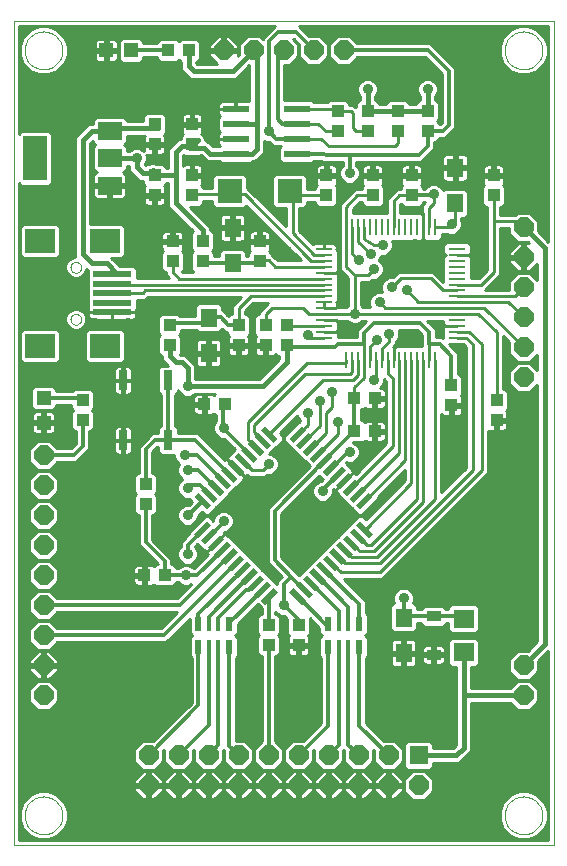
<source format=gtl>
G75*
G70*
%OFA0B0*%
%FSLAX24Y24*%
%IPPOS*%
%LPD*%
%AMOC8*
5,1,8,0,0,1.08239X$1,22.5*
%
%ADD10C,0.0000*%
%ADD11R,0.0394X0.0433*%
%ADD12R,0.0433X0.0394*%
%ADD13R,0.0551X0.0630*%
%ADD14R,0.0866X0.0236*%
%ADD15R,0.0787X0.0591*%
%ADD16R,0.0787X0.1496*%
%ADD17OC8,0.0640*%
%ADD18R,0.0472X0.0472*%
%ADD19R,0.0800X0.0800*%
%ADD20R,0.0591X0.0197*%
%ADD21R,0.0197X0.0591*%
%ADD22R,0.0640X0.0640*%
%ADD23R,0.0984X0.0787*%
%ADD24R,0.1299X0.0197*%
%ADD25R,0.0106X0.0571*%
%ADD26R,0.0571X0.0106*%
%ADD27R,0.0300X0.0650*%
%ADD28R,0.0173X0.0453*%
%ADD29R,0.0248X0.0453*%
%ADD30R,0.0480X0.0358*%
%ADD31R,0.0710X0.0630*%
%ADD32C,0.0100*%
%ADD33C,0.0350*%
%ADD34C,0.0120*%
%ADD35C,0.0160*%
D10*
X000383Y000151D02*
X000383Y027643D01*
X018383Y027643D01*
X018383Y000151D01*
X000383Y000151D01*
X000753Y001151D02*
X000755Y001201D01*
X000761Y001251D01*
X000771Y001300D01*
X000785Y001348D01*
X000802Y001395D01*
X000823Y001440D01*
X000848Y001484D01*
X000876Y001525D01*
X000908Y001564D01*
X000942Y001601D01*
X000979Y001635D01*
X001019Y001665D01*
X001061Y001692D01*
X001105Y001716D01*
X001151Y001737D01*
X001198Y001753D01*
X001246Y001766D01*
X001296Y001775D01*
X001345Y001780D01*
X001396Y001781D01*
X001446Y001778D01*
X001495Y001771D01*
X001544Y001760D01*
X001592Y001745D01*
X001638Y001727D01*
X001683Y001705D01*
X001726Y001679D01*
X001767Y001650D01*
X001806Y001618D01*
X001842Y001583D01*
X001874Y001545D01*
X001904Y001505D01*
X001931Y001462D01*
X001954Y001418D01*
X001973Y001372D01*
X001989Y001324D01*
X002001Y001275D01*
X002009Y001226D01*
X002013Y001176D01*
X002013Y001126D01*
X002009Y001076D01*
X002001Y001027D01*
X001989Y000978D01*
X001973Y000930D01*
X001954Y000884D01*
X001931Y000840D01*
X001904Y000797D01*
X001874Y000757D01*
X001842Y000719D01*
X001806Y000684D01*
X001767Y000652D01*
X001726Y000623D01*
X001683Y000597D01*
X001638Y000575D01*
X001592Y000557D01*
X001544Y000542D01*
X001495Y000531D01*
X001446Y000524D01*
X001396Y000521D01*
X001345Y000522D01*
X001296Y000527D01*
X001246Y000536D01*
X001198Y000549D01*
X001151Y000565D01*
X001105Y000586D01*
X001061Y000610D01*
X001019Y000637D01*
X000979Y000667D01*
X000942Y000701D01*
X000908Y000738D01*
X000876Y000777D01*
X000848Y000818D01*
X000823Y000862D01*
X000802Y000907D01*
X000785Y000954D01*
X000771Y001002D01*
X000761Y001051D01*
X000755Y001101D01*
X000753Y001151D01*
X002281Y017685D02*
X002283Y017711D01*
X002289Y017737D01*
X002299Y017762D01*
X002312Y017785D01*
X002328Y017805D01*
X002348Y017823D01*
X002370Y017838D01*
X002393Y017850D01*
X002419Y017858D01*
X002445Y017862D01*
X002471Y017862D01*
X002497Y017858D01*
X002523Y017850D01*
X002547Y017838D01*
X002568Y017823D01*
X002588Y017805D01*
X002604Y017785D01*
X002617Y017762D01*
X002627Y017737D01*
X002633Y017711D01*
X002635Y017685D01*
X002633Y017659D01*
X002627Y017633D01*
X002617Y017608D01*
X002604Y017585D01*
X002588Y017565D01*
X002568Y017547D01*
X002546Y017532D01*
X002523Y017520D01*
X002497Y017512D01*
X002471Y017508D01*
X002445Y017508D01*
X002419Y017512D01*
X002393Y017520D01*
X002369Y017532D01*
X002348Y017547D01*
X002328Y017565D01*
X002312Y017585D01*
X002299Y017608D01*
X002289Y017633D01*
X002283Y017659D01*
X002281Y017685D01*
X002281Y019417D02*
X002283Y019443D01*
X002289Y019469D01*
X002299Y019494D01*
X002312Y019517D01*
X002328Y019537D01*
X002348Y019555D01*
X002370Y019570D01*
X002393Y019582D01*
X002419Y019590D01*
X002445Y019594D01*
X002471Y019594D01*
X002497Y019590D01*
X002523Y019582D01*
X002547Y019570D01*
X002568Y019555D01*
X002588Y019537D01*
X002604Y019517D01*
X002617Y019494D01*
X002627Y019469D01*
X002633Y019443D01*
X002635Y019417D01*
X002633Y019391D01*
X002627Y019365D01*
X002617Y019340D01*
X002604Y019317D01*
X002588Y019297D01*
X002568Y019279D01*
X002546Y019264D01*
X002523Y019252D01*
X002497Y019244D01*
X002471Y019240D01*
X002445Y019240D01*
X002419Y019244D01*
X002393Y019252D01*
X002369Y019264D01*
X002348Y019279D01*
X002328Y019297D01*
X002312Y019317D01*
X002299Y019340D01*
X002289Y019365D01*
X002283Y019391D01*
X002281Y019417D01*
X000753Y026651D02*
X000755Y026701D01*
X000761Y026751D01*
X000771Y026800D01*
X000785Y026848D01*
X000802Y026895D01*
X000823Y026940D01*
X000848Y026984D01*
X000876Y027025D01*
X000908Y027064D01*
X000942Y027101D01*
X000979Y027135D01*
X001019Y027165D01*
X001061Y027192D01*
X001105Y027216D01*
X001151Y027237D01*
X001198Y027253D01*
X001246Y027266D01*
X001296Y027275D01*
X001345Y027280D01*
X001396Y027281D01*
X001446Y027278D01*
X001495Y027271D01*
X001544Y027260D01*
X001592Y027245D01*
X001638Y027227D01*
X001683Y027205D01*
X001726Y027179D01*
X001767Y027150D01*
X001806Y027118D01*
X001842Y027083D01*
X001874Y027045D01*
X001904Y027005D01*
X001931Y026962D01*
X001954Y026918D01*
X001973Y026872D01*
X001989Y026824D01*
X002001Y026775D01*
X002009Y026726D01*
X002013Y026676D01*
X002013Y026626D01*
X002009Y026576D01*
X002001Y026527D01*
X001989Y026478D01*
X001973Y026430D01*
X001954Y026384D01*
X001931Y026340D01*
X001904Y026297D01*
X001874Y026257D01*
X001842Y026219D01*
X001806Y026184D01*
X001767Y026152D01*
X001726Y026123D01*
X001683Y026097D01*
X001638Y026075D01*
X001592Y026057D01*
X001544Y026042D01*
X001495Y026031D01*
X001446Y026024D01*
X001396Y026021D01*
X001345Y026022D01*
X001296Y026027D01*
X001246Y026036D01*
X001198Y026049D01*
X001151Y026065D01*
X001105Y026086D01*
X001061Y026110D01*
X001019Y026137D01*
X000979Y026167D01*
X000942Y026201D01*
X000908Y026238D01*
X000876Y026277D01*
X000848Y026318D01*
X000823Y026362D01*
X000802Y026407D01*
X000785Y026454D01*
X000771Y026502D01*
X000761Y026551D01*
X000755Y026601D01*
X000753Y026651D01*
X016753Y026651D02*
X016755Y026701D01*
X016761Y026751D01*
X016771Y026800D01*
X016785Y026848D01*
X016802Y026895D01*
X016823Y026940D01*
X016848Y026984D01*
X016876Y027025D01*
X016908Y027064D01*
X016942Y027101D01*
X016979Y027135D01*
X017019Y027165D01*
X017061Y027192D01*
X017105Y027216D01*
X017151Y027237D01*
X017198Y027253D01*
X017246Y027266D01*
X017296Y027275D01*
X017345Y027280D01*
X017396Y027281D01*
X017446Y027278D01*
X017495Y027271D01*
X017544Y027260D01*
X017592Y027245D01*
X017638Y027227D01*
X017683Y027205D01*
X017726Y027179D01*
X017767Y027150D01*
X017806Y027118D01*
X017842Y027083D01*
X017874Y027045D01*
X017904Y027005D01*
X017931Y026962D01*
X017954Y026918D01*
X017973Y026872D01*
X017989Y026824D01*
X018001Y026775D01*
X018009Y026726D01*
X018013Y026676D01*
X018013Y026626D01*
X018009Y026576D01*
X018001Y026527D01*
X017989Y026478D01*
X017973Y026430D01*
X017954Y026384D01*
X017931Y026340D01*
X017904Y026297D01*
X017874Y026257D01*
X017842Y026219D01*
X017806Y026184D01*
X017767Y026152D01*
X017726Y026123D01*
X017683Y026097D01*
X017638Y026075D01*
X017592Y026057D01*
X017544Y026042D01*
X017495Y026031D01*
X017446Y026024D01*
X017396Y026021D01*
X017345Y026022D01*
X017296Y026027D01*
X017246Y026036D01*
X017198Y026049D01*
X017151Y026065D01*
X017105Y026086D01*
X017061Y026110D01*
X017019Y026137D01*
X016979Y026167D01*
X016942Y026201D01*
X016908Y026238D01*
X016876Y026277D01*
X016848Y026318D01*
X016823Y026362D01*
X016802Y026407D01*
X016785Y026454D01*
X016771Y026502D01*
X016761Y026551D01*
X016755Y026601D01*
X016753Y026651D01*
X016753Y001151D02*
X016755Y001201D01*
X016761Y001251D01*
X016771Y001300D01*
X016785Y001348D01*
X016802Y001395D01*
X016823Y001440D01*
X016848Y001484D01*
X016876Y001525D01*
X016908Y001564D01*
X016942Y001601D01*
X016979Y001635D01*
X017019Y001665D01*
X017061Y001692D01*
X017105Y001716D01*
X017151Y001737D01*
X017198Y001753D01*
X017246Y001766D01*
X017296Y001775D01*
X017345Y001780D01*
X017396Y001781D01*
X017446Y001778D01*
X017495Y001771D01*
X017544Y001760D01*
X017592Y001745D01*
X017638Y001727D01*
X017683Y001705D01*
X017726Y001679D01*
X017767Y001650D01*
X017806Y001618D01*
X017842Y001583D01*
X017874Y001545D01*
X017904Y001505D01*
X017931Y001462D01*
X017954Y001418D01*
X017973Y001372D01*
X017989Y001324D01*
X018001Y001275D01*
X018009Y001226D01*
X018013Y001176D01*
X018013Y001126D01*
X018009Y001076D01*
X018001Y001027D01*
X017989Y000978D01*
X017973Y000930D01*
X017954Y000884D01*
X017931Y000840D01*
X017904Y000797D01*
X017874Y000757D01*
X017842Y000719D01*
X017806Y000684D01*
X017767Y000652D01*
X017726Y000623D01*
X017683Y000597D01*
X017638Y000575D01*
X017592Y000557D01*
X017544Y000542D01*
X017495Y000531D01*
X017446Y000524D01*
X017396Y000521D01*
X017345Y000522D01*
X017296Y000527D01*
X017246Y000536D01*
X017198Y000549D01*
X017151Y000565D01*
X017105Y000586D01*
X017061Y000610D01*
X017019Y000637D01*
X016979Y000667D01*
X016942Y000701D01*
X016908Y000738D01*
X016876Y000777D01*
X016848Y000818D01*
X016823Y000862D01*
X016802Y000907D01*
X016785Y000954D01*
X016771Y001002D01*
X016761Y001051D01*
X016755Y001101D01*
X016753Y001151D01*
D11*
X009883Y006817D03*
X009883Y007486D03*
X014981Y014817D03*
X014981Y015486D03*
X016483Y014987D03*
X016483Y014318D03*
X016383Y021815D03*
X016383Y022484D03*
X013651Y022486D03*
X013651Y021817D03*
X012351Y021817D03*
X012351Y022486D03*
X010814Y022486D03*
X010814Y021817D03*
X008583Y020286D03*
X008583Y019617D03*
X008783Y017486D03*
X008783Y016817D03*
X007883Y016817D03*
X007883Y017486D03*
X006333Y021817D03*
X006333Y022486D03*
X006331Y023517D03*
X006331Y024186D03*
X005083Y024187D03*
X005083Y023518D03*
X005083Y022487D03*
X005083Y021818D03*
X005548Y026651D03*
X006218Y026651D03*
D12*
X006683Y020286D03*
X006683Y019617D03*
X005683Y019617D03*
X005683Y020286D03*
X005583Y017486D03*
X005583Y016817D03*
X006748Y014851D03*
X007418Y014851D03*
X009483Y016815D03*
X009483Y017484D03*
X011748Y015050D03*
X012418Y015050D03*
X012418Y013951D03*
X011748Y013951D03*
X008883Y007486D03*
X008883Y006817D03*
X005418Y009151D03*
X004748Y009151D03*
X004783Y011517D03*
X004783Y012186D03*
X002683Y014317D03*
X002683Y014986D03*
X011183Y023948D03*
X011183Y024617D03*
X012183Y024617D03*
X012183Y023948D03*
X013183Y023948D03*
X013183Y024617D03*
X014183Y024617D03*
X014183Y023948D03*
D13*
X015101Y022742D03*
X015101Y021561D03*
X007683Y020742D03*
X007683Y019561D03*
X006883Y017742D03*
X006883Y016561D03*
X013383Y007742D03*
X013383Y006561D03*
D14*
X009838Y023201D03*
X009838Y023701D03*
X009838Y024201D03*
X009838Y024701D03*
X007791Y024701D03*
X007791Y024201D03*
X007791Y023701D03*
X007791Y023201D03*
D15*
X003592Y023051D03*
X003592Y022146D03*
X003592Y023957D03*
D16*
X001111Y023051D03*
D17*
X007383Y026651D03*
X008383Y026651D03*
X009383Y026651D03*
X010383Y026651D03*
X011383Y026651D03*
X017383Y020751D03*
X017383Y019751D03*
X017383Y018751D03*
X017383Y017751D03*
X017383Y016751D03*
X017383Y015751D03*
X017383Y006151D03*
X017383Y005151D03*
X013883Y002151D03*
X012883Y002151D03*
X012883Y003151D03*
X011883Y003151D03*
X011883Y002151D03*
X010883Y002151D03*
X010883Y003151D03*
X009883Y003151D03*
X009883Y002151D03*
X008883Y002151D03*
X008883Y003151D03*
X007883Y003151D03*
X007883Y002151D03*
X006883Y002151D03*
X006883Y003151D03*
X005883Y003151D03*
X005883Y002151D03*
X004883Y002151D03*
X004883Y003151D03*
X001383Y005151D03*
X001383Y006151D03*
X001383Y007151D03*
X001383Y008151D03*
X001383Y009151D03*
X001383Y010151D03*
X001383Y011151D03*
X001383Y012151D03*
X001383Y013151D03*
D18*
X001383Y014238D03*
X001383Y015065D03*
X003470Y026651D03*
X004296Y026651D03*
D19*
X007583Y021951D03*
X009583Y021951D03*
D20*
G36*
X009579Y013713D02*
X009995Y014129D01*
X010133Y013991D01*
X009717Y013575D01*
X009579Y013713D01*
G37*
G36*
X009802Y013490D02*
X010218Y013906D01*
X010356Y013768D01*
X009940Y013352D01*
X009802Y013490D01*
G37*
G36*
X010025Y013267D02*
X010441Y013683D01*
X010579Y013545D01*
X010163Y013129D01*
X010025Y013267D01*
G37*
G36*
X010247Y013044D02*
X010663Y013460D01*
X010801Y013322D01*
X010385Y012906D01*
X010247Y013044D01*
G37*
G36*
X010470Y012822D02*
X010886Y013238D01*
X011024Y013100D01*
X010608Y012684D01*
X010470Y012822D01*
G37*
G36*
X010693Y012599D02*
X011109Y013015D01*
X011247Y012877D01*
X010831Y012461D01*
X010693Y012599D01*
G37*
G36*
X010915Y012376D02*
X011331Y012792D01*
X011469Y012654D01*
X011053Y012238D01*
X010915Y012376D01*
G37*
G36*
X011138Y012154D02*
X011554Y012570D01*
X011692Y012432D01*
X011276Y012016D01*
X011138Y012154D01*
G37*
G36*
X011361Y011931D02*
X011777Y012347D01*
X011915Y012209D01*
X011499Y011793D01*
X011361Y011931D01*
G37*
G36*
X011584Y011708D02*
X012000Y012124D01*
X012138Y011986D01*
X011722Y011570D01*
X011584Y011708D01*
G37*
G36*
X011806Y011485D02*
X012222Y011901D01*
X012360Y011763D01*
X011944Y011347D01*
X011806Y011485D01*
G37*
G36*
X008633Y008312D02*
X009049Y008728D01*
X009187Y008590D01*
X008771Y008174D01*
X008633Y008312D01*
G37*
G36*
X008410Y008535D02*
X008826Y008951D01*
X008964Y008813D01*
X008548Y008397D01*
X008410Y008535D01*
G37*
G36*
X008187Y008757D02*
X008603Y009173D01*
X008741Y009035D01*
X008325Y008619D01*
X008187Y008757D01*
G37*
G36*
X007965Y008980D02*
X008381Y009396D01*
X008519Y009258D01*
X008103Y008842D01*
X007965Y008980D01*
G37*
G36*
X007742Y009203D02*
X008158Y009619D01*
X008296Y009481D01*
X007880Y009065D01*
X007742Y009203D01*
G37*
G36*
X007519Y009425D02*
X007935Y009841D01*
X008073Y009703D01*
X007657Y009287D01*
X007519Y009425D01*
G37*
G36*
X007296Y009648D02*
X007712Y010064D01*
X007850Y009926D01*
X007434Y009510D01*
X007296Y009648D01*
G37*
G36*
X007074Y009871D02*
X007490Y010287D01*
X007628Y010149D01*
X007212Y009733D01*
X007074Y009871D01*
G37*
G36*
X006851Y010093D02*
X007267Y010509D01*
X007405Y010371D01*
X006989Y009955D01*
X006851Y010093D01*
G37*
G36*
X006628Y010316D02*
X007044Y010732D01*
X007182Y010594D01*
X006766Y010178D01*
X006628Y010316D01*
G37*
G36*
X006406Y010539D02*
X006822Y010955D01*
X006960Y010817D01*
X006544Y010401D01*
X006406Y010539D01*
G37*
D21*
G36*
X006406Y011763D02*
X006544Y011901D01*
X006960Y011485D01*
X006822Y011347D01*
X006406Y011763D01*
G37*
G36*
X006628Y011986D02*
X006766Y012124D01*
X007182Y011708D01*
X007044Y011570D01*
X006628Y011986D01*
G37*
G36*
X006851Y012209D02*
X006989Y012347D01*
X007405Y011931D01*
X007267Y011793D01*
X006851Y012209D01*
G37*
G36*
X007074Y012432D02*
X007212Y012570D01*
X007628Y012154D01*
X007490Y012016D01*
X007074Y012432D01*
G37*
G36*
X007296Y012654D02*
X007434Y012792D01*
X007850Y012376D01*
X007712Y012238D01*
X007296Y012654D01*
G37*
G36*
X007519Y012877D02*
X007657Y013015D01*
X008073Y012599D01*
X007935Y012461D01*
X007519Y012877D01*
G37*
G36*
X007742Y013100D02*
X007880Y013238D01*
X008296Y012822D01*
X008158Y012684D01*
X007742Y013100D01*
G37*
G36*
X007965Y013322D02*
X008103Y013460D01*
X008519Y013044D01*
X008381Y012906D01*
X007965Y013322D01*
G37*
G36*
X008187Y013545D02*
X008325Y013683D01*
X008741Y013267D01*
X008603Y013129D01*
X008187Y013545D01*
G37*
G36*
X008410Y013768D02*
X008548Y013906D01*
X008964Y013490D01*
X008826Y013352D01*
X008410Y013768D01*
G37*
G36*
X008633Y013991D02*
X008771Y014129D01*
X009187Y013713D01*
X009049Y013575D01*
X008633Y013991D01*
G37*
G36*
X011138Y010149D02*
X011276Y010287D01*
X011692Y009871D01*
X011554Y009733D01*
X011138Y010149D01*
G37*
G36*
X010915Y009926D02*
X011053Y010064D01*
X011469Y009648D01*
X011331Y009510D01*
X010915Y009926D01*
G37*
G36*
X010693Y009703D02*
X010831Y009841D01*
X011247Y009425D01*
X011109Y009287D01*
X010693Y009703D01*
G37*
G36*
X010470Y009481D02*
X010608Y009619D01*
X011024Y009203D01*
X010886Y009065D01*
X010470Y009481D01*
G37*
G36*
X010247Y009258D02*
X010385Y009396D01*
X010801Y008980D01*
X010663Y008842D01*
X010247Y009258D01*
G37*
G36*
X010025Y009035D02*
X010163Y009173D01*
X010579Y008757D01*
X010441Y008619D01*
X010025Y009035D01*
G37*
G36*
X009802Y008813D02*
X009940Y008951D01*
X010356Y008535D01*
X010218Y008397D01*
X009802Y008813D01*
G37*
G36*
X009579Y008590D02*
X009717Y008728D01*
X010133Y008312D01*
X009995Y008174D01*
X009579Y008590D01*
G37*
G36*
X011361Y010371D02*
X011499Y010509D01*
X011915Y010093D01*
X011777Y009955D01*
X011361Y010371D01*
G37*
G36*
X011584Y010594D02*
X011722Y010732D01*
X012138Y010316D01*
X012000Y010178D01*
X011584Y010594D01*
G37*
G36*
X011806Y010817D02*
X011944Y010955D01*
X012360Y010539D01*
X012222Y010401D01*
X011806Y010817D01*
G37*
D22*
X013883Y003151D03*
D23*
X003442Y016799D03*
X001277Y016799D03*
X001277Y020303D03*
X003442Y020303D03*
D24*
X003678Y019181D03*
X003678Y018866D03*
X003678Y018551D03*
X003678Y018236D03*
X003678Y017921D03*
D25*
X011475Y016337D03*
X011672Y016337D03*
X011869Y016337D03*
X012066Y016337D03*
X012263Y016337D03*
X012459Y016337D03*
X012656Y016337D03*
X012853Y016337D03*
X013050Y016337D03*
X013247Y016337D03*
X013444Y016337D03*
X013640Y016337D03*
X013837Y016337D03*
X014034Y016337D03*
X014231Y016337D03*
X014428Y016337D03*
X014428Y020766D03*
X014231Y020766D03*
X014034Y020766D03*
X013837Y020766D03*
X013640Y020766D03*
X013444Y020766D03*
X013247Y020766D03*
X013050Y020766D03*
X012853Y020766D03*
X012656Y020766D03*
X012459Y020766D03*
X012263Y020766D03*
X012066Y020766D03*
X011869Y020766D03*
X011672Y020766D03*
X011475Y020766D03*
D26*
X010737Y020028D03*
X010737Y019831D03*
X010737Y019634D03*
X010737Y019437D03*
X010737Y019240D03*
X010737Y019043D03*
X010737Y018846D03*
X010737Y018650D03*
X010737Y018453D03*
X010737Y018256D03*
X010737Y018059D03*
X010737Y017862D03*
X010737Y017665D03*
X010737Y017469D03*
X010737Y017272D03*
X010737Y017075D03*
X015166Y017075D03*
X015166Y017272D03*
X015166Y017469D03*
X015166Y017665D03*
X015166Y017862D03*
X015166Y018059D03*
X015166Y018256D03*
X015166Y018453D03*
X015166Y018650D03*
X015166Y018846D03*
X015166Y019043D03*
X015166Y019240D03*
X015166Y019437D03*
X015166Y019634D03*
X015166Y019831D03*
X015166Y020028D03*
D27*
X005533Y015651D03*
X005533Y013651D03*
X004033Y013651D03*
X004033Y015651D03*
D28*
X006901Y007535D03*
X007215Y007535D03*
X007215Y006767D03*
X006901Y006767D03*
X011226Y006767D03*
X011540Y006767D03*
X011540Y007535D03*
X011226Y007535D03*
D29*
X010873Y007535D03*
X010873Y006767D03*
X011893Y006767D03*
X011893Y007535D03*
X007568Y007535D03*
X007568Y006767D03*
X006548Y006767D03*
X006548Y007535D03*
D30*
X014383Y007795D03*
X014383Y006507D03*
D31*
X015383Y006591D03*
X015383Y007711D03*
D32*
X015908Y007739D02*
X017833Y007739D01*
X017833Y007640D02*
X015908Y007640D01*
X015908Y007542D02*
X017833Y007542D01*
X017833Y007443D02*
X015908Y007443D01*
X015908Y007345D02*
X017833Y007345D01*
X017833Y007246D02*
X015829Y007246D01*
X015808Y007226D02*
X015908Y007326D01*
X015908Y008096D01*
X015808Y008196D01*
X014958Y008196D01*
X014858Y008096D01*
X014858Y008031D01*
X014793Y008031D01*
X014793Y008044D01*
X014694Y008144D01*
X014072Y008144D01*
X013973Y008044D01*
X013973Y008025D01*
X013829Y008025D01*
X013829Y008127D01*
X013729Y008227D01*
X013684Y008227D01*
X013728Y008333D01*
X013728Y008470D01*
X013675Y008597D01*
X013578Y008694D01*
X013452Y008746D01*
X013314Y008746D01*
X013188Y008694D01*
X013091Y008597D01*
X013038Y008470D01*
X013038Y008333D01*
X013082Y008227D01*
X013037Y008227D01*
X012937Y008127D01*
X012937Y007356D01*
X013037Y007257D01*
X013729Y007257D01*
X013829Y007356D01*
X013829Y007565D01*
X013973Y007565D01*
X013973Y007545D01*
X014072Y007446D01*
X014694Y007446D01*
X014793Y007545D01*
X014793Y007571D01*
X014858Y007571D01*
X014858Y007326D01*
X014958Y007226D01*
X015808Y007226D01*
X015808Y007076D02*
X014958Y007076D01*
X014858Y006977D01*
X014858Y006206D01*
X014958Y006106D01*
X015133Y006106D01*
X015133Y005201D01*
X015133Y005101D01*
X015133Y003505D01*
X015029Y003401D01*
X014373Y003401D01*
X014373Y003542D01*
X014273Y003641D01*
X013493Y003641D01*
X013393Y003542D01*
X013393Y002761D01*
X013493Y002661D01*
X014273Y002661D01*
X014373Y002761D01*
X014373Y002901D01*
X015083Y002901D01*
X015183Y002901D01*
X015275Y002939D01*
X015525Y003189D01*
X015595Y003260D01*
X015633Y003351D01*
X015633Y004901D01*
X016940Y004901D01*
X017180Y004661D01*
X017586Y004661D01*
X017873Y004948D01*
X017873Y005354D01*
X017586Y005641D01*
X017180Y005641D01*
X016940Y005401D01*
X015633Y005401D01*
X015633Y006106D01*
X015808Y006106D01*
X015908Y006206D01*
X015908Y006977D01*
X015808Y007076D01*
X015835Y007049D02*
X017833Y007049D01*
X017833Y006955D02*
X017519Y006641D01*
X017180Y006641D01*
X016893Y006354D01*
X016893Y005948D01*
X017180Y005661D01*
X017586Y005661D01*
X017873Y005948D01*
X017873Y006288D01*
X018213Y006628D01*
X018213Y000321D01*
X000553Y000321D01*
X000553Y022227D01*
X000647Y022133D01*
X001575Y022133D01*
X001675Y022233D01*
X001675Y023870D01*
X001575Y023969D01*
X000647Y023969D01*
X000553Y023875D01*
X000553Y027473D01*
X009110Y027473D01*
X008818Y027181D01*
X008683Y027046D01*
X008683Y027044D01*
X008586Y027141D01*
X008180Y027141D01*
X007893Y026854D01*
X007893Y026515D01*
X007853Y026475D01*
X007853Y026601D01*
X007433Y026601D01*
X007433Y026701D01*
X007853Y026701D01*
X007853Y026846D01*
X007578Y027121D01*
X007433Y027121D01*
X007433Y026701D01*
X007333Y026701D01*
X007333Y026601D01*
X006913Y026601D01*
X006913Y026456D01*
X007168Y026201D01*
X006486Y026201D01*
X006468Y026220D01*
X006468Y026265D01*
X006485Y026265D01*
X006584Y026364D01*
X007006Y026364D01*
X006913Y026462D02*
X006584Y026462D01*
X006584Y026364D02*
X006584Y026938D01*
X006485Y027038D01*
X005950Y027038D01*
X005883Y026970D01*
X005816Y027038D01*
X005281Y027038D01*
X005181Y026938D01*
X005181Y026881D01*
X004703Y026881D01*
X004703Y026958D01*
X004603Y027057D01*
X003990Y027057D01*
X003890Y026958D01*
X003890Y026345D01*
X003990Y026245D01*
X004603Y026245D01*
X004703Y026345D01*
X004703Y026421D01*
X005181Y026421D01*
X005181Y026364D01*
X005281Y026265D01*
X005816Y026265D01*
X005950Y026265D01*
X005968Y026265D01*
X005968Y026166D01*
X005968Y026067D01*
X006006Y025975D01*
X006171Y025810D01*
X006241Y025739D01*
X006333Y025701D01*
X007733Y025701D01*
X007825Y025739D01*
X007895Y025810D01*
X008233Y026148D01*
X008233Y024969D01*
X007800Y024969D01*
X007800Y024710D01*
X007782Y024710D01*
X007782Y024692D01*
X007208Y024692D01*
X007208Y024563D01*
X007218Y024525D01*
X007238Y024491D01*
X007263Y024465D01*
X007188Y024390D01*
X007188Y024013D01*
X007263Y023937D01*
X007238Y023911D01*
X007218Y023877D01*
X007208Y023839D01*
X007208Y023710D01*
X007782Y023710D01*
X007782Y023692D01*
X007208Y023692D01*
X007208Y023563D01*
X007218Y023525D01*
X007238Y023491D01*
X007263Y023465D01*
X007249Y023451D01*
X007036Y023451D01*
X006875Y023613D01*
X006783Y023651D01*
X006770Y023651D01*
X006771Y023661D01*
X006748Y023758D01*
X006690Y023838D01*
X006640Y023869D01*
X006648Y023877D01*
X006668Y023911D01*
X006678Y023950D01*
X006678Y024137D01*
X006380Y024137D01*
X006380Y024234D01*
X006678Y024234D01*
X006678Y024422D01*
X006668Y024460D01*
X006648Y024494D01*
X006620Y024522D01*
X006586Y024542D01*
X006548Y024552D01*
X006380Y024552D01*
X006380Y024234D01*
X006283Y024234D01*
X006283Y024137D01*
X005985Y024137D01*
X005985Y023950D01*
X005995Y023911D01*
X006015Y023877D01*
X006026Y023865D01*
X005965Y023803D01*
X005965Y023701D01*
X005933Y023701D01*
X005841Y023663D01*
X005571Y023393D01*
X005533Y023301D01*
X005533Y023201D01*
X005533Y022737D01*
X005450Y022737D01*
X005450Y022774D01*
X005350Y022874D01*
X005135Y022874D01*
X005069Y022901D01*
X004969Y022901D01*
X004903Y022874D01*
X004816Y022874D01*
X004765Y022823D01*
X004754Y022834D01*
X004775Y022856D01*
X004828Y022983D01*
X004828Y023120D01*
X004805Y023175D01*
X004828Y023162D01*
X004866Y023151D01*
X005034Y023151D01*
X005034Y023469D01*
X005131Y023469D01*
X005131Y023151D01*
X005300Y023151D01*
X005338Y023162D01*
X005372Y023181D01*
X005400Y023209D01*
X005420Y023244D01*
X005430Y023282D01*
X005430Y023470D01*
X005132Y023470D01*
X005132Y023566D01*
X005430Y023566D01*
X005430Y023754D01*
X005420Y023792D01*
X005400Y023827D01*
X005388Y023839D01*
X005450Y023900D01*
X005450Y024474D01*
X005350Y024574D01*
X004816Y024574D01*
X004716Y024474D01*
X004716Y024301D01*
X004155Y024301D01*
X004155Y024322D01*
X004056Y024422D01*
X003128Y024422D01*
X003028Y024322D01*
X003028Y024207D01*
X002939Y024207D01*
X002847Y024169D01*
X002471Y023793D01*
X002433Y023701D01*
X002433Y023601D01*
X002433Y019801D01*
X002448Y019764D01*
X002389Y019764D01*
X002261Y019712D01*
X002164Y019614D01*
X002111Y019486D01*
X002111Y019348D01*
X002164Y019221D01*
X002261Y019123D01*
X002389Y019070D01*
X002527Y019070D01*
X002655Y019123D01*
X002752Y019221D01*
X002805Y019348D01*
X002805Y019376D01*
X002841Y019339D01*
X002859Y019332D01*
X002859Y019012D01*
X002859Y018697D01*
X002859Y018405D01*
X002859Y018067D01*
X002881Y018046D01*
X002879Y018039D01*
X002879Y017921D01*
X002879Y017803D01*
X002889Y017765D01*
X002909Y017731D01*
X002937Y017703D01*
X002971Y017683D01*
X003009Y017673D01*
X003678Y017673D01*
X003678Y017921D01*
X002879Y017921D01*
X003678Y017921D01*
X003678Y017921D01*
X003679Y017921D01*
X003679Y017921D01*
X004478Y017921D01*
X004478Y017803D01*
X004468Y017765D01*
X004448Y017731D01*
X004420Y017703D01*
X004386Y017683D01*
X004348Y017673D01*
X003679Y017673D01*
X003679Y017921D01*
X004478Y017921D01*
X004478Y018039D01*
X004476Y018046D01*
X004498Y018067D01*
X004498Y018331D01*
X004774Y018331D01*
X004873Y018430D01*
X007950Y018430D01*
X007792Y018271D01*
X007663Y018142D01*
X007663Y017872D01*
X007616Y017872D01*
X007551Y017808D01*
X007513Y017846D01*
X007378Y017981D01*
X007329Y017981D01*
X007329Y018127D01*
X007229Y018227D01*
X006537Y018227D01*
X006437Y018127D01*
X006437Y017781D01*
X005941Y017781D01*
X005870Y017853D01*
X005296Y017853D01*
X005196Y017753D01*
X005196Y017219D01*
X005264Y017151D01*
X005196Y017084D01*
X005196Y016549D01*
X005296Y016450D01*
X005333Y016450D01*
X005333Y016401D01*
X005371Y016310D01*
X005535Y016146D01*
X005313Y016146D01*
X005213Y016047D01*
X005213Y015256D01*
X005303Y015166D01*
X005303Y014137D01*
X005213Y014047D01*
X005213Y013881D01*
X004988Y013881D01*
X004853Y013746D01*
X004553Y013446D01*
X004553Y013256D01*
X004553Y012553D01*
X004496Y012553D01*
X004396Y012453D01*
X004396Y011919D01*
X004464Y011851D01*
X004396Y011784D01*
X004396Y011249D01*
X004496Y011150D01*
X004553Y011150D01*
X004553Y010346D01*
X004553Y010156D01*
X005188Y009521D01*
X005188Y009518D01*
X005131Y009518D01*
X005069Y009456D01*
X005057Y009468D01*
X005023Y009488D01*
X004985Y009498D01*
X004797Y009498D01*
X004797Y009200D01*
X004700Y009200D01*
X004700Y009498D01*
X004512Y009498D01*
X004474Y009488D01*
X004440Y009468D01*
X004412Y009440D01*
X004392Y009406D01*
X004382Y009368D01*
X004382Y009200D01*
X004700Y009200D01*
X004700Y009103D01*
X004382Y009103D01*
X004382Y008935D01*
X004392Y008896D01*
X004412Y008862D01*
X004440Y008834D01*
X004474Y008815D01*
X004512Y008804D01*
X004700Y008804D01*
X004700Y009102D01*
X004797Y009102D01*
X004797Y008804D01*
X004985Y008804D01*
X005023Y008815D01*
X005057Y008834D01*
X005069Y008846D01*
X005131Y008784D01*
X005705Y008784D01*
X005804Y008884D01*
X005804Y008921D01*
X005875Y008921D01*
X005938Y008859D01*
X006064Y008806D01*
X006202Y008806D01*
X006314Y008853D01*
X005842Y008381D01*
X001846Y008381D01*
X001586Y008641D01*
X001180Y008641D01*
X000893Y008354D01*
X000893Y007948D01*
X001180Y007661D01*
X001586Y007661D01*
X001846Y007921D01*
X005828Y007921D01*
X005288Y007381D01*
X001846Y007381D01*
X001586Y007641D01*
X001180Y007641D01*
X000893Y007354D01*
X000893Y006948D01*
X001180Y006661D01*
X001586Y006661D01*
X001846Y006921D01*
X005288Y006921D01*
X005478Y006921D01*
X006254Y007697D01*
X006254Y007238D01*
X006341Y007151D01*
X006254Y007064D01*
X006254Y006471D01*
X006318Y006406D01*
X006318Y004912D01*
X005048Y003641D01*
X004680Y003641D01*
X004393Y003354D01*
X004393Y002948D01*
X004680Y002661D01*
X005086Y002661D01*
X005373Y002948D01*
X005373Y003316D01*
X005393Y003336D01*
X005393Y002948D01*
X005680Y002661D01*
X006086Y002661D01*
X006373Y002948D01*
X006373Y003316D01*
X006393Y003336D01*
X006393Y002948D01*
X006680Y002661D01*
X007086Y002661D01*
X007373Y002948D01*
X007373Y003316D01*
X007383Y003326D01*
X007393Y003316D01*
X007393Y002948D01*
X007680Y002661D01*
X008086Y002661D01*
X008373Y002948D01*
X008373Y003354D01*
X008086Y003641D01*
X007798Y003641D01*
X007798Y006406D01*
X007862Y006471D01*
X007862Y007064D01*
X007775Y007151D01*
X007862Y007238D01*
X007862Y007523D01*
X008521Y008182D01*
X008653Y008050D01*
X008653Y007853D01*
X008596Y007853D01*
X008496Y007753D01*
X008496Y007219D01*
X008564Y007151D01*
X008496Y007084D01*
X008496Y006549D01*
X008596Y006450D01*
X008653Y006450D01*
X008653Y003614D01*
X008393Y003354D01*
X008393Y002948D01*
X008680Y002661D01*
X009086Y002661D01*
X009373Y002948D01*
X009373Y003354D01*
X009113Y003614D01*
X009113Y006450D01*
X009170Y006450D01*
X009269Y006549D01*
X009269Y007084D01*
X009202Y007151D01*
X009269Y007219D01*
X009269Y007753D01*
X009170Y007853D01*
X009113Y007853D01*
X009113Y007933D01*
X009188Y007859D01*
X009314Y007806D01*
X009403Y007806D01*
X009516Y007693D01*
X009516Y007199D01*
X009578Y007137D01*
X009566Y007125D01*
X009546Y007091D01*
X009536Y007053D01*
X009536Y006865D01*
X009834Y006865D01*
X009834Y006768D01*
X009536Y006768D01*
X009536Y006580D01*
X009546Y006542D01*
X009566Y006508D01*
X009594Y006480D01*
X009628Y006460D01*
X009666Y006450D01*
X009834Y006450D01*
X009834Y006768D01*
X009931Y006768D01*
X009931Y006450D01*
X010100Y006450D01*
X010138Y006460D01*
X010172Y006480D01*
X010200Y006508D01*
X010220Y006542D01*
X010230Y006580D01*
X010230Y006768D01*
X009932Y006768D01*
X009932Y006865D01*
X010230Y006865D01*
X010230Y007053D01*
X010220Y007091D01*
X010200Y007125D01*
X010188Y007137D01*
X010250Y007199D01*
X010250Y007732D01*
X010542Y007440D01*
X010579Y007403D01*
X010579Y007238D01*
X010666Y007151D01*
X010579Y007064D01*
X010579Y006471D01*
X010643Y006406D01*
X010643Y004237D01*
X010048Y003641D01*
X009680Y003641D01*
X009393Y003354D01*
X009393Y002948D01*
X009680Y002661D01*
X010086Y002661D01*
X010373Y002948D01*
X010373Y003316D01*
X010393Y003336D01*
X010393Y002948D01*
X010680Y002661D01*
X011086Y002661D01*
X011373Y002948D01*
X011373Y003316D01*
X011383Y003326D01*
X011393Y003316D01*
X011393Y002948D01*
X011680Y002661D01*
X012086Y002661D01*
X012373Y002948D01*
X012373Y003336D01*
X012393Y003316D01*
X012393Y002948D01*
X012680Y002661D01*
X013086Y002661D01*
X013373Y002948D01*
X013373Y003354D01*
X013086Y003641D01*
X012718Y003641D01*
X012123Y004237D01*
X012123Y006407D01*
X012187Y006471D01*
X012187Y007064D01*
X012100Y007151D01*
X012187Y007238D01*
X012187Y007832D01*
X012123Y007896D01*
X012123Y008291D01*
X011988Y008426D01*
X011383Y009031D01*
X012492Y009031D01*
X012674Y009031D01*
X016203Y012560D01*
X016203Y012742D01*
X016203Y013976D01*
X016228Y013962D01*
X016266Y013951D01*
X016434Y013951D01*
X016434Y014269D01*
X016531Y014269D01*
X016531Y013951D01*
X016700Y013951D01*
X016738Y013962D01*
X016772Y013981D01*
X016800Y014009D01*
X016820Y014044D01*
X016830Y014082D01*
X016830Y014270D01*
X016532Y014270D01*
X016532Y014366D01*
X016830Y014366D01*
X016830Y014554D01*
X016820Y014592D01*
X016800Y014627D01*
X016788Y014639D01*
X016850Y014700D01*
X016850Y015274D01*
X016750Y015374D01*
X016703Y015374D01*
X016703Y017120D01*
X016893Y016930D01*
X016893Y016548D01*
X017180Y016261D01*
X017586Y016261D01*
X017833Y016508D01*
X017833Y015994D01*
X017586Y016241D01*
X017180Y016241D01*
X016893Y015954D01*
X016893Y015548D01*
X017180Y015261D01*
X017586Y015261D01*
X017833Y015508D01*
X017833Y006955D01*
X017829Y006951D02*
X015908Y006951D01*
X015908Y006852D02*
X017730Y006852D01*
X017632Y006754D02*
X015908Y006754D01*
X015908Y006655D02*
X017533Y006655D01*
X017095Y006556D02*
X015908Y006556D01*
X015908Y006458D02*
X016997Y006458D01*
X016898Y006359D02*
X015908Y006359D01*
X015908Y006261D02*
X016893Y006261D01*
X016893Y006162D02*
X015864Y006162D01*
X015633Y006064D02*
X016893Y006064D01*
X016893Y005965D02*
X015633Y005965D01*
X015633Y005867D02*
X016975Y005867D01*
X017073Y005768D02*
X015633Y005768D01*
X015633Y005670D02*
X017172Y005670D01*
X017110Y005571D02*
X015633Y005571D01*
X015633Y005473D02*
X017011Y005473D01*
X016960Y004881D02*
X015633Y004881D01*
X015633Y004783D02*
X017059Y004783D01*
X017157Y004684D02*
X015633Y004684D01*
X015633Y004586D02*
X018213Y004586D01*
X018213Y004684D02*
X017609Y004684D01*
X017707Y004783D02*
X018213Y004783D01*
X018213Y004881D02*
X017806Y004881D01*
X017873Y004980D02*
X018213Y004980D01*
X018213Y005078D02*
X017873Y005078D01*
X017873Y005177D02*
X018213Y005177D01*
X018213Y005275D02*
X017873Y005275D01*
X017853Y005374D02*
X018213Y005374D01*
X018213Y005473D02*
X017755Y005473D01*
X017656Y005571D02*
X018213Y005571D01*
X018213Y005670D02*
X017594Y005670D01*
X017693Y005768D02*
X018213Y005768D01*
X018213Y005867D02*
X017791Y005867D01*
X017873Y005965D02*
X018213Y005965D01*
X018213Y006064D02*
X017873Y006064D01*
X017873Y006162D02*
X018213Y006162D01*
X018213Y006261D02*
X017873Y006261D01*
X017945Y006359D02*
X018213Y006359D01*
X018213Y006458D02*
X018043Y006458D01*
X018142Y006556D02*
X018213Y006556D01*
X017833Y007148D02*
X012103Y007148D01*
X012187Y007246D02*
X014937Y007246D01*
X014858Y007345D02*
X013817Y007345D01*
X013829Y007443D02*
X014858Y007443D01*
X014858Y007542D02*
X014790Y007542D01*
X014793Y008035D02*
X014858Y008035D01*
X014895Y008133D02*
X014704Y008133D01*
X014062Y008133D02*
X013822Y008133D01*
X013829Y008035D02*
X013973Y008035D01*
X013727Y008330D02*
X017833Y008330D01*
X017833Y008232D02*
X013686Y008232D01*
X013728Y008429D02*
X017833Y008429D01*
X017833Y008527D02*
X013704Y008527D01*
X013646Y008626D02*
X017833Y008626D01*
X017833Y008724D02*
X013504Y008724D01*
X013262Y008724D02*
X011689Y008724D01*
X011591Y008823D02*
X017833Y008823D01*
X017833Y008922D02*
X011492Y008922D01*
X011394Y009020D02*
X017833Y009020D01*
X017833Y009119D02*
X012762Y009119D01*
X012860Y009217D02*
X017833Y009217D01*
X017833Y009316D02*
X012959Y009316D01*
X013057Y009414D02*
X017833Y009414D01*
X017833Y009513D02*
X013156Y009513D01*
X013254Y009611D02*
X017833Y009611D01*
X017833Y009710D02*
X013353Y009710D01*
X013451Y009808D02*
X017833Y009808D01*
X017833Y009907D02*
X013550Y009907D01*
X013648Y010006D02*
X017833Y010006D01*
X017833Y010104D02*
X013747Y010104D01*
X013846Y010203D02*
X017833Y010203D01*
X017833Y010301D02*
X013944Y010301D01*
X014043Y010400D02*
X017833Y010400D01*
X017833Y010498D02*
X014141Y010498D01*
X014240Y010597D02*
X017833Y010597D01*
X017833Y010695D02*
X014338Y010695D01*
X014437Y010794D02*
X017833Y010794D01*
X017833Y010892D02*
X014535Y010892D01*
X014634Y010991D02*
X017833Y010991D01*
X017833Y011089D02*
X014732Y011089D01*
X014831Y011188D02*
X017833Y011188D01*
X017833Y011287D02*
X014929Y011287D01*
X015028Y011385D02*
X017833Y011385D01*
X017833Y011484D02*
X015127Y011484D01*
X015225Y011582D02*
X017833Y011582D01*
X017833Y011681D02*
X015324Y011681D01*
X015422Y011779D02*
X017833Y011779D01*
X017833Y011878D02*
X015521Y011878D01*
X015619Y011976D02*
X017833Y011976D01*
X017833Y012075D02*
X015718Y012075D01*
X015816Y012173D02*
X017833Y012173D01*
X017833Y012272D02*
X015915Y012272D01*
X016013Y012371D02*
X017833Y012371D01*
X017833Y012469D02*
X016112Y012469D01*
X016203Y012568D02*
X017833Y012568D01*
X017833Y012666D02*
X016203Y012666D01*
X016203Y012765D02*
X017833Y012765D01*
X017833Y012863D02*
X016203Y012863D01*
X016203Y012962D02*
X017833Y012962D01*
X017833Y013060D02*
X016203Y013060D01*
X016203Y013159D02*
X017833Y013159D01*
X017833Y013257D02*
X016203Y013257D01*
X016203Y013356D02*
X017833Y013356D01*
X017833Y013455D02*
X016203Y013455D01*
X016203Y013553D02*
X017833Y013553D01*
X017833Y013652D02*
X016203Y013652D01*
X016203Y013750D02*
X017833Y013750D01*
X017833Y013849D02*
X016203Y013849D01*
X016203Y013947D02*
X017833Y013947D01*
X017833Y014046D02*
X016820Y014046D01*
X016830Y014144D02*
X017833Y014144D01*
X017833Y014243D02*
X016830Y014243D01*
X016830Y014440D02*
X017833Y014440D01*
X017833Y014539D02*
X016830Y014539D01*
X016789Y014637D02*
X017833Y014637D01*
X017833Y014736D02*
X016850Y014736D01*
X016850Y014834D02*
X017833Y014834D01*
X017833Y014933D02*
X016850Y014933D01*
X016850Y015031D02*
X017833Y015031D01*
X017833Y015130D02*
X016850Y015130D01*
X016850Y015228D02*
X017833Y015228D01*
X017833Y015327D02*
X017652Y015327D01*
X017750Y015425D02*
X017833Y015425D01*
X017810Y016017D02*
X017833Y016017D01*
X017833Y016115D02*
X017712Y016115D01*
X017613Y016214D02*
X017833Y016214D01*
X017833Y016312D02*
X017637Y016312D01*
X017736Y016411D02*
X017833Y016411D01*
X017383Y016751D02*
X016075Y018059D01*
X015166Y018059D01*
X012775Y018059D01*
X012583Y018251D01*
X012264Y018382D02*
X011971Y018382D01*
X011971Y018480D02*
X012324Y018480D01*
X012291Y018447D02*
X012238Y018320D01*
X012238Y018183D01*
X012280Y018082D01*
X012040Y018082D01*
X011971Y018151D01*
X011971Y018931D01*
X012092Y018931D01*
X012274Y018931D01*
X012349Y019006D01*
X012452Y019006D01*
X012578Y019059D01*
X012675Y019156D01*
X012728Y019283D01*
X012728Y019420D01*
X012675Y019547D01*
X012578Y019644D01*
X012568Y019648D01*
X012575Y019656D01*
X012628Y019783D01*
X012628Y019806D01*
X012752Y019806D01*
X012878Y019859D01*
X012975Y019956D01*
X013028Y020083D01*
X013028Y020220D01*
X012990Y020310D01*
X013123Y020310D01*
X013320Y020310D01*
X013517Y020310D01*
X013714Y020310D01*
X013961Y020310D01*
X013981Y020330D01*
X014034Y020330D01*
X014034Y020383D01*
X014034Y020384D01*
X014034Y020383D01*
X014034Y020330D01*
X014087Y020330D01*
X014107Y020310D01*
X014304Y020310D01*
X014551Y020310D01*
X014651Y020410D01*
X014651Y020536D01*
X014797Y020536D01*
X014843Y020536D01*
X014914Y020506D01*
X015052Y020506D01*
X015178Y020559D01*
X015275Y020656D01*
X015328Y020783D01*
X015328Y020920D01*
X015303Y020980D01*
X015303Y021042D01*
X015303Y021076D01*
X015447Y021076D01*
X015547Y021175D01*
X015547Y021946D01*
X015447Y022046D01*
X014755Y022046D01*
X014699Y021989D01*
X014675Y022047D01*
X014578Y022144D01*
X014452Y022196D01*
X014314Y022196D01*
X014188Y022144D01*
X014091Y022047D01*
X014091Y022046D01*
X014018Y022046D01*
X014018Y022103D01*
X013956Y022165D01*
X013968Y022177D01*
X013988Y022211D01*
X013998Y022250D01*
X013998Y022437D01*
X013700Y022437D01*
X013700Y022534D01*
X013998Y022534D01*
X013998Y022722D01*
X013988Y022760D01*
X013968Y022794D01*
X013940Y022822D01*
X013906Y022842D01*
X013868Y022852D01*
X013700Y022852D01*
X013700Y022534D01*
X013603Y022534D01*
X013603Y022437D01*
X013305Y022437D01*
X013305Y022250D01*
X013315Y022211D01*
X013335Y022177D01*
X013346Y022165D01*
X013285Y022103D01*
X013285Y022036D01*
X013157Y022036D01*
X012830Y021709D01*
X012830Y021527D01*
X012830Y021221D01*
X012729Y021221D01*
X012533Y021221D01*
X012336Y021221D01*
X012139Y021221D01*
X011942Y021221D01*
X011745Y021221D01*
X011695Y021221D01*
X011695Y021352D01*
X011939Y021597D01*
X011985Y021597D01*
X011985Y021530D01*
X012084Y021430D01*
X012619Y021430D01*
X012718Y021530D01*
X012718Y022103D01*
X012656Y022165D01*
X012668Y022177D01*
X012688Y022211D01*
X012698Y022250D01*
X012698Y022437D01*
X012400Y022437D01*
X012400Y022534D01*
X012698Y022534D01*
X012698Y022722D01*
X012688Y022760D01*
X012668Y022794D01*
X012640Y022822D01*
X012606Y022842D01*
X012568Y022852D01*
X012400Y022852D01*
X012400Y022534D01*
X012303Y022534D01*
X012303Y022437D01*
X012005Y022437D01*
X012005Y022250D01*
X012015Y022211D01*
X012035Y022177D01*
X012046Y022165D01*
X011985Y022103D01*
X011985Y022036D01*
X011939Y022036D01*
X011757Y022036D01*
X011255Y021534D01*
X011255Y021352D01*
X011255Y021125D01*
X011252Y021122D01*
X011252Y020410D01*
X011255Y020407D01*
X011255Y019519D01*
X011255Y019336D01*
X011531Y019060D01*
X011531Y018138D01*
X011476Y018082D01*
X011172Y018082D01*
X011172Y018132D01*
X011165Y018157D01*
X011172Y018183D01*
X011172Y018256D01*
X011172Y018309D01*
X011192Y018329D01*
X011192Y018526D01*
X011192Y018723D01*
X011192Y018920D01*
X011192Y019167D01*
X011172Y019187D01*
X011172Y019240D01*
X011119Y019240D01*
X011119Y019240D01*
X011119Y019240D01*
X011172Y019240D01*
X011172Y019293D01*
X011192Y019313D01*
X011192Y019510D01*
X011192Y019707D01*
X011192Y019954D01*
X011172Y019974D01*
X011172Y020027D01*
X011119Y020027D01*
X011119Y020028D01*
X011172Y020028D01*
X011172Y020100D01*
X011162Y020139D01*
X011142Y020173D01*
X011114Y020201D01*
X011080Y020220D01*
X011042Y020231D01*
X010737Y020231D01*
X010737Y020054D01*
X010737Y020054D01*
X010737Y020231D01*
X010432Y020231D01*
X010394Y020220D01*
X010359Y020201D01*
X010352Y020193D01*
X009903Y020642D01*
X009903Y021381D01*
X010053Y021381D01*
X010153Y021481D01*
X010153Y021597D01*
X010448Y021597D01*
X010448Y021530D01*
X010547Y021430D01*
X011082Y021430D01*
X011181Y021530D01*
X011181Y022103D01*
X011119Y022165D01*
X011131Y022177D01*
X011151Y022211D01*
X011161Y022250D01*
X011161Y022437D01*
X010863Y022437D01*
X010863Y022534D01*
X011161Y022534D01*
X011161Y022722D01*
X011151Y022760D01*
X011131Y022794D01*
X011103Y022822D01*
X011069Y022842D01*
X011031Y022852D01*
X010863Y022852D01*
X010863Y022534D01*
X010766Y022534D01*
X010766Y022437D01*
X010468Y022437D01*
X010468Y022250D01*
X010478Y022211D01*
X010498Y022177D01*
X010509Y022165D01*
X010448Y022103D01*
X010448Y022036D01*
X010153Y022036D01*
X010153Y022422D01*
X010468Y022422D01*
X010468Y022323D02*
X010153Y022323D01*
X010153Y022225D02*
X010474Y022225D01*
X010471Y022126D02*
X010153Y022126D01*
X010153Y022422D02*
X010053Y022521D01*
X009113Y022521D01*
X009013Y022422D01*
X008153Y022422D01*
X008053Y022521D01*
X007113Y022521D01*
X007013Y022422D01*
X006680Y022422D01*
X006680Y022437D02*
X006382Y022437D01*
X006382Y022534D01*
X006680Y022534D01*
X006680Y022722D01*
X006670Y022760D01*
X006650Y022794D01*
X006622Y022822D01*
X006588Y022842D01*
X006550Y022852D01*
X006381Y022852D01*
X006381Y022534D01*
X006284Y022534D01*
X006284Y022852D01*
X006116Y022852D01*
X006078Y022842D01*
X006044Y022822D01*
X006033Y022811D01*
X006033Y023148D01*
X006040Y023154D01*
X006064Y023130D01*
X006599Y023130D01*
X006620Y023151D01*
X006629Y023151D01*
X006721Y023060D01*
X006791Y022989D01*
X006883Y022951D01*
X007249Y022951D01*
X007287Y022913D01*
X008294Y022913D01*
X008332Y022951D01*
X008383Y022951D01*
X008475Y022989D01*
X008695Y023210D01*
X009235Y023210D01*
X009235Y023112D02*
X008597Y023112D01*
X008695Y023210D02*
X008733Y023301D01*
X008733Y023401D01*
X008733Y023640D01*
X008814Y023606D01*
X008903Y023606D01*
X009038Y023471D01*
X009228Y023471D01*
X009276Y023471D01*
X009297Y023451D01*
X009235Y023390D01*
X009235Y023013D01*
X008499Y023013D01*
X008296Y022915D02*
X009333Y022915D01*
X009335Y022913D02*
X010342Y022913D01*
X010400Y022971D01*
X010638Y022971D01*
X010688Y022921D01*
X011353Y022921D01*
X011353Y022809D01*
X011291Y022747D01*
X011238Y022620D01*
X011238Y022483D01*
X011291Y022356D01*
X011388Y022259D01*
X011514Y022206D01*
X011652Y022206D01*
X011778Y022259D01*
X011875Y022356D01*
X011928Y022483D01*
X011928Y022620D01*
X011875Y022747D01*
X011813Y022809D01*
X011813Y022921D01*
X013788Y022921D01*
X013978Y022921D01*
X014278Y023221D01*
X014413Y023356D01*
X014413Y023581D01*
X014470Y023581D01*
X014569Y023681D01*
X014569Y023721D01*
X014778Y023721D01*
X014913Y023856D01*
X014978Y023921D01*
X015113Y024056D01*
X015113Y026046D01*
X014978Y026181D01*
X014278Y026881D01*
X014088Y026881D01*
X011846Y026881D01*
X011586Y027141D01*
X011180Y027141D01*
X010893Y026854D01*
X010893Y026448D01*
X011180Y026161D01*
X011586Y026161D01*
X011846Y026421D01*
X014088Y026421D01*
X014653Y025856D01*
X014653Y024246D01*
X014588Y024181D01*
X014569Y024181D01*
X014569Y024215D01*
X014502Y024283D01*
X014569Y024350D01*
X014569Y024885D01*
X014470Y024984D01*
X014653Y024984D01*
X014653Y024886D02*
X014569Y024886D01*
X014569Y024787D02*
X014653Y024787D01*
X014653Y024688D02*
X014569Y024688D01*
X014569Y024590D02*
X014653Y024590D01*
X014653Y024491D02*
X014569Y024491D01*
X014569Y024393D02*
X014653Y024393D01*
X014653Y024294D02*
X014514Y024294D01*
X014569Y024196D02*
X014602Y024196D01*
X014957Y023900D02*
X018213Y023900D01*
X018213Y023802D02*
X014859Y023802D01*
X014978Y023921D02*
X014978Y023921D01*
X015056Y023999D02*
X018213Y023999D01*
X018213Y024097D02*
X015113Y024097D01*
X015113Y024196D02*
X018213Y024196D01*
X018213Y024294D02*
X015113Y024294D01*
X015113Y024393D02*
X018213Y024393D01*
X018213Y024491D02*
X015113Y024491D01*
X015113Y024590D02*
X018213Y024590D01*
X018213Y024688D02*
X015113Y024688D01*
X015113Y024787D02*
X018213Y024787D01*
X018213Y024886D02*
X015113Y024886D01*
X015113Y024984D02*
X018213Y024984D01*
X018213Y025083D02*
X015113Y025083D01*
X015113Y025181D02*
X018213Y025181D01*
X018213Y025280D02*
X015113Y025280D01*
X015113Y025378D02*
X018213Y025378D01*
X018213Y025477D02*
X015113Y025477D01*
X015113Y025575D02*
X018213Y025575D01*
X018213Y025674D02*
X015113Y025674D01*
X015113Y025772D02*
X018213Y025772D01*
X018213Y025871D02*
X017590Y025871D01*
X017542Y025851D02*
X017836Y025973D01*
X018061Y026198D01*
X018183Y026492D01*
X018183Y026810D01*
X018061Y027104D01*
X017836Y027329D01*
X017542Y027451D01*
X017224Y027451D01*
X016930Y027329D01*
X016705Y027104D01*
X016583Y026810D01*
X016583Y026492D01*
X016705Y026198D01*
X016930Y025973D01*
X017224Y025851D01*
X017542Y025851D01*
X017828Y025970D02*
X018213Y025970D01*
X018213Y026068D02*
X017931Y026068D01*
X018030Y026167D02*
X018213Y026167D01*
X018213Y026265D02*
X018089Y026265D01*
X018130Y026364D02*
X018213Y026364D01*
X018213Y026462D02*
X018171Y026462D01*
X018183Y026561D02*
X018213Y026561D01*
X018213Y026659D02*
X018183Y026659D01*
X018183Y026758D02*
X018213Y026758D01*
X018213Y026856D02*
X018164Y026856D01*
X018123Y026955D02*
X018213Y026955D01*
X018213Y027054D02*
X018082Y027054D01*
X018013Y027152D02*
X018213Y027152D01*
X018213Y027251D02*
X017915Y027251D01*
X017788Y027349D02*
X018213Y027349D01*
X018213Y027448D02*
X017550Y027448D01*
X017216Y027448D02*
X009942Y027448D01*
X009916Y027473D02*
X018213Y027473D01*
X018213Y020275D01*
X017873Y020615D01*
X017873Y020954D01*
X017586Y021241D01*
X017180Y021241D01*
X017110Y021171D01*
X016603Y021171D01*
X016603Y021429D01*
X016650Y021429D01*
X016750Y021528D01*
X016750Y022102D01*
X016688Y022164D01*
X016700Y022176D01*
X016720Y022210D01*
X016730Y022248D01*
X016730Y022436D01*
X016432Y022436D01*
X016432Y022533D01*
X016730Y022533D01*
X016730Y022721D01*
X016720Y022759D01*
X016700Y022793D01*
X016672Y022821D01*
X016638Y022841D01*
X016600Y022851D01*
X016431Y022851D01*
X016431Y022533D01*
X016334Y022533D01*
X016334Y022436D01*
X016036Y022436D01*
X016036Y022248D01*
X016046Y022210D01*
X016066Y022176D01*
X016078Y022164D01*
X016016Y022102D01*
X016016Y021528D01*
X016116Y021429D01*
X016163Y021429D01*
X016163Y021042D01*
X016163Y020860D01*
X016163Y019342D01*
X015887Y019066D01*
X015621Y019066D01*
X015621Y019117D01*
X015621Y019313D01*
X015621Y019510D01*
X015621Y019757D01*
X015601Y019777D01*
X015601Y019830D01*
X015548Y019830D01*
X015548Y019831D01*
X015548Y019831D01*
X015601Y019831D01*
X015601Y019884D01*
X015621Y019904D01*
X015621Y020151D01*
X015522Y020251D01*
X014810Y020251D01*
X014711Y020151D01*
X014711Y019904D01*
X014731Y019884D01*
X014731Y019831D01*
X014784Y019831D01*
X014784Y019831D01*
X014784Y019830D01*
X014731Y019830D01*
X014731Y019777D01*
X014711Y019757D01*
X014711Y019510D01*
X014711Y019313D01*
X014711Y019117D01*
X014711Y018935D01*
X014503Y019142D01*
X014374Y019271D01*
X013374Y019271D01*
X013192Y019271D01*
X013017Y019096D01*
X012914Y019096D01*
X012788Y019044D01*
X012691Y018947D01*
X012638Y018820D01*
X012638Y018683D01*
X012678Y018585D01*
X012652Y018596D01*
X012514Y018596D01*
X012388Y018544D01*
X012291Y018447D01*
X012238Y018283D02*
X011971Y018283D01*
X011971Y018185D02*
X012238Y018185D01*
X012278Y018086D02*
X012036Y018086D01*
X011772Y017862D02*
X011758Y017876D01*
X011751Y017862D02*
X011751Y019151D01*
X012183Y019151D01*
X012383Y019351D01*
X012591Y019071D02*
X012855Y019071D01*
X012717Y018973D02*
X012316Y018973D01*
X011971Y018874D02*
X012661Y018874D01*
X012638Y018776D02*
X011971Y018776D01*
X011971Y018677D02*
X012640Y018677D01*
X012472Y018579D02*
X011971Y018579D01*
X011531Y018579D02*
X011192Y018579D01*
X011192Y018677D02*
X011531Y018677D01*
X011531Y018776D02*
X011192Y018776D01*
X011192Y018874D02*
X011531Y018874D01*
X011531Y018973D02*
X011192Y018973D01*
X011192Y019071D02*
X011520Y019071D01*
X011421Y019170D02*
X011189Y019170D01*
X011172Y019269D02*
X011323Y019269D01*
X011313Y019240D02*
X011351Y019001D01*
X011313Y019240D02*
X010737Y019240D01*
X010737Y019043D02*
X005891Y019043D01*
X005683Y019251D01*
X005683Y019617D01*
X005463Y019250D02*
X005463Y019160D01*
X005557Y019066D01*
X004498Y019066D01*
X004498Y019350D01*
X004398Y019449D01*
X003938Y019449D01*
X003648Y019739D01*
X004005Y019739D01*
X004104Y019839D01*
X004104Y020767D01*
X004005Y020867D01*
X002933Y020867D01*
X002933Y023548D01*
X003028Y023643D01*
X003028Y023591D01*
X003115Y023504D01*
X003028Y023417D01*
X003028Y022685D01*
X003128Y022586D01*
X003160Y022586D01*
X003140Y022581D01*
X003106Y022561D01*
X003078Y022533D01*
X003058Y022499D01*
X003048Y022461D01*
X003048Y022196D01*
X003541Y022196D01*
X003541Y022096D01*
X003048Y022096D01*
X003048Y021831D01*
X002933Y021831D01*
X002933Y021929D02*
X003048Y021929D01*
X003048Y021831D02*
X003058Y021792D01*
X003078Y021758D01*
X003106Y021730D01*
X003140Y021711D01*
X003178Y021700D01*
X003542Y021700D01*
X003542Y022096D01*
X003642Y022096D01*
X003642Y022196D01*
X004135Y022196D01*
X004135Y022461D01*
X004125Y022499D01*
X004105Y022533D01*
X004077Y022561D01*
X004043Y022581D01*
X004024Y022586D01*
X004056Y022586D01*
X004155Y022685D01*
X004155Y022801D01*
X004233Y022801D01*
X004233Y022701D01*
X004271Y022610D01*
X004341Y022539D01*
X004541Y022339D01*
X004633Y022301D01*
X004716Y022301D01*
X004716Y022200D01*
X004778Y022139D01*
X004766Y022127D01*
X004746Y022092D01*
X004736Y022054D01*
X004736Y021866D01*
X005034Y021866D01*
X005034Y021770D01*
X004736Y021770D01*
X004736Y021582D01*
X004746Y021544D01*
X004766Y021509D01*
X004794Y021481D01*
X004828Y021462D01*
X004866Y021451D01*
X005034Y021451D01*
X005034Y021769D01*
X005131Y021769D01*
X005131Y021451D01*
X005300Y021451D01*
X005338Y021462D01*
X005372Y021481D01*
X005400Y021509D01*
X005420Y021544D01*
X005430Y021582D01*
X005430Y021770D01*
X005132Y021770D01*
X005132Y021866D01*
X005430Y021866D01*
X005430Y022054D01*
X005420Y022092D01*
X005400Y022127D01*
X005388Y022139D01*
X005450Y022200D01*
X005450Y022237D01*
X005533Y022237D01*
X005533Y021501D01*
X005571Y021410D01*
X005641Y021339D01*
X006362Y020619D01*
X006296Y020553D01*
X006296Y020019D01*
X006364Y019951D01*
X006296Y019884D01*
X006296Y019349D01*
X006382Y019263D01*
X005983Y019263D01*
X006069Y019349D01*
X006069Y019884D01*
X005987Y019966D01*
X005992Y019969D01*
X006020Y019997D01*
X006039Y020031D01*
X006049Y020069D01*
X006049Y020237D01*
X005732Y020237D01*
X005732Y020334D01*
X006049Y020334D01*
X006049Y020502D01*
X006039Y020541D01*
X006020Y020575D01*
X005992Y020603D01*
X005957Y020622D01*
X005919Y020633D01*
X005731Y020633D01*
X005731Y020334D01*
X005634Y020334D01*
X005634Y020237D01*
X005316Y020237D01*
X005316Y020069D01*
X005327Y020031D01*
X005346Y019997D01*
X005374Y019969D01*
X005379Y019966D01*
X005296Y019884D01*
X005296Y019349D01*
X005396Y019250D01*
X005463Y019250D01*
X005463Y019170D02*
X004498Y019170D01*
X004498Y019071D02*
X005552Y019071D01*
X005377Y019269D02*
X004498Y019269D01*
X004481Y019367D02*
X005296Y019367D01*
X005296Y019466D02*
X003922Y019466D01*
X003823Y019564D02*
X005296Y019564D01*
X005296Y019663D02*
X003725Y019663D01*
X004027Y019761D02*
X005296Y019761D01*
X005296Y019860D02*
X004104Y019860D01*
X004104Y019958D02*
X005371Y019958D01*
X005320Y020057D02*
X004104Y020057D01*
X004104Y020155D02*
X005316Y020155D01*
X005316Y020334D02*
X005634Y020334D01*
X005634Y020633D01*
X005447Y020633D01*
X005409Y020622D01*
X005374Y020603D01*
X005346Y020575D01*
X005327Y020541D01*
X005316Y020502D01*
X005316Y020334D01*
X005316Y020353D02*
X004104Y020353D01*
X004104Y020451D02*
X005316Y020451D01*
X005332Y020550D02*
X004104Y020550D01*
X004104Y020648D02*
X006332Y020648D01*
X006296Y020550D02*
X006034Y020550D01*
X006049Y020451D02*
X006296Y020451D01*
X006296Y020353D02*
X006049Y020353D01*
X006049Y020155D02*
X006296Y020155D01*
X006296Y020057D02*
X006046Y020057D01*
X005995Y019958D02*
X006357Y019958D01*
X006296Y019860D02*
X006069Y019860D01*
X006069Y019761D02*
X006296Y019761D01*
X006296Y019663D02*
X006069Y019663D01*
X006069Y019564D02*
X006296Y019564D01*
X006296Y019466D02*
X006069Y019466D01*
X006069Y019367D02*
X006296Y019367D01*
X006377Y019269D02*
X005989Y019269D01*
X005732Y020254D02*
X006296Y020254D01*
X006234Y020747D02*
X004104Y020747D01*
X004026Y020845D02*
X006135Y020845D01*
X006037Y020944D02*
X002933Y020944D01*
X002933Y021042D02*
X005938Y021042D01*
X005840Y021141D02*
X002933Y021141D01*
X002933Y021239D02*
X005741Y021239D01*
X005643Y021338D02*
X002933Y021338D01*
X002933Y021437D02*
X005560Y021437D01*
X005533Y021535D02*
X005415Y021535D01*
X005430Y021634D02*
X005533Y021634D01*
X005533Y021732D02*
X005430Y021732D01*
X005533Y021831D02*
X005132Y021831D01*
X005034Y021831D02*
X004135Y021831D01*
X004135Y022096D01*
X003642Y022096D01*
X003642Y021700D01*
X004005Y021700D01*
X004043Y021711D01*
X004077Y021730D01*
X004105Y021758D01*
X004125Y021792D01*
X004135Y021831D01*
X004135Y021929D02*
X004736Y021929D01*
X004736Y022028D02*
X004135Y022028D01*
X004135Y022225D02*
X004716Y022225D01*
X004766Y022126D02*
X003642Y022126D01*
X003642Y022028D02*
X003542Y022028D01*
X003541Y022126D02*
X002933Y022126D01*
X002933Y022028D02*
X003048Y022028D01*
X003048Y022225D02*
X002933Y022225D01*
X002933Y022323D02*
X003048Y022323D01*
X003048Y022422D02*
X002933Y022422D01*
X002933Y022521D02*
X003071Y022521D01*
X003094Y022619D02*
X002933Y022619D01*
X002933Y022718D02*
X003028Y022718D01*
X003028Y022816D02*
X002933Y022816D01*
X002933Y022915D02*
X003028Y022915D01*
X003028Y023013D02*
X002933Y023013D01*
X002933Y023112D02*
X003028Y023112D01*
X003028Y023210D02*
X002933Y023210D01*
X002933Y023309D02*
X003028Y023309D01*
X003028Y023407D02*
X002933Y023407D01*
X002933Y023506D02*
X003113Y023506D01*
X003028Y023604D02*
X002990Y023604D01*
X002677Y023999D02*
X000553Y023999D01*
X000553Y024097D02*
X002776Y024097D01*
X002912Y024196D02*
X000553Y024196D01*
X000553Y024294D02*
X003028Y024294D01*
X003098Y024393D02*
X000553Y024393D01*
X000553Y024491D02*
X004733Y024491D01*
X004716Y024393D02*
X004085Y024393D01*
X004155Y023801D02*
X004751Y023801D01*
X004746Y023792D01*
X004736Y023754D01*
X004736Y023566D01*
X005034Y023566D01*
X005034Y023470D01*
X004736Y023470D01*
X004736Y023286D01*
X004678Y023344D01*
X004552Y023396D01*
X004414Y023396D01*
X004288Y023344D01*
X004245Y023301D01*
X004155Y023301D01*
X004155Y023417D01*
X004068Y023504D01*
X004155Y023591D01*
X004155Y023801D01*
X004155Y023703D02*
X004736Y023703D01*
X004736Y023604D02*
X004155Y023604D01*
X004070Y023506D02*
X005034Y023506D01*
X005132Y023506D02*
X005684Y023506D01*
X005586Y023407D02*
X005430Y023407D01*
X005430Y023309D02*
X005536Y023309D01*
X005533Y023210D02*
X005400Y023210D01*
X005533Y023112D02*
X004828Y023112D01*
X004828Y023013D02*
X005533Y023013D01*
X005533Y022915D02*
X004800Y022915D01*
X004736Y023309D02*
X004713Y023309D01*
X004736Y023407D02*
X004155Y023407D01*
X004155Y023309D02*
X004253Y023309D01*
X004233Y022718D02*
X004155Y022718D01*
X004089Y022619D02*
X004267Y022619D01*
X004360Y022521D02*
X004113Y022521D01*
X004135Y022422D02*
X004459Y022422D01*
X004580Y022323D02*
X004135Y022323D01*
X004079Y021732D02*
X004736Y021732D01*
X004736Y021634D02*
X002933Y021634D01*
X002933Y021732D02*
X003104Y021732D01*
X002933Y021535D02*
X004751Y021535D01*
X005034Y021535D02*
X005131Y021535D01*
X005131Y021634D02*
X005034Y021634D01*
X005034Y021732D02*
X005131Y021732D01*
X005430Y021929D02*
X005533Y021929D01*
X005533Y022028D02*
X005430Y022028D01*
X005400Y022126D02*
X005533Y022126D01*
X005533Y022225D02*
X005450Y022225D01*
X005408Y022816D02*
X005533Y022816D01*
X005131Y023210D02*
X005034Y023210D01*
X005034Y023309D02*
X005131Y023309D01*
X005131Y023407D02*
X005034Y023407D01*
X005430Y023604D02*
X005783Y023604D01*
X005965Y023703D02*
X005430Y023703D01*
X005414Y023802D02*
X005965Y023802D01*
X006001Y023900D02*
X005450Y023900D01*
X005450Y023999D02*
X005985Y023999D01*
X005985Y024097D02*
X005450Y024097D01*
X005450Y024196D02*
X006283Y024196D01*
X006283Y024234D02*
X005985Y024234D01*
X005985Y024422D01*
X005995Y024460D01*
X006015Y024494D01*
X006043Y024522D01*
X006077Y024542D01*
X006115Y024552D01*
X006283Y024552D01*
X006283Y024234D01*
X006283Y024294D02*
X006380Y024294D01*
X006380Y024196D02*
X007188Y024196D01*
X007188Y024294D02*
X006678Y024294D01*
X006678Y024393D02*
X007191Y024393D01*
X007237Y024491D02*
X006650Y024491D01*
X006380Y024491D02*
X006283Y024491D01*
X006283Y024393D02*
X006380Y024393D01*
X006013Y024491D02*
X005433Y024491D01*
X005450Y024393D02*
X005985Y024393D01*
X005985Y024294D02*
X005450Y024294D01*
X006033Y023112D02*
X006669Y023112D01*
X006767Y023013D02*
X006033Y023013D01*
X006033Y022915D02*
X007286Y022915D01*
X007112Y022521D02*
X006382Y022521D01*
X006381Y022619D02*
X006284Y022619D01*
X006284Y022718D02*
X006381Y022718D01*
X006381Y022816D02*
X006284Y022816D01*
X006038Y022816D02*
X006033Y022816D01*
X006628Y022816D02*
X010519Y022816D01*
X010526Y022822D02*
X010498Y022794D01*
X010478Y022760D01*
X010468Y022722D01*
X010468Y022534D01*
X010766Y022534D01*
X010766Y022852D01*
X010598Y022852D01*
X010560Y022842D01*
X010526Y022822D01*
X010468Y022718D02*
X006680Y022718D01*
X006680Y022619D02*
X010468Y022619D01*
X010343Y022915D02*
X011353Y022915D01*
X011353Y022816D02*
X011110Y022816D01*
X011161Y022718D02*
X011279Y022718D01*
X011238Y022619D02*
X011161Y022619D01*
X011238Y022521D02*
X010863Y022521D01*
X010766Y022521D02*
X010054Y022521D01*
X009683Y021951D02*
X009783Y021851D01*
X009683Y021817D01*
X009718Y021817D01*
X009583Y021951D01*
X009683Y021817D02*
X009683Y020551D01*
X010403Y019831D01*
X010737Y019831D01*
X010737Y019634D02*
X010300Y019634D01*
X008083Y021851D01*
X007683Y021851D01*
X007583Y021951D01*
X007483Y021851D01*
X006383Y021851D01*
X006433Y021901D01*
X006333Y021817D01*
X006258Y021430D02*
X006600Y021430D01*
X006700Y021530D01*
X006700Y021631D01*
X007013Y021631D01*
X007013Y021481D01*
X007113Y021381D01*
X008053Y021381D01*
X008148Y021475D01*
X009966Y019657D01*
X009188Y019657D01*
X009103Y019742D01*
X009103Y019742D01*
X008974Y019871D01*
X008950Y019871D01*
X008950Y019903D01*
X008888Y019965D01*
X008900Y019977D01*
X008920Y020011D01*
X008930Y020050D01*
X008930Y020237D01*
X008632Y020237D01*
X008632Y020334D01*
X008930Y020334D01*
X008930Y020522D01*
X008920Y020560D01*
X008900Y020594D01*
X008872Y020622D01*
X008838Y020642D01*
X008800Y020652D01*
X008631Y020652D01*
X008631Y020334D01*
X008534Y020334D01*
X008534Y020237D01*
X008236Y020237D01*
X008236Y020050D01*
X008246Y020011D01*
X008266Y019977D01*
X008278Y019965D01*
X008216Y019903D01*
X008216Y019791D01*
X008129Y019791D01*
X008129Y019946D01*
X008029Y020046D01*
X007337Y020046D01*
X007237Y019946D01*
X007237Y019791D01*
X007069Y019791D01*
X007069Y019884D01*
X007002Y019951D01*
X007069Y020019D01*
X007069Y020553D01*
X006970Y020653D01*
X006933Y020653D01*
X006933Y020701D01*
X006895Y020793D01*
X006258Y021430D01*
X006350Y021338D02*
X008285Y021338D01*
X008187Y021437D02*
X008109Y021437D01*
X008016Y021196D02*
X007978Y021207D01*
X007733Y021207D01*
X007733Y020792D01*
X007633Y020792D01*
X007633Y021207D01*
X007388Y021207D01*
X007349Y021196D01*
X007315Y021177D01*
X007287Y021149D01*
X007268Y021115D01*
X007257Y021076D01*
X007257Y020792D01*
X007633Y020792D01*
X007633Y020692D01*
X007257Y020692D01*
X007257Y020407D01*
X007268Y020369D01*
X007287Y020335D01*
X007315Y020307D01*
X007349Y020287D01*
X007388Y020277D01*
X007633Y020277D01*
X007633Y020692D01*
X007733Y020692D01*
X007733Y020792D01*
X008109Y020792D01*
X008109Y021076D01*
X008098Y021115D01*
X008079Y021149D01*
X008051Y021177D01*
X008016Y021196D01*
X008083Y021141D02*
X008482Y021141D01*
X008384Y021239D02*
X006448Y021239D01*
X006547Y021141D02*
X007283Y021141D01*
X007257Y021042D02*
X006645Y021042D01*
X006744Y020944D02*
X007257Y020944D01*
X007257Y020845D02*
X006842Y020845D01*
X006914Y020747D02*
X007633Y020747D01*
X007633Y020845D02*
X007733Y020845D01*
X007733Y020747D02*
X008876Y020747D01*
X008815Y020648D02*
X008975Y020648D01*
X008922Y020550D02*
X009073Y020550D01*
X009172Y020451D02*
X008930Y020451D01*
X008930Y020353D02*
X009271Y020353D01*
X009369Y020254D02*
X008632Y020254D01*
X008534Y020254D02*
X007069Y020254D01*
X007069Y020155D02*
X008236Y020155D01*
X008236Y020057D02*
X007069Y020057D01*
X007009Y019958D02*
X007250Y019958D01*
X007237Y019860D02*
X007069Y019860D01*
X007069Y020353D02*
X007277Y020353D01*
X007257Y020451D02*
X007069Y020451D01*
X007069Y020550D02*
X007257Y020550D01*
X007257Y020648D02*
X006974Y020648D01*
X007057Y021437D02*
X006607Y021437D01*
X006700Y021535D02*
X007013Y021535D01*
X007013Y022071D02*
X006700Y022071D01*
X006700Y022103D01*
X006638Y022165D01*
X006650Y022177D01*
X006670Y022211D01*
X006680Y022250D01*
X006680Y022437D01*
X006680Y022323D02*
X007013Y022323D01*
X007013Y022225D02*
X006673Y022225D01*
X006677Y022126D02*
X007013Y022126D01*
X007013Y022071D02*
X007013Y022422D01*
X007583Y022051D02*
X007583Y021951D01*
X007583Y022051D02*
X007683Y021951D01*
X008153Y022071D02*
X008153Y022422D01*
X008153Y022323D02*
X009013Y022323D01*
X009013Y022225D02*
X008153Y022225D01*
X008153Y022126D02*
X009013Y022126D01*
X009013Y022028D02*
X008217Y022028D01*
X008174Y022071D02*
X008153Y022071D01*
X008174Y022071D02*
X008303Y021942D01*
X009463Y020782D01*
X009463Y021381D01*
X009113Y021381D01*
X009013Y021481D01*
X009013Y022422D01*
X009112Y022521D02*
X008054Y022521D01*
X008316Y021929D02*
X009013Y021929D01*
X009013Y021831D02*
X008415Y021831D01*
X008513Y021732D02*
X009013Y021732D01*
X009013Y021634D02*
X008612Y021634D01*
X008710Y021535D02*
X009013Y021535D01*
X009057Y021437D02*
X008809Y021437D01*
X008907Y021338D02*
X009463Y021338D01*
X009463Y021239D02*
X009006Y021239D01*
X009104Y021141D02*
X009463Y021141D01*
X009463Y021042D02*
X009203Y021042D01*
X009301Y020944D02*
X009463Y020944D01*
X009463Y020845D02*
X009400Y020845D01*
X009468Y020155D02*
X008930Y020155D01*
X008930Y020057D02*
X009566Y020057D01*
X009665Y019958D02*
X008895Y019958D01*
X008985Y019860D02*
X009763Y019860D01*
X009862Y019761D02*
X009084Y019761D01*
X009182Y019663D02*
X009960Y019663D01*
X010291Y020254D02*
X011255Y020254D01*
X011255Y020155D02*
X011152Y020155D01*
X011172Y020057D02*
X011255Y020057D01*
X011255Y019958D02*
X011188Y019958D01*
X011192Y019860D02*
X011255Y019860D01*
X011255Y019761D02*
X011192Y019761D01*
X011192Y019663D02*
X011255Y019663D01*
X011255Y019564D02*
X011192Y019564D01*
X011192Y019466D02*
X011255Y019466D01*
X011255Y019367D02*
X011192Y019367D01*
X011475Y019428D02*
X011475Y020766D01*
X011475Y021443D01*
X011848Y021817D01*
X012351Y021817D01*
X012078Y021437D02*
X011779Y021437D01*
X011695Y021338D02*
X012830Y021338D01*
X012830Y021239D02*
X011695Y021239D01*
X011878Y021535D02*
X011985Y021535D01*
X011650Y021929D02*
X011181Y021929D01*
X011181Y021831D02*
X011551Y021831D01*
X011453Y021732D02*
X011181Y021732D01*
X011181Y021634D02*
X011354Y021634D01*
X011256Y021535D02*
X011181Y021535D01*
X011255Y021437D02*
X011088Y021437D01*
X011255Y021338D02*
X009903Y021338D01*
X009903Y021239D02*
X011255Y021239D01*
X011255Y021141D02*
X009903Y021141D01*
X009903Y021042D02*
X011252Y021042D01*
X011252Y020944D02*
X009903Y020944D01*
X009903Y020845D02*
X011252Y020845D01*
X011252Y020747D02*
X009903Y020747D01*
X009903Y020648D02*
X011252Y020648D01*
X011252Y020550D02*
X009996Y020550D01*
X010094Y020451D02*
X011252Y020451D01*
X011255Y020353D02*
X010193Y020353D01*
X010737Y020155D02*
X010737Y020155D01*
X010737Y020057D02*
X010737Y020057D01*
X010737Y019437D02*
X009097Y019437D01*
X008883Y019651D01*
X008448Y019651D01*
X008583Y019617D01*
X008216Y019860D02*
X008129Y019860D01*
X008116Y019958D02*
X008271Y019958D01*
X008051Y020307D02*
X008016Y020287D01*
X007978Y020277D01*
X007733Y020277D01*
X007733Y020692D01*
X008109Y020692D01*
X008109Y020407D01*
X008098Y020369D01*
X008079Y020335D01*
X008051Y020307D01*
X008089Y020353D02*
X008236Y020353D01*
X008236Y020334D02*
X008534Y020334D01*
X008534Y020652D01*
X008366Y020652D01*
X008328Y020642D01*
X008294Y020622D01*
X008266Y020594D01*
X008246Y020560D01*
X008236Y020522D01*
X008236Y020334D01*
X008236Y020451D02*
X008109Y020451D01*
X008109Y020550D02*
X008244Y020550D01*
X008351Y020648D02*
X008109Y020648D01*
X008109Y020845D02*
X008778Y020845D01*
X008679Y020944D02*
X008109Y020944D01*
X008109Y021042D02*
X008581Y021042D01*
X008534Y020648D02*
X008631Y020648D01*
X008631Y020550D02*
X008534Y020550D01*
X008534Y020451D02*
X008631Y020451D01*
X008631Y020353D02*
X008534Y020353D01*
X007733Y020353D02*
X007633Y020353D01*
X007633Y020451D02*
X007733Y020451D01*
X007733Y020550D02*
X007633Y020550D01*
X007633Y020648D02*
X007733Y020648D01*
X007733Y020944D02*
X007633Y020944D01*
X007633Y021042D02*
X007733Y021042D01*
X007733Y021141D02*
X007633Y021141D01*
X008733Y023309D02*
X009235Y023309D01*
X009253Y023407D02*
X008733Y023407D01*
X008733Y023506D02*
X009003Y023506D01*
X008904Y023604D02*
X008733Y023604D01*
X009235Y023013D02*
X009335Y022913D01*
X009838Y023701D02*
X010633Y023701D01*
X010883Y023451D01*
X013083Y023451D01*
X013183Y023551D01*
X013183Y023948D01*
X013569Y024867D02*
X013569Y024885D01*
X013470Y024984D01*
X013896Y024984D01*
X013796Y024885D01*
X013796Y024867D01*
X013569Y024867D01*
X013569Y024886D02*
X013797Y024886D01*
X013896Y024984D02*
X013933Y024984D01*
X013933Y025113D01*
X013891Y025156D01*
X013838Y025283D01*
X013838Y025420D01*
X013891Y025547D01*
X013988Y025644D01*
X014114Y025696D01*
X014252Y025696D01*
X014378Y025644D01*
X014475Y025547D01*
X014528Y025420D01*
X014528Y025283D01*
X014475Y025156D01*
X014433Y025113D01*
X014433Y024984D01*
X014470Y024984D01*
X014433Y025083D02*
X014653Y025083D01*
X014653Y025181D02*
X014486Y025181D01*
X014527Y025280D02*
X014653Y025280D01*
X014653Y025378D02*
X014528Y025378D01*
X014504Y025477D02*
X014653Y025477D01*
X014653Y025575D02*
X014447Y025575D01*
X014305Y025674D02*
X014653Y025674D01*
X014653Y025772D02*
X009413Y025772D01*
X009413Y025674D02*
X012061Y025674D01*
X012114Y025696D02*
X011988Y025644D01*
X011891Y025547D01*
X011838Y025420D01*
X011838Y025283D01*
X011891Y025156D01*
X011933Y025113D01*
X011933Y024984D01*
X011896Y024984D01*
X011470Y024984D01*
X010896Y024984D01*
X010347Y024984D01*
X010342Y024989D02*
X009413Y024989D01*
X009413Y026161D01*
X009586Y026161D01*
X009873Y026448D01*
X009873Y026854D01*
X009706Y027021D01*
X009718Y027021D01*
X009893Y026846D01*
X009893Y026448D01*
X010180Y026161D01*
X010586Y026161D01*
X010873Y026448D01*
X010873Y026854D01*
X010586Y027141D01*
X010248Y027141D01*
X010043Y027346D01*
X009916Y027473D01*
X010040Y027349D02*
X016978Y027349D01*
X016851Y027251D02*
X010139Y027251D01*
X010237Y027152D02*
X016753Y027152D01*
X016684Y027054D02*
X011674Y027054D01*
X011772Y026955D02*
X016643Y026955D01*
X016602Y026856D02*
X014303Y026856D01*
X014401Y026758D02*
X016583Y026758D01*
X016583Y026659D02*
X014500Y026659D01*
X014599Y026561D02*
X016583Y026561D01*
X016595Y026462D02*
X014697Y026462D01*
X014796Y026364D02*
X016636Y026364D01*
X016677Y026265D02*
X014894Y026265D01*
X014993Y026167D02*
X016736Y026167D01*
X016835Y026068D02*
X015091Y026068D01*
X015113Y025970D02*
X016938Y025970D01*
X017176Y025871D02*
X015113Y025871D01*
X014638Y025871D02*
X009413Y025871D01*
X009413Y025970D02*
X014539Y025970D01*
X014441Y026068D02*
X009413Y026068D01*
X009591Y026167D02*
X010175Y026167D01*
X010076Y026265D02*
X009690Y026265D01*
X009788Y026364D02*
X009978Y026364D01*
X009893Y026462D02*
X009873Y026462D01*
X009873Y026561D02*
X009893Y026561D01*
X009893Y026659D02*
X009873Y026659D01*
X009873Y026758D02*
X009893Y026758D01*
X009882Y026856D02*
X009871Y026856D01*
X009784Y026955D02*
X009772Y026955D01*
X009084Y027448D02*
X001550Y027448D01*
X001542Y027451D02*
X001224Y027451D01*
X000930Y027329D01*
X000705Y027104D01*
X000583Y026810D01*
X000583Y026492D01*
X000705Y026198D01*
X000930Y025973D01*
X001224Y025851D01*
X001542Y025851D01*
X001836Y025973D01*
X002061Y026198D01*
X002183Y026492D01*
X002183Y026810D01*
X002061Y027104D01*
X001836Y027329D01*
X001542Y027451D01*
X001788Y027349D02*
X008986Y027349D01*
X008887Y027251D02*
X001915Y027251D01*
X002013Y027152D02*
X008789Y027152D01*
X008690Y027054D02*
X008674Y027054D01*
X008092Y027054D02*
X007645Y027054D01*
X007744Y026955D02*
X007994Y026955D01*
X007895Y026856D02*
X007842Y026856D01*
X007853Y026758D02*
X007893Y026758D01*
X007893Y026659D02*
X007433Y026659D01*
X007433Y026758D02*
X007333Y026758D01*
X007333Y026701D02*
X007333Y027121D01*
X007188Y027121D01*
X006913Y026846D01*
X006913Y026701D01*
X007333Y026701D01*
X007333Y026659D02*
X006584Y026659D01*
X006584Y026561D02*
X006913Y026561D01*
X006913Y026758D02*
X006584Y026758D01*
X006584Y026856D02*
X006924Y026856D01*
X007022Y026955D02*
X006568Y026955D01*
X006485Y026265D02*
X007104Y026265D01*
X007333Y026856D02*
X007433Y026856D01*
X007433Y026955D02*
X007333Y026955D01*
X007333Y027054D02*
X007433Y027054D01*
X007121Y027054D02*
X004607Y027054D01*
X004703Y026955D02*
X005198Y026955D01*
X005182Y026364D02*
X004703Y026364D01*
X004623Y026265D02*
X005281Y026265D01*
X005816Y026265D02*
X005883Y026332D01*
X005950Y026265D01*
X005968Y026167D02*
X002030Y026167D01*
X002089Y026265D02*
X003213Y026265D01*
X003214Y026265D02*
X003420Y026265D01*
X003519Y026265D01*
X003726Y026265D01*
X003970Y026265D01*
X003890Y026364D02*
X003847Y026364D01*
X003846Y026357D02*
X003856Y026395D01*
X003856Y026601D01*
X003520Y026601D01*
X003520Y026701D01*
X003856Y026701D01*
X003856Y026907D01*
X003846Y026945D01*
X003826Y026979D01*
X003798Y027007D01*
X003764Y027027D01*
X003726Y027037D01*
X003519Y027037D01*
X003519Y026701D01*
X003420Y026701D01*
X003420Y027037D01*
X003214Y027037D01*
X003175Y027027D01*
X003141Y027007D01*
X003113Y026979D01*
X003094Y026945D01*
X003083Y026907D01*
X003083Y026701D01*
X003419Y026701D01*
X003419Y026601D01*
X003083Y026601D01*
X003083Y026395D01*
X003094Y026357D01*
X003113Y026323D01*
X003141Y026295D01*
X003175Y026275D01*
X003214Y026265D01*
X003092Y026364D02*
X002130Y026364D01*
X002171Y026462D02*
X003083Y026462D01*
X003083Y026561D02*
X002183Y026561D01*
X002183Y026659D02*
X003419Y026659D01*
X003420Y026601D02*
X003519Y026601D01*
X003519Y026265D01*
X003519Y026364D02*
X003420Y026364D01*
X003420Y026462D02*
X003519Y026462D01*
X003519Y026561D02*
X003420Y026561D01*
X003420Y026601D02*
X003420Y026265D01*
X003520Y026659D02*
X003890Y026659D01*
X003890Y026561D02*
X003856Y026561D01*
X003856Y026462D02*
X003890Y026462D01*
X003846Y026357D02*
X003826Y026323D01*
X003798Y026295D01*
X003764Y026275D01*
X003726Y026265D01*
X003856Y026758D02*
X003890Y026758D01*
X003890Y026856D02*
X003856Y026856D01*
X003840Y026955D02*
X003890Y026955D01*
X003986Y027054D02*
X002082Y027054D01*
X002123Y026955D02*
X003099Y026955D01*
X003083Y026856D02*
X002164Y026856D01*
X002183Y026758D02*
X003083Y026758D01*
X003420Y026758D02*
X003519Y026758D01*
X003519Y026856D02*
X003420Y026856D01*
X003420Y026955D02*
X003519Y026955D01*
X001931Y026068D02*
X005968Y026068D01*
X006011Y025970D02*
X001828Y025970D01*
X001590Y025871D02*
X006110Y025871D01*
X006208Y025772D02*
X000553Y025772D01*
X000553Y025674D02*
X008233Y025674D01*
X008233Y025772D02*
X007858Y025772D01*
X007895Y025810D02*
X007895Y025810D01*
X007956Y025871D02*
X008233Y025871D01*
X008233Y025970D02*
X008055Y025970D01*
X008153Y026068D02*
X008233Y026068D01*
X008233Y025575D02*
X000553Y025575D01*
X000553Y025477D02*
X008233Y025477D01*
X008233Y025378D02*
X000553Y025378D01*
X000553Y025280D02*
X008233Y025280D01*
X008233Y025181D02*
X000553Y025181D01*
X000553Y025083D02*
X008233Y025083D01*
X008233Y024984D02*
X000553Y024984D01*
X000553Y024886D02*
X007223Y024886D01*
X007218Y024877D02*
X007208Y024839D01*
X007208Y024710D01*
X007782Y024710D01*
X007782Y024969D01*
X007338Y024969D01*
X007300Y024959D01*
X007266Y024939D01*
X007238Y024911D01*
X007218Y024877D01*
X007208Y024787D02*
X000553Y024787D01*
X000553Y024688D02*
X007208Y024688D01*
X007208Y024590D02*
X000553Y024590D01*
X000553Y023900D02*
X000578Y023900D01*
X001644Y023900D02*
X002578Y023900D01*
X002480Y023802D02*
X001675Y023802D01*
X001675Y023703D02*
X002434Y023703D01*
X002433Y023604D02*
X001675Y023604D01*
X001675Y023506D02*
X002433Y023506D01*
X002433Y023407D02*
X001675Y023407D01*
X001675Y023309D02*
X002433Y023309D01*
X002433Y023210D02*
X001675Y023210D01*
X001675Y023112D02*
X002433Y023112D01*
X002433Y023013D02*
X001675Y023013D01*
X001675Y022915D02*
X002433Y022915D01*
X002433Y022816D02*
X001675Y022816D01*
X001675Y022718D02*
X002433Y022718D01*
X002433Y022619D02*
X001675Y022619D01*
X001675Y022521D02*
X002433Y022521D01*
X002433Y022422D02*
X001675Y022422D01*
X001675Y022323D02*
X002433Y022323D01*
X002433Y022225D02*
X001667Y022225D01*
X001839Y020867D02*
X000714Y020867D01*
X000615Y020767D01*
X000615Y019839D01*
X000714Y019739D01*
X001839Y019739D01*
X001939Y019839D01*
X001939Y020767D01*
X001839Y020867D01*
X001861Y020845D02*
X002433Y020845D01*
X002433Y020747D02*
X001939Y020747D01*
X001939Y020648D02*
X002433Y020648D01*
X002433Y020550D02*
X001939Y020550D01*
X001939Y020451D02*
X002433Y020451D01*
X002433Y020353D02*
X001939Y020353D01*
X001939Y020254D02*
X002433Y020254D01*
X002433Y020155D02*
X001939Y020155D01*
X001939Y020057D02*
X002433Y020057D01*
X002433Y019958D02*
X001939Y019958D01*
X001939Y019860D02*
X002433Y019860D01*
X002381Y019761D02*
X001861Y019761D01*
X002143Y019564D02*
X000553Y019564D01*
X000553Y019466D02*
X002111Y019466D01*
X002111Y019367D02*
X000553Y019367D01*
X000553Y019269D02*
X002144Y019269D01*
X002214Y019170D02*
X000553Y019170D01*
X000553Y019071D02*
X002386Y019071D01*
X002530Y019071D02*
X002859Y019071D01*
X002859Y018973D02*
X000553Y018973D01*
X000553Y018874D02*
X002859Y018874D01*
X002859Y018776D02*
X000553Y018776D01*
X000553Y018677D02*
X002859Y018677D01*
X002859Y018579D02*
X000553Y018579D01*
X000553Y018480D02*
X002859Y018480D01*
X002859Y018382D02*
X000553Y018382D01*
X000553Y018283D02*
X002859Y018283D01*
X002859Y018185D02*
X000553Y018185D01*
X000553Y018086D02*
X002859Y018086D01*
X002879Y017988D02*
X002635Y017988D01*
X002655Y017979D02*
X002527Y018032D01*
X002389Y018032D01*
X002261Y017979D01*
X002164Y017882D01*
X002111Y017754D01*
X002111Y017616D01*
X002164Y017488D01*
X002261Y017391D01*
X002389Y017338D01*
X002527Y017338D01*
X002655Y017391D01*
X002752Y017488D01*
X002805Y017616D01*
X002805Y017754D01*
X002752Y017882D01*
X002655Y017979D01*
X002745Y017889D02*
X002879Y017889D01*
X002882Y017790D02*
X002790Y017790D01*
X002805Y017692D02*
X002956Y017692D01*
X002796Y017593D02*
X005196Y017593D01*
X005196Y017495D02*
X002755Y017495D01*
X002660Y017396D02*
X005196Y017396D01*
X005196Y017298D02*
X004070Y017298D01*
X004104Y017263D02*
X004005Y017363D01*
X002880Y017363D01*
X002780Y017263D01*
X002780Y016335D01*
X002880Y016236D01*
X004005Y016236D01*
X004104Y016335D01*
X004104Y017263D01*
X004104Y017199D02*
X005216Y017199D01*
X005213Y017101D02*
X004104Y017101D01*
X004104Y017002D02*
X005196Y017002D01*
X005196Y016904D02*
X004104Y016904D01*
X004104Y016805D02*
X005196Y016805D01*
X005196Y016706D02*
X004104Y016706D01*
X004104Y016608D02*
X005196Y016608D01*
X005236Y016509D02*
X004104Y016509D01*
X004104Y016411D02*
X005333Y016411D01*
X005370Y016312D02*
X004082Y016312D01*
X004058Y016126D02*
X004203Y016126D01*
X004241Y016116D01*
X004275Y016096D01*
X004303Y016068D01*
X004323Y016034D01*
X004333Y015996D01*
X004333Y015676D01*
X004058Y015676D01*
X004058Y015626D01*
X004058Y015176D01*
X004203Y015176D01*
X004241Y015186D01*
X004275Y015206D01*
X004303Y015234D01*
X004323Y015268D01*
X004333Y015306D01*
X004333Y015626D01*
X004058Y015626D01*
X004008Y015626D01*
X004008Y015176D01*
X003863Y015176D01*
X003825Y015186D01*
X003791Y015206D01*
X003763Y015234D01*
X003743Y015268D01*
X003733Y015306D01*
X003733Y015626D01*
X004008Y015626D01*
X004008Y015676D01*
X003733Y015676D01*
X003733Y015996D01*
X003743Y016034D01*
X003763Y016068D01*
X003791Y016096D01*
X003825Y016116D01*
X003863Y016126D01*
X004008Y016126D01*
X004008Y015676D01*
X004058Y015676D01*
X004058Y016126D01*
X004058Y016115D02*
X004008Y016115D01*
X004008Y016017D02*
X004058Y016017D01*
X004058Y015918D02*
X004008Y015918D01*
X004008Y015820D02*
X004058Y015820D01*
X004058Y015721D02*
X004008Y015721D01*
X004008Y015622D02*
X004058Y015622D01*
X004058Y015524D02*
X004008Y015524D01*
X004008Y015425D02*
X004058Y015425D01*
X004058Y015327D02*
X004008Y015327D01*
X004008Y015228D02*
X004058Y015228D01*
X003769Y015228D02*
X003069Y015228D01*
X003069Y015253D02*
X002970Y015353D01*
X002396Y015353D01*
X002338Y015295D01*
X001789Y015295D01*
X001789Y015371D01*
X001690Y015471D01*
X001076Y015471D01*
X000977Y015371D01*
X000977Y014758D01*
X001076Y014658D01*
X001690Y014658D01*
X001789Y014758D01*
X001789Y014835D01*
X002296Y014835D01*
X002296Y014719D01*
X002364Y014651D01*
X002296Y014584D01*
X002296Y014049D01*
X002396Y013950D01*
X002453Y013950D01*
X002453Y013546D01*
X002288Y013381D01*
X001846Y013381D01*
X001586Y013641D01*
X001180Y013641D01*
X000893Y013354D01*
X000893Y012948D01*
X001180Y012661D01*
X001586Y012661D01*
X001846Y012921D01*
X002478Y012921D01*
X002613Y013056D01*
X002913Y013356D01*
X003733Y013356D01*
X003733Y013306D02*
X003743Y013268D01*
X003763Y013234D01*
X003791Y013206D01*
X003825Y013186D01*
X003863Y013176D01*
X004008Y013176D01*
X004008Y013626D01*
X004058Y013626D01*
X004058Y013176D01*
X004203Y013176D01*
X004241Y013186D01*
X004275Y013206D01*
X004303Y013234D01*
X004323Y013268D01*
X004333Y013306D01*
X004333Y013626D01*
X004058Y013626D01*
X004058Y013676D01*
X004333Y013676D01*
X004333Y013996D01*
X004323Y014034D01*
X004303Y014068D01*
X004275Y014096D01*
X004241Y014116D01*
X004203Y014126D01*
X004058Y014126D01*
X004058Y013676D01*
X004008Y013676D01*
X004008Y013626D01*
X003733Y013626D01*
X003733Y013306D01*
X003749Y013257D02*
X002814Y013257D01*
X002716Y013159D02*
X004553Y013159D01*
X004553Y013257D02*
X004316Y013257D01*
X004333Y013356D02*
X004553Y013356D01*
X004561Y013455D02*
X004333Y013455D01*
X004333Y013553D02*
X004660Y013553D01*
X004758Y013652D02*
X004058Y013652D01*
X004008Y013652D02*
X002913Y013652D01*
X002913Y013750D02*
X003733Y013750D01*
X003733Y013676D02*
X004008Y013676D01*
X004008Y014126D01*
X003863Y014126D01*
X003825Y014116D01*
X003791Y014096D01*
X003763Y014068D01*
X003743Y014034D01*
X003733Y013996D01*
X003733Y013676D01*
X003733Y013553D02*
X002913Y013553D01*
X002913Y013546D02*
X002913Y013950D01*
X002970Y013950D01*
X003069Y014049D01*
X003069Y014584D01*
X003002Y014651D01*
X003069Y014719D01*
X003069Y015253D01*
X002996Y015327D02*
X003733Y015327D01*
X003733Y015425D02*
X001735Y015425D01*
X001789Y015327D02*
X002370Y015327D01*
X002296Y014834D02*
X001789Y014834D01*
X001767Y014736D02*
X002296Y014736D01*
X002350Y014637D02*
X000553Y014637D01*
X000553Y014539D02*
X001011Y014539D01*
X001007Y014532D02*
X000997Y014494D01*
X000997Y014288D01*
X001333Y014288D01*
X001333Y014624D01*
X001127Y014624D01*
X001089Y014614D01*
X001055Y014594D01*
X001027Y014566D01*
X001007Y014532D01*
X000997Y014440D02*
X000553Y014440D01*
X000553Y014341D02*
X000997Y014341D01*
X000997Y014188D02*
X000997Y013982D01*
X001007Y013944D01*
X001027Y013909D01*
X001055Y013882D01*
X001089Y013862D01*
X001127Y013852D01*
X001333Y013852D01*
X001333Y014188D01*
X000997Y014188D01*
X000997Y014144D02*
X000553Y014144D01*
X000553Y014046D02*
X000997Y014046D01*
X001006Y013947D02*
X000553Y013947D01*
X000553Y013849D02*
X002453Y013849D01*
X002453Y013947D02*
X001760Y013947D01*
X001759Y013944D02*
X001769Y013982D01*
X001769Y014188D01*
X001433Y014188D01*
X001433Y014288D01*
X001333Y014288D01*
X001333Y014188D01*
X001433Y014188D01*
X001433Y013852D01*
X001639Y013852D01*
X001677Y013862D01*
X001711Y013882D01*
X001739Y013909D01*
X001759Y013944D01*
X001769Y014046D02*
X002300Y014046D01*
X002296Y014144D02*
X001769Y014144D01*
X001769Y014288D02*
X001769Y014494D01*
X001759Y014532D01*
X001739Y014566D01*
X001711Y014594D01*
X001677Y014614D01*
X001639Y014624D01*
X001433Y014624D01*
X001433Y014288D01*
X001769Y014288D01*
X001769Y014341D02*
X002296Y014341D01*
X002296Y014243D02*
X001433Y014243D01*
X001433Y014341D02*
X001333Y014341D01*
X001333Y014243D02*
X000553Y014243D01*
X000553Y014736D02*
X000999Y014736D01*
X000977Y014834D02*
X000553Y014834D01*
X000553Y014933D02*
X000977Y014933D01*
X000977Y015031D02*
X000553Y015031D01*
X000553Y015130D02*
X000977Y015130D01*
X000977Y015228D02*
X000553Y015228D01*
X000553Y015327D02*
X000977Y015327D01*
X001031Y015425D02*
X000553Y015425D01*
X000553Y015524D02*
X003733Y015524D01*
X003733Y015622D02*
X000553Y015622D01*
X000553Y015721D02*
X003733Y015721D01*
X003733Y015820D02*
X000553Y015820D01*
X000553Y015918D02*
X003733Y015918D01*
X003739Y016017D02*
X000553Y016017D01*
X000553Y016115D02*
X003824Y016115D01*
X004242Y016115D02*
X005282Y016115D01*
X005213Y016017D02*
X004327Y016017D01*
X004333Y015918D02*
X005213Y015918D01*
X005213Y015820D02*
X004333Y015820D01*
X004333Y015721D02*
X005213Y015721D01*
X005213Y015622D02*
X004333Y015622D01*
X004333Y015524D02*
X005213Y015524D01*
X005213Y015425D02*
X004333Y015425D01*
X004333Y015327D02*
X005213Y015327D01*
X005240Y015228D02*
X004297Y015228D01*
X004316Y014046D02*
X005213Y014046D01*
X005213Y013947D02*
X004333Y013947D01*
X004333Y013849D02*
X004955Y013849D01*
X004857Y013750D02*
X004333Y013750D01*
X004058Y013750D02*
X004008Y013750D01*
X004008Y013849D02*
X004058Y013849D01*
X004058Y013947D02*
X004008Y013947D01*
X004008Y014046D02*
X004058Y014046D01*
X003750Y014046D02*
X003066Y014046D01*
X003069Y014144D02*
X005303Y014144D01*
X005303Y014243D02*
X003069Y014243D01*
X003069Y014341D02*
X005303Y014341D01*
X005303Y014440D02*
X003069Y014440D01*
X003069Y014539D02*
X005303Y014539D01*
X005303Y014637D02*
X003016Y014637D01*
X003069Y014736D02*
X005303Y014736D01*
X005303Y014834D02*
X003069Y014834D01*
X003069Y014933D02*
X005303Y014933D01*
X005303Y015031D02*
X003069Y015031D01*
X003069Y015130D02*
X005303Y015130D01*
X005763Y015130D02*
X006057Y015130D01*
X006114Y015106D02*
X006252Y015106D01*
X006378Y015159D01*
X006421Y015201D01*
X007114Y015201D01*
X007069Y015156D01*
X007057Y015168D01*
X007023Y015188D01*
X006985Y015198D01*
X006797Y015198D01*
X006797Y014900D01*
X006700Y014900D01*
X006700Y015198D01*
X006512Y015198D01*
X006474Y015188D01*
X006440Y015168D01*
X006412Y015140D01*
X006392Y015106D01*
X006382Y015068D01*
X006382Y014900D01*
X006700Y014900D01*
X006700Y014803D01*
X006382Y014803D01*
X006382Y014635D01*
X006392Y014596D01*
X006412Y014562D01*
X006440Y014534D01*
X006474Y014515D01*
X006512Y014504D01*
X006700Y014504D01*
X006700Y014802D01*
X006797Y014802D01*
X006797Y014504D01*
X006985Y014504D01*
X007023Y014515D01*
X007057Y014534D01*
X007069Y014546D01*
X007131Y014484D01*
X007144Y014484D01*
X007144Y014300D01*
X007091Y014247D01*
X007038Y014120D01*
X007038Y013983D01*
X007091Y013856D01*
X007188Y013759D01*
X007314Y013706D01*
X007394Y013706D01*
X007750Y013350D01*
X007570Y013170D01*
X007570Y013140D01*
X007565Y013136D01*
X007481Y013053D01*
X007421Y012993D01*
X006533Y013881D01*
X006342Y013881D01*
X005853Y013881D01*
X005853Y014047D01*
X005763Y014137D01*
X005763Y015166D01*
X005853Y015256D01*
X005853Y015346D01*
X005891Y015256D01*
X005988Y015159D01*
X006114Y015106D01*
X005918Y015228D02*
X005825Y015228D01*
X005853Y015327D02*
X005861Y015327D01*
X005763Y015031D02*
X006382Y015031D01*
X006382Y014933D02*
X005763Y014933D01*
X005763Y014834D02*
X006700Y014834D01*
X006700Y014736D02*
X006797Y014736D01*
X006797Y014637D02*
X006700Y014637D01*
X006700Y014539D02*
X006797Y014539D01*
X006797Y014933D02*
X006700Y014933D01*
X006700Y015031D02*
X006797Y015031D01*
X006797Y015130D02*
X006700Y015130D01*
X006406Y015130D02*
X006309Y015130D01*
X006382Y014736D02*
X005763Y014736D01*
X005763Y014637D02*
X006382Y014637D01*
X006435Y014539D02*
X005763Y014539D01*
X005763Y014440D02*
X007144Y014440D01*
X007144Y014341D02*
X005763Y014341D01*
X005763Y014243D02*
X007089Y014243D01*
X007048Y014144D02*
X005763Y014144D01*
X005853Y014046D02*
X007038Y014046D01*
X007053Y013947D02*
X005853Y013947D01*
X005738Y013156D02*
X005313Y013156D01*
X005213Y013256D01*
X005213Y013421D01*
X005178Y013421D01*
X005013Y013256D01*
X005013Y012553D01*
X005070Y012553D01*
X005169Y012453D01*
X005169Y011919D01*
X005102Y011851D01*
X005169Y011784D01*
X005169Y011249D01*
X005070Y011150D01*
X005013Y011150D01*
X005013Y010346D01*
X005648Y009712D01*
X005648Y009521D01*
X005648Y009518D01*
X005705Y009518D01*
X005804Y009418D01*
X005804Y009381D01*
X005875Y009381D01*
X005938Y009444D01*
X006064Y009496D01*
X006202Y009496D01*
X006328Y009444D01*
X006391Y009381D01*
X006397Y009381D01*
X006873Y009858D01*
X006813Y009917D01*
X007128Y010232D01*
X007128Y010232D01*
X006813Y009918D01*
X006730Y010001D01*
X006726Y010007D01*
X006696Y010007D01*
X006516Y010186D01*
X006426Y010096D01*
X006475Y010047D01*
X006528Y009920D01*
X006528Y009783D01*
X006475Y009656D01*
X006378Y009559D01*
X006252Y009506D01*
X006114Y009506D01*
X005988Y009559D01*
X005891Y009656D01*
X005838Y009783D01*
X005838Y009920D01*
X005891Y010047D01*
X005953Y010109D01*
X005953Y010274D01*
X006088Y010408D01*
X006234Y010555D01*
X006234Y010609D01*
X006751Y011126D01*
X006892Y011126D01*
X007038Y010980D01*
X007038Y011020D01*
X007091Y011147D01*
X007188Y011244D01*
X007314Y011296D01*
X007452Y011296D01*
X007578Y011244D01*
X007675Y011147D01*
X007728Y011020D01*
X007728Y010883D01*
X007675Y010756D01*
X007578Y010659D01*
X007452Y010606D01*
X007384Y010606D01*
X007443Y010547D01*
X007128Y010233D01*
X007443Y010547D01*
X007526Y010464D01*
X007530Y010458D01*
X007560Y010458D01*
X007799Y010219D01*
X007799Y010219D01*
X008022Y009997D01*
X008022Y009997D01*
X008228Y009790D01*
X008228Y009790D01*
X008451Y009567D01*
X008674Y009345D01*
X008897Y009122D01*
X009119Y008899D01*
X009153Y008865D01*
X009153Y008946D01*
X009288Y009081D01*
X009317Y009110D01*
X008988Y009439D01*
X008853Y009574D01*
X008853Y011201D01*
X008853Y011392D01*
X010256Y012794D01*
X010092Y012958D01*
X009869Y013180D01*
X009647Y013403D01*
X009408Y013642D01*
X009408Y013783D01*
X009925Y014300D01*
X009946Y014300D01*
X009891Y014356D01*
X009842Y014473D01*
X009255Y013886D01*
X009358Y013783D01*
X009358Y013642D01*
X009135Y013419D01*
X008913Y013196D01*
X008912Y013196D01*
X008952Y013196D01*
X009078Y013144D01*
X009175Y013047D01*
X009228Y012920D01*
X009228Y012783D01*
X009175Y012656D01*
X009078Y012559D01*
X008952Y012506D01*
X008849Y012506D01*
X008774Y012431D01*
X008592Y012431D01*
X008419Y012431D01*
X008237Y012431D01*
X008178Y012490D01*
X008111Y012423D01*
X007796Y012738D01*
X007481Y013053D01*
X007796Y012738D01*
X007796Y012738D01*
X007797Y012738D01*
X008111Y012423D01*
X008027Y012340D01*
X008022Y012336D01*
X008022Y012306D01*
X007799Y012083D01*
X007576Y011860D01*
X007354Y011638D01*
X007131Y011415D01*
X006892Y011176D01*
X006751Y011176D01*
X006655Y011272D01*
X006528Y011145D01*
X006528Y011083D01*
X006475Y010956D01*
X006378Y010859D01*
X006252Y010806D01*
X006114Y010806D01*
X005988Y010859D01*
X005891Y010956D01*
X005838Y011083D01*
X005838Y011220D01*
X005891Y011347D01*
X005988Y011444D01*
X006114Y011496D01*
X006229Y011496D01*
X006330Y011597D01*
X006234Y011693D01*
X006234Y011706D01*
X006114Y011706D01*
X005988Y011759D01*
X005891Y011856D01*
X005838Y011983D01*
X005838Y012120D01*
X005891Y012247D01*
X005988Y012344D01*
X006006Y012351D01*
X005988Y012359D01*
X005891Y012456D01*
X005838Y012583D01*
X005838Y012720D01*
X005891Y012847D01*
X005898Y012854D01*
X005888Y012859D01*
X005791Y012956D01*
X005738Y013083D01*
X005738Y013156D01*
X005747Y013060D02*
X005013Y013060D01*
X005013Y012962D02*
X005788Y012962D01*
X005883Y012863D02*
X005013Y012863D01*
X005013Y012765D02*
X005857Y012765D01*
X005838Y012666D02*
X005013Y012666D01*
X005013Y012568D02*
X005844Y012568D01*
X005885Y012469D02*
X005153Y012469D01*
X005169Y012371D02*
X005976Y012371D01*
X005916Y012272D02*
X005169Y012272D01*
X005169Y012173D02*
X005860Y012173D01*
X005838Y012075D02*
X005169Y012075D01*
X005169Y011976D02*
X005841Y011976D01*
X005881Y011878D02*
X005129Y011878D01*
X005169Y011779D02*
X005967Y011779D01*
X006247Y011681D02*
X005169Y011681D01*
X005169Y011582D02*
X006315Y011582D01*
X006571Y011188D02*
X006739Y011188D01*
X006715Y011089D02*
X006528Y011089D01*
X006490Y010991D02*
X006616Y010991D01*
X006517Y010892D02*
X006412Y010892D01*
X006419Y010794D02*
X005013Y010794D01*
X005013Y010892D02*
X005954Y010892D01*
X005876Y010991D02*
X005013Y010991D01*
X005013Y011089D02*
X005838Y011089D01*
X005838Y011188D02*
X005108Y011188D01*
X005169Y011287D02*
X005866Y011287D01*
X005929Y011385D02*
X005169Y011385D01*
X005169Y011484D02*
X006084Y011484D01*
X006320Y010695D02*
X005013Y010695D01*
X005013Y010597D02*
X006234Y010597D01*
X006178Y010498D02*
X005013Y010498D01*
X005013Y010400D02*
X006079Y010400D01*
X005981Y010301D02*
X005058Y010301D01*
X005157Y010203D02*
X005953Y010203D01*
X005948Y010104D02*
X005255Y010104D01*
X005354Y010006D02*
X005874Y010006D01*
X005838Y009907D02*
X005452Y009907D01*
X005551Y009808D02*
X005838Y009808D01*
X005868Y009710D02*
X005648Y009710D01*
X005648Y009611D02*
X005935Y009611D01*
X006098Y009513D02*
X005710Y009513D01*
X005804Y009414D02*
X005908Y009414D01*
X006268Y009513D02*
X006529Y009513D01*
X006431Y009611D02*
X006627Y009611D01*
X006726Y009710D02*
X006498Y009710D01*
X006528Y009808D02*
X006824Y009808D01*
X006824Y009907D02*
X006528Y009907D01*
X006492Y010006D02*
X006727Y010006D01*
X006598Y010104D02*
X006434Y010104D01*
X006901Y010006D02*
X006901Y010006D01*
X006999Y010104D02*
X007000Y010104D01*
X007098Y010203D02*
X007098Y010203D01*
X007128Y010233D02*
X007128Y010233D01*
X007196Y010301D02*
X007197Y010301D01*
X007295Y010400D02*
X007296Y010400D01*
X007393Y010498D02*
X007394Y010498D01*
X007492Y010498D02*
X008853Y010498D01*
X008853Y010400D02*
X007619Y010400D01*
X007717Y010301D02*
X008853Y010301D01*
X008853Y010203D02*
X007816Y010203D01*
X007914Y010104D02*
X008853Y010104D01*
X008853Y010006D02*
X008013Y010006D01*
X008111Y009907D02*
X008853Y009907D01*
X008853Y009808D02*
X008210Y009808D01*
X008309Y009710D02*
X008853Y009710D01*
X008853Y009611D02*
X008407Y009611D01*
X008506Y009513D02*
X008914Y009513D01*
X009013Y009414D02*
X008604Y009414D01*
X008703Y009316D02*
X009111Y009316D01*
X009210Y009217D02*
X008801Y009217D01*
X008900Y009119D02*
X009309Y009119D01*
X009227Y009020D02*
X008998Y009020D01*
X009097Y008922D02*
X009153Y008922D01*
X009565Y009513D02*
X010260Y009513D01*
X010299Y009551D02*
X010076Y009329D01*
X009913Y009165D01*
X009737Y009340D01*
X009313Y009765D01*
X009313Y011201D01*
X010581Y012469D01*
X010701Y012349D01*
X010648Y012296D01*
X010614Y012296D01*
X010488Y012244D01*
X010391Y012147D01*
X010338Y012020D01*
X010338Y011883D01*
X010391Y011756D01*
X010488Y011659D01*
X010614Y011606D01*
X010752Y011606D01*
X010878Y011659D01*
X010975Y011756D01*
X011028Y011883D01*
X011028Y012020D01*
X011026Y012024D01*
X011040Y012038D01*
X011100Y011978D01*
X011415Y012292D01*
X011100Y011978D01*
X011184Y011894D01*
X011190Y011891D01*
X011190Y011860D01*
X011412Y011638D01*
X011412Y011638D01*
X011651Y011399D01*
X011874Y011176D01*
X012015Y011176D01*
X012532Y011693D01*
X012532Y011762D01*
X013420Y012650D01*
X013420Y012326D01*
X012118Y011023D01*
X012015Y011126D01*
X011874Y011126D01*
X011635Y010887D01*
X011412Y010665D01*
X011190Y010442D01*
X010967Y010219D01*
X010744Y009997D01*
X010744Y009997D01*
X010538Y009790D01*
X010537Y009790D01*
X010299Y009551D01*
X010359Y009611D02*
X009466Y009611D01*
X009368Y009710D02*
X010457Y009710D01*
X010556Y009808D02*
X009313Y009808D01*
X009313Y009907D02*
X010654Y009907D01*
X010753Y010006D02*
X009313Y010006D01*
X009313Y010104D02*
X010852Y010104D01*
X010950Y010203D02*
X009313Y010203D01*
X009313Y010301D02*
X011049Y010301D01*
X011147Y010400D02*
X009313Y010400D01*
X009313Y010498D02*
X011246Y010498D01*
X011344Y010597D02*
X009313Y010597D01*
X009313Y010695D02*
X011443Y010695D01*
X011541Y010794D02*
X009313Y010794D01*
X009313Y010892D02*
X011640Y010892D01*
X011738Y010991D02*
X009313Y010991D01*
X009313Y011089D02*
X011837Y011089D01*
X011862Y011188D02*
X009313Y011188D01*
X009398Y011287D02*
X011763Y011287D01*
X011665Y011385D02*
X009497Y011385D01*
X009595Y011484D02*
X011566Y011484D01*
X011468Y011582D02*
X009694Y011582D01*
X009792Y011681D02*
X010466Y011681D01*
X010381Y011779D02*
X009891Y011779D01*
X009989Y011878D02*
X010340Y011878D01*
X010338Y011976D02*
X010088Y011976D01*
X010187Y012075D02*
X010361Y012075D01*
X010417Y012173D02*
X010285Y012173D01*
X010384Y012272D02*
X010556Y012272D01*
X010482Y012371D02*
X010679Y012371D01*
X010970Y012738D02*
X011483Y013251D01*
X011583Y013251D01*
X011468Y012925D02*
X011514Y012906D01*
X011652Y012906D01*
X011778Y012959D01*
X011875Y013056D01*
X011928Y013183D01*
X011928Y013320D01*
X011875Y013447D01*
X011778Y013544D01*
X011691Y013580D01*
X011696Y013584D01*
X012035Y013584D01*
X012097Y013646D01*
X012109Y013634D01*
X012143Y013615D01*
X012181Y013604D01*
X012369Y013604D01*
X012369Y013902D01*
X012466Y013902D01*
X012466Y013604D01*
X012654Y013604D01*
X012692Y013615D01*
X012726Y013634D01*
X012754Y013662D01*
X012774Y013696D01*
X012784Y013735D01*
X012784Y013903D01*
X012466Y013903D01*
X012466Y014000D01*
X012369Y014000D01*
X012369Y014298D01*
X012181Y014298D01*
X012143Y014288D01*
X012109Y014268D01*
X012097Y014256D01*
X012035Y014318D01*
X011978Y014318D01*
X011978Y014683D01*
X012035Y014683D01*
X012097Y014745D01*
X012109Y014733D01*
X012143Y014713D01*
X012181Y014703D01*
X012369Y014703D01*
X012369Y015001D01*
X012466Y015001D01*
X012466Y014703D01*
X012654Y014703D01*
X012692Y014713D01*
X012726Y014733D01*
X012754Y014761D01*
X012774Y014795D01*
X012784Y014833D01*
X012784Y015001D01*
X012466Y015001D01*
X012466Y015098D01*
X012784Y015098D01*
X012784Y015266D01*
X012774Y015304D01*
X012754Y015339D01*
X012726Y015367D01*
X012692Y015386D01*
X012654Y015396D01*
X012616Y015396D01*
X012675Y015456D01*
X012728Y015583D01*
X012728Y015695D01*
X012762Y015661D01*
X012813Y015610D01*
X012813Y013556D01*
X011797Y012540D01*
X011730Y012607D01*
X011416Y012293D01*
X011415Y012293D01*
X011730Y012607D01*
X011646Y012691D01*
X011641Y012694D01*
X011641Y012725D01*
X011454Y012911D01*
X011468Y012925D01*
X011502Y012863D02*
X012120Y012863D01*
X012022Y012765D02*
X011601Y012765D01*
X011671Y012666D02*
X011923Y012666D01*
X011825Y012568D02*
X011770Y012568D01*
X011691Y012568D02*
X011690Y012568D01*
X011592Y012469D02*
X011591Y012469D01*
X011494Y012371D02*
X011493Y012371D01*
X011415Y012292D02*
X011415Y012292D01*
X011395Y012272D02*
X011394Y012272D01*
X011296Y012173D02*
X011296Y012173D01*
X011198Y012075D02*
X011197Y012075D01*
X011102Y011976D02*
X011028Y011976D01*
X011026Y011878D02*
X011190Y011878D01*
X011270Y011779D02*
X010985Y011779D01*
X010900Y011681D02*
X011369Y011681D01*
X011638Y012070D02*
X013033Y013465D01*
X013033Y015701D01*
X012853Y015881D01*
X012853Y016337D01*
X012656Y016337D02*
X012656Y016704D01*
X012903Y016951D01*
X012903Y017211D01*
X013123Y016943D02*
X013195Y017016D01*
X013248Y017143D01*
X013248Y017280D01*
X013231Y017321D01*
X013838Y017321D01*
X014001Y017158D01*
X014001Y016946D01*
X014001Y016792D01*
X013911Y016792D01*
X013714Y016792D01*
X013517Y016792D01*
X013320Y016792D01*
X013123Y016792D01*
X013103Y016772D01*
X013050Y016772D01*
X013050Y016719D01*
X013050Y016719D01*
X013050Y016772D01*
X013035Y016772D01*
X013123Y016860D01*
X013123Y016943D01*
X013123Y016904D02*
X014001Y016904D01*
X014001Y017002D02*
X013182Y017002D01*
X013231Y017101D02*
X014001Y017101D01*
X013960Y017199D02*
X013248Y017199D01*
X013241Y017298D02*
X013861Y017298D01*
X014167Y017642D02*
X014711Y017642D01*
X014711Y017542D01*
X014731Y017522D01*
X014731Y017469D01*
X014784Y017469D01*
X014784Y017469D01*
X014784Y017468D01*
X014731Y017468D01*
X014731Y017415D01*
X014711Y017395D01*
X014711Y017148D01*
X014711Y017049D01*
X014678Y017081D01*
X014488Y017081D01*
X014461Y017081D01*
X014461Y017158D01*
X014461Y017348D01*
X014167Y017642D01*
X014216Y017593D02*
X014711Y017593D01*
X014731Y017495D02*
X014315Y017495D01*
X014413Y017396D02*
X014712Y017396D01*
X014711Y017298D02*
X014461Y017298D01*
X014461Y017199D02*
X014711Y017199D01*
X014711Y017101D02*
X014461Y017101D01*
X014616Y017469D02*
X014583Y017501D01*
X014616Y017469D02*
X015166Y017469D01*
X015166Y017272D02*
X015563Y017272D01*
X015983Y016851D01*
X015983Y012651D01*
X012583Y009251D01*
X011283Y009251D01*
X010970Y009564D01*
X011192Y009787D02*
X011428Y009551D01*
X012583Y009551D01*
X015683Y012651D01*
X015683Y016851D01*
X015459Y017075D01*
X015166Y017075D01*
X015371Y016852D02*
X014908Y016852D01*
X015211Y016548D01*
X015211Y016357D01*
X015211Y015872D01*
X015249Y015872D01*
X015348Y015773D01*
X015348Y015199D01*
X015286Y015137D01*
X015298Y015125D01*
X015318Y015091D01*
X015328Y015053D01*
X015328Y014865D01*
X015030Y014865D01*
X015030Y014768D01*
X015328Y014768D01*
X015328Y014580D01*
X015318Y014542D01*
X015298Y014508D01*
X015270Y014480D01*
X015236Y014460D01*
X015198Y014450D01*
X015030Y014450D01*
X015030Y014768D01*
X014933Y014768D01*
X014933Y014450D01*
X014765Y014450D01*
X014727Y014460D01*
X014693Y014480D01*
X014665Y014508D01*
X014648Y014537D01*
X014648Y011927D01*
X015463Y012742D01*
X015463Y016760D01*
X015371Y016852D01*
X015418Y016805D02*
X014954Y016805D01*
X015053Y016706D02*
X015463Y016706D01*
X015463Y016608D02*
X015151Y016608D01*
X015211Y016509D02*
X015463Y016509D01*
X015463Y016411D02*
X015211Y016411D01*
X015211Y016312D02*
X015463Y016312D01*
X015463Y016214D02*
X015211Y016214D01*
X015211Y016115D02*
X015463Y016115D01*
X015463Y016017D02*
X015211Y016017D01*
X015211Y015918D02*
X015463Y015918D01*
X015463Y015820D02*
X015301Y015820D01*
X015348Y015721D02*
X015463Y015721D01*
X015463Y015622D02*
X015348Y015622D01*
X015348Y015524D02*
X015463Y015524D01*
X015463Y015425D02*
X015348Y015425D01*
X015348Y015327D02*
X015463Y015327D01*
X015463Y015228D02*
X015348Y015228D01*
X015294Y015130D02*
X015463Y015130D01*
X015463Y015031D02*
X015328Y015031D01*
X015328Y014933D02*
X015463Y014933D01*
X015463Y014834D02*
X015030Y014834D01*
X015030Y014736D02*
X014933Y014736D01*
X014933Y014637D02*
X015030Y014637D01*
X015030Y014539D02*
X014933Y014539D01*
X014648Y014440D02*
X015463Y014440D01*
X015463Y014539D02*
X015316Y014539D01*
X015328Y014637D02*
X015463Y014637D01*
X015463Y014736D02*
X015328Y014736D01*
X015463Y014341D02*
X014648Y014341D01*
X014648Y014243D02*
X015463Y014243D01*
X015463Y014144D02*
X014648Y014144D01*
X014648Y014046D02*
X015463Y014046D01*
X015463Y013947D02*
X014648Y013947D01*
X014648Y013849D02*
X015463Y013849D01*
X015463Y013750D02*
X014648Y013750D01*
X014648Y013652D02*
X015463Y013652D01*
X015463Y013553D02*
X014648Y013553D01*
X014648Y013455D02*
X015463Y013455D01*
X015463Y013356D02*
X014648Y013356D01*
X014648Y013257D02*
X015463Y013257D01*
X015463Y013159D02*
X014648Y013159D01*
X014648Y013060D02*
X015463Y013060D01*
X015463Y012962D02*
X014648Y012962D01*
X014648Y012863D02*
X015463Y012863D01*
X015463Y012765D02*
X014648Y012765D01*
X014648Y012666D02*
X015387Y012666D01*
X015288Y012568D02*
X014648Y012568D01*
X014648Y012469D02*
X015190Y012469D01*
X015091Y012371D02*
X014648Y012371D01*
X014648Y012272D02*
X014993Y012272D01*
X014894Y012173D02*
X014648Y012173D01*
X014648Y012075D02*
X014796Y012075D01*
X014697Y011976D02*
X014648Y011976D01*
X014428Y011696D02*
X014428Y016337D01*
X014231Y016337D02*
X014231Y016851D01*
X014001Y016805D02*
X013068Y016805D01*
X013050Y016719D02*
X013050Y016719D01*
X013050Y016718D02*
X013333Y017001D01*
X013050Y016718D02*
X013050Y016337D01*
X013247Y016337D02*
X013247Y013233D01*
X011861Y011847D01*
X012083Y011624D02*
X013444Y012985D01*
X013444Y016337D01*
X013640Y016337D02*
X013640Y012235D01*
X012083Y010678D01*
X011861Y010455D02*
X012165Y010151D01*
X012283Y010151D01*
X013837Y011706D01*
X013837Y016337D01*
X014034Y016337D02*
X014034Y011602D01*
X012383Y009951D01*
X011919Y009951D01*
X011638Y010232D01*
X011415Y010010D02*
X011674Y009751D01*
X012483Y009751D01*
X014428Y011696D01*
X013366Y012272D02*
X013042Y012272D01*
X013141Y012371D02*
X013420Y012371D01*
X013420Y012469D02*
X013239Y012469D01*
X013338Y012568D02*
X013420Y012568D01*
X013268Y012173D02*
X012943Y012173D01*
X012845Y012075D02*
X013169Y012075D01*
X013071Y011976D02*
X012746Y011976D01*
X012648Y011878D02*
X012972Y011878D01*
X012874Y011779D02*
X012549Y011779D01*
X012519Y011681D02*
X012775Y011681D01*
X012677Y011582D02*
X012421Y011582D01*
X012322Y011484D02*
X012578Y011484D01*
X012479Y011385D02*
X012224Y011385D01*
X012125Y011287D02*
X012381Y011287D01*
X012282Y011188D02*
X012027Y011188D01*
X012051Y011089D02*
X012184Y011089D01*
X012219Y012962D02*
X011781Y012962D01*
X011877Y013060D02*
X012317Y013060D01*
X012416Y013159D02*
X011918Y013159D01*
X011928Y013257D02*
X012514Y013257D01*
X012613Y013356D02*
X011913Y013356D01*
X011867Y013455D02*
X012711Y013455D01*
X012810Y013553D02*
X011756Y013553D01*
X012369Y013652D02*
X012466Y013652D01*
X012466Y013750D02*
X012369Y013750D01*
X012369Y013849D02*
X012466Y013849D01*
X012466Y013947D02*
X012813Y013947D01*
X012784Y014000D02*
X012784Y014168D01*
X012774Y014206D01*
X012754Y014240D01*
X012726Y014268D01*
X012692Y014288D01*
X012654Y014298D01*
X012466Y014298D01*
X012466Y014000D01*
X012784Y014000D01*
X012784Y014046D02*
X012813Y014046D01*
X012813Y014144D02*
X012784Y014144D01*
X012813Y014243D02*
X012751Y014243D01*
X012813Y014341D02*
X011978Y014341D01*
X011978Y014440D02*
X012813Y014440D01*
X012813Y014539D02*
X011978Y014539D01*
X011978Y014637D02*
X012813Y014637D01*
X012813Y014736D02*
X012729Y014736D01*
X012784Y014834D02*
X012813Y014834D01*
X012813Y014933D02*
X012784Y014933D01*
X012813Y015031D02*
X012466Y015031D01*
X012466Y014933D02*
X012369Y014933D01*
X012369Y014834D02*
X012466Y014834D01*
X012466Y014736D02*
X012369Y014736D01*
X012106Y014736D02*
X012088Y014736D01*
X011748Y015050D02*
X011748Y015417D01*
X012066Y015734D01*
X012066Y016337D01*
X012066Y016851D01*
X012263Y016781D02*
X012483Y017001D01*
X012263Y016781D02*
X012263Y016337D01*
X012459Y016337D02*
X012459Y015728D01*
X012383Y015651D01*
X012704Y015524D02*
X012813Y015524D01*
X012813Y015425D02*
X012645Y015425D01*
X012761Y015327D02*
X012813Y015327D01*
X012813Y015228D02*
X012784Y015228D01*
X012784Y015130D02*
X012813Y015130D01*
X012801Y015622D02*
X012728Y015622D01*
X011869Y015837D02*
X011869Y016337D01*
X011672Y016337D02*
X011672Y015940D01*
X011583Y015851D01*
X010083Y015851D01*
X008383Y014151D01*
X008383Y013933D01*
X008687Y013629D01*
X008464Y013406D02*
X008183Y013687D01*
X008183Y014251D01*
X010178Y016246D01*
X011465Y016246D01*
X011475Y016337D01*
X011869Y015837D02*
X011683Y015651D01*
X010709Y015651D01*
X008910Y013852D01*
X009171Y013455D02*
X009595Y013455D01*
X009497Y013553D02*
X009269Y013553D01*
X009358Y013652D02*
X009408Y013652D01*
X009408Y013750D02*
X009358Y013750D01*
X009292Y013849D02*
X009474Y013849D01*
X009572Y013947D02*
X009316Y013947D01*
X009415Y014046D02*
X009671Y014046D01*
X009769Y014144D02*
X009514Y014144D01*
X009612Y014243D02*
X009868Y014243D01*
X009905Y014341D02*
X009711Y014341D01*
X009809Y014440D02*
X009856Y014440D01*
X010183Y014551D02*
X010183Y014178D01*
X009856Y013852D01*
X010079Y013629D02*
X010583Y014133D01*
X010583Y014951D01*
X010783Y014551D02*
X010783Y013887D01*
X010302Y013406D01*
X010524Y013193D02*
X011183Y013851D01*
X011183Y014251D01*
X010783Y014551D02*
X010983Y014751D01*
X010983Y015251D01*
X012369Y014243D02*
X012466Y014243D01*
X012466Y014144D02*
X012369Y014144D01*
X012369Y014046D02*
X012466Y014046D01*
X012784Y013849D02*
X012813Y013849D01*
X012813Y013750D02*
X012784Y013750D01*
X012813Y013652D02*
X012744Y013652D01*
X010524Y013193D02*
X010524Y013183D01*
X010186Y012863D02*
X009228Y012863D01*
X009221Y012765D02*
X010226Y012765D01*
X010127Y012666D02*
X009180Y012666D01*
X009087Y012568D02*
X010029Y012568D01*
X009930Y012469D02*
X008812Y012469D01*
X008683Y012651D02*
X008328Y012651D01*
X008019Y012961D01*
X007868Y012666D02*
X007868Y012666D01*
X007966Y012568D02*
X007967Y012568D01*
X008065Y012469D02*
X008065Y012469D01*
X008157Y012469D02*
X008199Y012469D01*
X008058Y012371D02*
X009832Y012371D01*
X009733Y012272D02*
X007988Y012272D01*
X007890Y012173D02*
X009635Y012173D01*
X009536Y012075D02*
X007791Y012075D01*
X007693Y011976D02*
X009438Y011976D01*
X009339Y011878D02*
X007594Y011878D01*
X007495Y011779D02*
X009241Y011779D01*
X009142Y011681D02*
X007397Y011681D01*
X007298Y011582D02*
X009043Y011582D01*
X008945Y011484D02*
X007200Y011484D01*
X007101Y011385D02*
X008853Y011385D01*
X008853Y011287D02*
X007475Y011287D01*
X007291Y011287D02*
X007003Y011287D01*
X006904Y011188D02*
X007132Y011188D01*
X007067Y011089D02*
X006929Y011089D01*
X007027Y010991D02*
X007038Y010991D01*
X007383Y010951D02*
X006905Y010474D01*
X006905Y010455D01*
X007393Y010597D02*
X008853Y010597D01*
X008853Y010695D02*
X007615Y010695D01*
X007691Y010794D02*
X008853Y010794D01*
X008853Y010892D02*
X007728Y010892D01*
X007728Y010991D02*
X008853Y010991D01*
X008853Y011089D02*
X007699Y011089D01*
X007634Y011188D02*
X008853Y011188D01*
X008683Y012651D02*
X008883Y012851D01*
X009042Y013159D02*
X009891Y013159D01*
X009989Y013060D02*
X009162Y013060D01*
X009211Y012962D02*
X010088Y012962D01*
X009792Y013257D02*
X008974Y013257D01*
X009072Y013356D02*
X009694Y013356D01*
X008579Y015701D02*
X006433Y015701D01*
X006433Y016001D01*
X006433Y016101D01*
X006395Y016193D01*
X006125Y016463D01*
X006033Y016501D01*
X005933Y016501D01*
X005921Y016501D01*
X005969Y016549D01*
X005969Y017084D01*
X005902Y017151D01*
X005969Y017219D01*
X005969Y017321D01*
X006473Y017321D01*
X006537Y017257D01*
X007229Y017257D01*
X007329Y017356D01*
X007329Y017380D01*
X007453Y017256D01*
X007516Y017256D01*
X007516Y017199D01*
X005950Y017199D01*
X005953Y017101D02*
X007552Y017101D01*
X007546Y017091D02*
X007536Y017053D01*
X007536Y016865D01*
X007834Y016865D01*
X007834Y016768D01*
X007536Y016768D01*
X007536Y016580D01*
X007546Y016542D01*
X007566Y016508D01*
X007594Y016480D01*
X007628Y016460D01*
X007666Y016450D01*
X007834Y016450D01*
X007834Y016768D01*
X007931Y016768D01*
X007931Y016450D01*
X008100Y016450D01*
X008138Y016460D01*
X008172Y016480D01*
X008200Y016508D01*
X008220Y016542D01*
X008230Y016580D01*
X008230Y016768D01*
X007932Y016768D01*
X007932Y016865D01*
X008230Y016865D01*
X008230Y017053D01*
X008220Y017091D01*
X008200Y017125D01*
X008188Y017137D01*
X008250Y017199D01*
X008416Y017199D01*
X008478Y017137D01*
X008466Y017125D01*
X008446Y017091D01*
X008436Y017053D01*
X008436Y016865D01*
X008734Y016865D01*
X008734Y016768D01*
X008436Y016768D01*
X008436Y016580D01*
X008446Y016542D01*
X008466Y016508D01*
X008494Y016480D01*
X008528Y016460D01*
X008566Y016450D01*
X008734Y016450D01*
X008734Y016768D01*
X008831Y016768D01*
X008831Y016450D01*
X009000Y016450D01*
X009038Y016460D01*
X009072Y016480D01*
X009100Y016508D01*
X009113Y016531D01*
X009196Y016448D01*
X009233Y016448D01*
X009233Y016355D01*
X008579Y015701D01*
X008599Y015721D02*
X006433Y015721D01*
X006433Y015820D02*
X008698Y015820D01*
X008796Y015918D02*
X006433Y015918D01*
X006433Y016017D02*
X008895Y016017D01*
X008994Y016115D02*
X007233Y016115D01*
X007216Y016106D02*
X007251Y016126D01*
X007279Y016154D01*
X007298Y016188D01*
X007309Y016226D01*
X007309Y016511D01*
X006933Y016511D01*
X006933Y016611D01*
X006833Y016611D01*
X006833Y017026D01*
X006588Y017026D01*
X006549Y017015D01*
X006515Y016996D01*
X006487Y016968D01*
X006468Y016933D01*
X006457Y016895D01*
X006457Y016611D01*
X006833Y016611D01*
X006833Y016511D01*
X006457Y016511D01*
X006457Y016226D01*
X006468Y016188D01*
X006487Y016154D01*
X006515Y016126D01*
X006549Y016106D01*
X006588Y016096D01*
X006833Y016096D01*
X006833Y016510D01*
X006933Y016510D01*
X006933Y016096D01*
X007178Y016096D01*
X007216Y016106D01*
X007305Y016214D02*
X009092Y016214D01*
X009191Y016312D02*
X007309Y016312D01*
X007309Y016411D02*
X009233Y016411D01*
X009135Y016509D02*
X009101Y016509D01*
X009447Y016851D02*
X009483Y016815D01*
X009499Y017469D02*
X009483Y017484D01*
X009499Y017469D02*
X010737Y017469D01*
X010737Y017665D02*
X011137Y017665D01*
X011351Y017451D01*
X011172Y017272D01*
X010737Y017272D01*
X010737Y017075D02*
X010259Y017075D01*
X010183Y017151D01*
X010222Y017862D02*
X010033Y018051D01*
X008983Y018051D01*
X008783Y017851D01*
X008783Y017486D01*
X008416Y017495D02*
X008250Y017495D01*
X008250Y017593D02*
X008416Y017593D01*
X008416Y017692D02*
X008250Y017692D01*
X008250Y017773D02*
X008150Y017872D01*
X008103Y017872D01*
X008103Y017960D01*
X008376Y018233D01*
X008854Y018233D01*
X008692Y018071D01*
X008563Y017942D01*
X008563Y017872D01*
X008516Y017872D01*
X008416Y017773D01*
X008416Y017199D01*
X008416Y017298D02*
X008250Y017298D01*
X008250Y017396D02*
X008416Y017396D01*
X008250Y017199D02*
X008250Y017773D01*
X008232Y017790D02*
X008434Y017790D01*
X008563Y017889D02*
X008103Y017889D01*
X008130Y017988D02*
X008608Y017988D01*
X008707Y018086D02*
X008229Y018086D01*
X008328Y018185D02*
X008805Y018185D01*
X008285Y018453D02*
X010737Y018453D01*
X010737Y018650D02*
X004781Y018650D01*
X004683Y018551D01*
X003678Y018551D01*
X003626Y018846D02*
X003883Y018846D01*
X010737Y018846D01*
X010737Y018230D02*
X010737Y018085D01*
X010737Y018085D01*
X010737Y018230D01*
X010737Y018230D01*
X010737Y018185D02*
X010737Y018185D01*
X010737Y018086D02*
X010737Y018086D01*
X010737Y018059D02*
X011109Y018059D01*
X011351Y018301D01*
X011192Y018382D02*
X011531Y018382D01*
X011531Y018480D02*
X011192Y018480D01*
X011172Y018283D02*
X011531Y018283D01*
X011531Y018185D02*
X011172Y018185D01*
X011172Y018256D02*
X011119Y018256D01*
X011172Y018256D01*
X011119Y018256D02*
X011119Y018256D01*
X011172Y018086D02*
X011480Y018086D01*
X011772Y017862D02*
X015166Y017862D01*
X015872Y017862D01*
X016483Y017251D01*
X016483Y014987D01*
X016797Y015327D02*
X017114Y015327D01*
X017016Y015425D02*
X016703Y015425D01*
X016703Y015524D02*
X016917Y015524D01*
X016893Y015622D02*
X016703Y015622D01*
X016703Y015721D02*
X016893Y015721D01*
X016893Y015820D02*
X016703Y015820D01*
X016703Y015918D02*
X016893Y015918D01*
X016956Y016017D02*
X016703Y016017D01*
X016703Y016115D02*
X017054Y016115D01*
X017153Y016214D02*
X016703Y016214D01*
X016703Y016312D02*
X017129Y016312D01*
X017030Y016411D02*
X016703Y016411D01*
X016703Y016509D02*
X016932Y016509D01*
X016893Y016608D02*
X016703Y016608D01*
X016703Y016706D02*
X016893Y016706D01*
X016893Y016805D02*
X016703Y016805D01*
X016703Y016904D02*
X016893Y016904D01*
X016821Y017002D02*
X016703Y017002D01*
X016703Y017101D02*
X016722Y017101D01*
X017383Y017751D02*
X016878Y018256D01*
X015166Y018256D01*
X013878Y018256D01*
X013483Y018651D01*
X013283Y019051D02*
X012983Y018751D01*
X013283Y019051D02*
X014283Y019051D01*
X014685Y018650D01*
X015166Y018650D01*
X015166Y018846D02*
X015978Y018846D01*
X016383Y019251D01*
X016383Y020951D01*
X017183Y020951D01*
X017383Y020751D01*
X017089Y020353D02*
X016603Y020353D01*
X016603Y020451D02*
X016990Y020451D01*
X016893Y020548D02*
X017180Y020261D01*
X017519Y020261D01*
X017560Y020221D01*
X017433Y020221D01*
X017433Y019801D01*
X017333Y019801D01*
X017333Y019701D01*
X017433Y019701D01*
X017433Y019281D01*
X017578Y019281D01*
X017833Y019537D01*
X017833Y018994D01*
X017586Y019241D01*
X017180Y019241D01*
X016893Y018954D01*
X016893Y018673D01*
X016116Y018673D01*
X016603Y019160D01*
X016603Y019342D01*
X016603Y020731D01*
X016893Y020731D01*
X016893Y020548D01*
X016893Y020550D02*
X016603Y020550D01*
X016603Y020648D02*
X016893Y020648D01*
X016603Y020254D02*
X017527Y020254D01*
X017433Y020155D02*
X017333Y020155D01*
X017333Y020221D02*
X017188Y020221D01*
X016913Y019946D01*
X016913Y019801D01*
X017333Y019801D01*
X017333Y020221D01*
X017333Y020057D02*
X017433Y020057D01*
X017433Y019958D02*
X017333Y019958D01*
X017333Y019860D02*
X017433Y019860D01*
X017333Y019761D02*
X016603Y019761D01*
X016603Y019663D02*
X016913Y019663D01*
X016913Y019701D02*
X016913Y019556D01*
X017188Y019281D01*
X017333Y019281D01*
X017333Y019701D01*
X016913Y019701D01*
X016913Y019564D02*
X016603Y019564D01*
X016603Y019466D02*
X017004Y019466D01*
X017102Y019367D02*
X016603Y019367D01*
X016603Y019269D02*
X017833Y019269D01*
X017833Y019367D02*
X017664Y019367D01*
X017762Y019466D02*
X017833Y019466D01*
X017833Y019170D02*
X017657Y019170D01*
X017756Y019071D02*
X017833Y019071D01*
X017433Y019367D02*
X017333Y019367D01*
X017333Y019466D02*
X017433Y019466D01*
X017433Y019564D02*
X017333Y019564D01*
X017333Y019663D02*
X017433Y019663D01*
X017123Y020155D02*
X016603Y020155D01*
X016603Y020057D02*
X017024Y020057D01*
X016926Y019958D02*
X016603Y019958D01*
X016603Y019860D02*
X016913Y019860D01*
X017109Y019170D02*
X016603Y019170D01*
X016514Y019071D02*
X017010Y019071D01*
X016912Y018973D02*
X016416Y018973D01*
X016317Y018874D02*
X016893Y018874D01*
X016893Y018776D02*
X016219Y018776D01*
X016120Y018677D02*
X016893Y018677D01*
X017085Y018453D02*
X015166Y018453D01*
X014711Y018973D02*
X014672Y018973D01*
X014711Y019071D02*
X014574Y019071D01*
X014475Y019170D02*
X014711Y019170D01*
X014711Y019269D02*
X014377Y019269D01*
X014711Y019367D02*
X012728Y019367D01*
X012722Y019269D02*
X013189Y019269D01*
X013091Y019170D02*
X012681Y019170D01*
X012709Y019466D02*
X014711Y019466D01*
X014711Y019564D02*
X012658Y019564D01*
X012578Y019663D02*
X014711Y019663D01*
X014715Y019761D02*
X012619Y019761D01*
X012880Y019860D02*
X014731Y019860D01*
X014711Y019958D02*
X012976Y019958D01*
X013017Y020057D02*
X014711Y020057D01*
X014715Y020155D02*
X013028Y020155D01*
X013014Y020254D02*
X016163Y020254D01*
X016163Y020155D02*
X015617Y020155D01*
X015621Y020057D02*
X016163Y020057D01*
X016163Y019958D02*
X015621Y019958D01*
X015601Y019860D02*
X016163Y019860D01*
X016163Y019761D02*
X015618Y019761D01*
X015563Y019831D02*
X015883Y020151D01*
X016163Y020353D02*
X014594Y020353D01*
X014651Y020451D02*
X016163Y020451D01*
X016163Y020550D02*
X015156Y020550D01*
X015268Y020648D02*
X016163Y020648D01*
X016163Y020747D02*
X015313Y020747D01*
X015328Y020845D02*
X016163Y020845D01*
X016163Y020944D02*
X015318Y020944D01*
X015303Y021042D02*
X016163Y021042D01*
X016163Y021141D02*
X015513Y021141D01*
X015547Y021239D02*
X016163Y021239D01*
X016163Y021338D02*
X015547Y021338D01*
X015547Y021437D02*
X016108Y021437D01*
X016016Y021535D02*
X015547Y021535D01*
X015547Y021634D02*
X016016Y021634D01*
X016016Y021732D02*
X015547Y021732D01*
X015547Y021831D02*
X016016Y021831D01*
X016016Y021929D02*
X015547Y021929D01*
X015465Y022028D02*
X016016Y022028D01*
X016041Y022126D02*
X014596Y022126D01*
X014683Y022028D02*
X014738Y022028D01*
X014806Y022277D02*
X015052Y022277D01*
X015052Y022692D01*
X015151Y022692D01*
X015151Y022277D01*
X015397Y022277D01*
X015435Y022287D01*
X015469Y022307D01*
X015497Y022335D01*
X015517Y022369D01*
X015527Y022407D01*
X015527Y022692D01*
X015152Y022692D01*
X015152Y022792D01*
X015527Y022792D01*
X015527Y023076D01*
X015517Y023115D01*
X015497Y023149D01*
X015469Y023177D01*
X015435Y023196D01*
X015397Y023207D01*
X015151Y023207D01*
X015151Y022792D01*
X015052Y022792D01*
X015052Y023207D01*
X014806Y023207D01*
X014768Y023196D01*
X014734Y023177D01*
X014706Y023149D01*
X014686Y023115D01*
X014676Y023076D01*
X014676Y022792D01*
X015051Y022792D01*
X015051Y022692D01*
X014676Y022692D01*
X014676Y022407D01*
X014686Y022369D01*
X014706Y022335D01*
X014734Y022307D01*
X014768Y022287D01*
X014806Y022277D01*
X014717Y022323D02*
X013998Y022323D01*
X013992Y022225D02*
X016042Y022225D01*
X016036Y022323D02*
X015486Y022323D01*
X015527Y022422D02*
X016036Y022422D01*
X016036Y022533D02*
X016334Y022533D01*
X016334Y022851D01*
X016166Y022851D01*
X016128Y022841D01*
X016094Y022821D01*
X016066Y022793D01*
X016046Y022759D01*
X016036Y022721D01*
X016036Y022533D01*
X016036Y022619D02*
X015527Y022619D01*
X015527Y022521D02*
X016334Y022521D01*
X016432Y022521D02*
X018213Y022521D01*
X018213Y022619D02*
X016730Y022619D01*
X016730Y022718D02*
X018213Y022718D01*
X018213Y022816D02*
X016677Y022816D01*
X016431Y022816D02*
X016334Y022816D01*
X016334Y022718D02*
X016431Y022718D01*
X016431Y022619D02*
X016334Y022619D01*
X016036Y022718D02*
X015152Y022718D01*
X015151Y022816D02*
X015052Y022816D01*
X015051Y022718D02*
X013998Y022718D01*
X013998Y022619D02*
X014676Y022619D01*
X014676Y022521D02*
X013700Y022521D01*
X013603Y022521D02*
X012400Y022521D01*
X012303Y022521D02*
X011928Y022521D01*
X012005Y022534D02*
X012303Y022534D01*
X012303Y022852D01*
X012135Y022852D01*
X012097Y022842D01*
X012063Y022822D01*
X012035Y022794D01*
X012015Y022760D01*
X012005Y022722D01*
X012005Y022534D01*
X012005Y022619D02*
X011928Y022619D01*
X011887Y022718D02*
X012005Y022718D01*
X012056Y022816D02*
X011813Y022816D01*
X011813Y022915D02*
X014676Y022915D01*
X014676Y023013D02*
X014070Y023013D01*
X014169Y023112D02*
X014685Y023112D01*
X014676Y022816D02*
X013947Y022816D01*
X014267Y023210D02*
X018213Y023210D01*
X018213Y023112D02*
X015518Y023112D01*
X015527Y023013D02*
X018213Y023013D01*
X018213Y022915D02*
X015527Y022915D01*
X015527Y022816D02*
X016089Y022816D01*
X016730Y022422D02*
X018213Y022422D01*
X018213Y022323D02*
X016730Y022323D01*
X016724Y022225D02*
X018213Y022225D01*
X018213Y022126D02*
X016725Y022126D01*
X016750Y022028D02*
X018213Y022028D01*
X018213Y021929D02*
X016750Y021929D01*
X016750Y021831D02*
X018213Y021831D01*
X018213Y021732D02*
X016750Y021732D01*
X016750Y021634D02*
X018213Y021634D01*
X018213Y021535D02*
X016750Y021535D01*
X016658Y021437D02*
X018213Y021437D01*
X018213Y021338D02*
X016603Y021338D01*
X016603Y021239D02*
X017178Y021239D01*
X017588Y021239D02*
X018213Y021239D01*
X018213Y021141D02*
X017686Y021141D01*
X017785Y021042D02*
X018213Y021042D01*
X018213Y020944D02*
X017873Y020944D01*
X017873Y020845D02*
X018213Y020845D01*
X018213Y020747D02*
X017873Y020747D01*
X017873Y020648D02*
X018213Y020648D01*
X018213Y020550D02*
X017938Y020550D01*
X018036Y020451D02*
X018213Y020451D01*
X018213Y020353D02*
X018135Y020353D01*
X017383Y018751D02*
X017085Y018453D01*
X016163Y019367D02*
X015621Y019367D01*
X015621Y019269D02*
X016089Y019269D01*
X015991Y019170D02*
X015621Y019170D01*
X015621Y019071D02*
X015892Y019071D01*
X015621Y019466D02*
X016163Y019466D01*
X016163Y019564D02*
X015621Y019564D01*
X015621Y019663D02*
X016163Y019663D01*
X015563Y019831D02*
X015166Y019831D01*
X014888Y020756D02*
X014438Y020756D01*
X014428Y020766D01*
X014231Y020766D02*
X014231Y021399D01*
X014383Y021551D01*
X014383Y021851D01*
X014170Y022126D02*
X013995Y022126D01*
X013998Y022422D02*
X014676Y022422D01*
X015052Y022422D02*
X015151Y022422D01*
X015151Y022521D02*
X015052Y022521D01*
X015052Y022619D02*
X015151Y022619D01*
X015151Y022323D02*
X015052Y022323D01*
X015052Y022915D02*
X015151Y022915D01*
X015151Y023013D02*
X015052Y023013D01*
X015052Y023112D02*
X015151Y023112D01*
X014493Y023604D02*
X018213Y023604D01*
X018213Y023506D02*
X014413Y023506D01*
X014413Y023407D02*
X018213Y023407D01*
X018213Y023309D02*
X014366Y023309D01*
X014569Y023703D02*
X018213Y023703D01*
X016383Y021815D02*
X016383Y020951D01*
X015083Y020951D02*
X014983Y020851D01*
X014888Y020756D01*
X015083Y020951D02*
X015083Y021542D01*
X015101Y021561D01*
X014107Y021587D02*
X014011Y021490D01*
X014011Y021308D01*
X014011Y021201D01*
X013981Y021201D01*
X013961Y021221D01*
X013714Y021221D01*
X013517Y021221D01*
X013320Y021221D01*
X013270Y021221D01*
X013270Y021527D01*
X013285Y021542D01*
X013285Y021530D01*
X013384Y021430D01*
X013919Y021430D01*
X014018Y021530D01*
X014018Y021587D01*
X014107Y021587D01*
X014056Y021535D02*
X014018Y021535D01*
X014011Y021437D02*
X013925Y021437D01*
X014011Y021338D02*
X013270Y021338D01*
X013270Y021239D02*
X014011Y021239D01*
X013983Y021251D02*
X014034Y021200D01*
X014034Y020766D01*
X014034Y020302D01*
X013883Y020151D01*
X013801Y020151D01*
X013751Y020201D01*
X014034Y020353D02*
X014034Y020353D01*
X013378Y021437D02*
X013270Y021437D01*
X013278Y021535D02*
X013285Y021535D01*
X013050Y021618D02*
X013248Y021817D01*
X013651Y021817D01*
X013308Y022126D02*
X012695Y022126D01*
X012692Y022225D02*
X013311Y022225D01*
X013305Y022323D02*
X012698Y022323D01*
X012698Y022422D02*
X013305Y022422D01*
X013305Y022534D02*
X013603Y022534D01*
X013603Y022852D01*
X013435Y022852D01*
X013397Y022842D01*
X013363Y022822D01*
X013335Y022794D01*
X013315Y022760D01*
X013305Y022722D01*
X013305Y022534D01*
X013305Y022619D02*
X012698Y022619D01*
X012698Y022718D02*
X013305Y022718D01*
X013356Y022816D02*
X012647Y022816D01*
X012400Y022816D02*
X012303Y022816D01*
X012303Y022718D02*
X012400Y022718D01*
X012400Y022619D02*
X012303Y022619D01*
X012005Y022422D02*
X011903Y022422D01*
X011843Y022323D02*
X012005Y022323D01*
X012011Y022225D02*
X011697Y022225D01*
X011749Y022028D02*
X011181Y022028D01*
X011158Y022126D02*
X012008Y022126D01*
X011469Y022225D02*
X011155Y022225D01*
X011161Y022323D02*
X011323Y022323D01*
X011263Y022422D02*
X011161Y022422D01*
X010863Y022619D02*
X010766Y022619D01*
X010766Y022718D02*
X010863Y022718D01*
X010863Y022816D02*
X010766Y022816D01*
X010814Y021817D02*
X009718Y021817D01*
X010153Y021535D02*
X010448Y021535D01*
X010541Y021437D02*
X010109Y021437D01*
X011672Y020766D02*
X011672Y019862D01*
X011883Y019651D01*
X012283Y019851D02*
X011869Y020265D01*
X011869Y020766D01*
X012066Y020766D02*
X012066Y020369D01*
X012383Y020151D01*
X012683Y020151D01*
X013050Y020766D02*
X013050Y021618D01*
X012830Y021634D02*
X012718Y021634D01*
X012718Y021732D02*
X012853Y021732D01*
X012951Y021831D02*
X012718Y021831D01*
X012718Y021929D02*
X013050Y021929D01*
X013149Y022028D02*
X012718Y022028D01*
X012718Y021535D02*
X012830Y021535D01*
X012830Y021437D02*
X012625Y021437D01*
X013603Y022619D02*
X013700Y022619D01*
X013700Y022718D02*
X013603Y022718D01*
X013603Y022816D02*
X013700Y022816D01*
X013470Y024984D02*
X012896Y024984D01*
X012470Y024984D01*
X012433Y024984D01*
X012433Y025113D01*
X012475Y025156D01*
X012528Y025283D01*
X012528Y025420D01*
X012475Y025547D01*
X012378Y025644D01*
X012252Y025696D01*
X012114Y025696D01*
X012305Y025674D02*
X014061Y025674D01*
X013919Y025575D02*
X012447Y025575D01*
X012504Y025477D02*
X013862Y025477D01*
X013838Y025378D02*
X012528Y025378D01*
X012527Y025280D02*
X013839Y025280D01*
X013880Y025181D02*
X012486Y025181D01*
X012433Y025083D02*
X013933Y025083D01*
X014342Y026167D02*
X011591Y026167D01*
X011690Y026265D02*
X014244Y026265D01*
X014145Y026364D02*
X011788Y026364D01*
X011919Y025575D02*
X009413Y025575D01*
X009413Y025477D02*
X011862Y025477D01*
X011838Y025378D02*
X009413Y025378D01*
X009413Y025280D02*
X011839Y025280D01*
X011880Y025181D02*
X009413Y025181D01*
X009413Y025083D02*
X011933Y025083D01*
X011896Y024984D02*
X011796Y024885D01*
X011796Y024749D01*
X011774Y024771D01*
X011708Y024837D01*
X011569Y024837D01*
X011569Y024885D01*
X011470Y024984D01*
X011569Y024886D02*
X011797Y024886D01*
X011796Y024787D02*
X011758Y024787D01*
X011617Y024617D02*
X011683Y024551D01*
X011683Y024051D01*
X011783Y023951D01*
X012180Y023951D01*
X012183Y023948D01*
X011617Y024617D02*
X011183Y024617D01*
X011049Y024751D01*
X011083Y024751D01*
X011033Y024701D01*
X009838Y024701D01*
X009838Y024201D02*
X010533Y024201D01*
X010783Y023951D01*
X011180Y023951D01*
X011183Y023948D01*
X010833Y024921D02*
X010410Y024921D01*
X010342Y024989D01*
X010833Y024921D02*
X010896Y024984D01*
X011175Y026167D02*
X010591Y026167D01*
X010690Y026265D02*
X011076Y026265D01*
X010978Y026364D02*
X010788Y026364D01*
X010873Y026462D02*
X010893Y026462D01*
X010893Y026561D02*
X010873Y026561D01*
X010873Y026659D02*
X010893Y026659D01*
X010893Y026758D02*
X010873Y026758D01*
X010871Y026856D02*
X010895Y026856D01*
X010994Y026955D02*
X010772Y026955D01*
X010674Y027054D02*
X011092Y027054D01*
X012470Y024984D02*
X012569Y024885D01*
X012569Y024867D01*
X012796Y024867D01*
X012796Y024885D01*
X012896Y024984D01*
X012797Y024886D02*
X012569Y024886D01*
X011475Y019428D02*
X011751Y019151D01*
X011772Y017862D02*
X010737Y017862D01*
X010222Y017862D01*
X011172Y017642D02*
X011504Y017642D01*
X011563Y017584D01*
X011689Y017531D01*
X011827Y017531D01*
X011953Y017584D01*
X012012Y017642D01*
X012149Y017642D01*
X011970Y017464D01*
X011836Y017329D01*
X011836Y017081D01*
X011278Y017081D01*
X011192Y017081D01*
X011192Y017198D01*
X011172Y017218D01*
X011172Y017271D01*
X011119Y017271D01*
X011119Y017272D01*
X011172Y017272D01*
X011172Y017325D01*
X011192Y017345D01*
X011192Y017592D01*
X011172Y017612D01*
X011172Y017642D01*
X011191Y017593D02*
X011553Y017593D01*
X011836Y017298D02*
X011172Y017298D01*
X011119Y017272D02*
X011119Y017272D01*
X011191Y017199D02*
X011836Y017199D01*
X011836Y017101D02*
X011192Y017101D01*
X011192Y017396D02*
X011903Y017396D01*
X011970Y017464D02*
X011970Y017464D01*
X012001Y017495D02*
X011192Y017495D01*
X011963Y017593D02*
X012100Y017593D01*
X008831Y016706D02*
X008734Y016706D01*
X008734Y016608D02*
X008831Y016608D01*
X008831Y016509D02*
X008734Y016509D01*
X008734Y016805D02*
X007932Y016805D01*
X007834Y016805D02*
X007309Y016805D01*
X007309Y016895D02*
X007298Y016933D01*
X007279Y016968D01*
X007251Y016996D01*
X007216Y017015D01*
X007178Y017026D01*
X006933Y017026D01*
X006933Y016611D01*
X007309Y016611D01*
X007309Y016895D01*
X007306Y016904D02*
X007536Y016904D01*
X007536Y017002D02*
X007239Y017002D01*
X007270Y017298D02*
X007411Y017298D01*
X007516Y017199D02*
X007578Y017137D01*
X007566Y017125D01*
X007546Y017091D01*
X007536Y016706D02*
X007309Y016706D01*
X007309Y016509D02*
X007565Y016509D01*
X007536Y016608D02*
X006933Y016608D01*
X006933Y016706D02*
X006833Y016706D01*
X006833Y016608D02*
X005969Y016608D01*
X005969Y016706D02*
X006457Y016706D01*
X006457Y016805D02*
X005969Y016805D01*
X005969Y016904D02*
X006460Y016904D01*
X006527Y017002D02*
X005969Y017002D01*
X005969Y017298D02*
X006496Y017298D01*
X006833Y017002D02*
X006933Y017002D01*
X006933Y016904D02*
X006833Y016904D01*
X006833Y016805D02*
X006933Y016805D01*
X006933Y016509D02*
X006833Y016509D01*
X006833Y016411D02*
X006933Y016411D01*
X006933Y016312D02*
X006833Y016312D01*
X006833Y016214D02*
X006933Y016214D01*
X006933Y016115D02*
X006833Y016115D01*
X006533Y016115D02*
X006427Y016115D01*
X006461Y016214D02*
X006374Y016214D01*
X006457Y016312D02*
X006275Y016312D01*
X006177Y016411D02*
X006457Y016411D01*
X006457Y016509D02*
X005930Y016509D01*
X005467Y016214D02*
X000553Y016214D01*
X000553Y016312D02*
X000638Y016312D01*
X000615Y016335D02*
X000714Y016236D01*
X001839Y016236D01*
X001939Y016335D01*
X001939Y017263D01*
X001839Y017363D01*
X000714Y017363D01*
X000615Y017263D01*
X000615Y016335D01*
X000615Y016411D02*
X000553Y016411D01*
X000553Y016509D02*
X000615Y016509D01*
X000615Y016608D02*
X000553Y016608D01*
X000553Y016706D02*
X000615Y016706D01*
X000615Y016805D02*
X000553Y016805D01*
X000553Y016904D02*
X000615Y016904D01*
X000615Y017002D02*
X000553Y017002D01*
X000553Y017101D02*
X000615Y017101D01*
X000615Y017199D02*
X000553Y017199D01*
X000553Y017298D02*
X000649Y017298D01*
X000553Y017396D02*
X002256Y017396D01*
X002161Y017495D02*
X000553Y017495D01*
X000553Y017593D02*
X002120Y017593D01*
X002111Y017692D02*
X000553Y017692D01*
X000553Y017790D02*
X002126Y017790D01*
X002171Y017889D02*
X000553Y017889D01*
X000553Y017988D02*
X002281Y017988D01*
X001905Y017298D02*
X002815Y017298D01*
X002780Y017199D02*
X001939Y017199D01*
X001939Y017101D02*
X002780Y017101D01*
X002780Y017002D02*
X001939Y017002D01*
X001939Y016904D02*
X002780Y016904D01*
X002780Y016805D02*
X001939Y016805D01*
X001939Y016706D02*
X002780Y016706D01*
X002780Y016608D02*
X001939Y016608D01*
X001939Y016509D02*
X002780Y016509D01*
X002780Y016411D02*
X001939Y016411D01*
X001916Y016312D02*
X002803Y016312D01*
X003678Y017692D02*
X003679Y017692D01*
X003678Y017790D02*
X003679Y017790D01*
X003678Y017889D02*
X003679Y017889D01*
X003678Y018866D02*
X003863Y018866D01*
X003883Y018846D01*
X004498Y018283D02*
X007804Y018283D01*
X007705Y018185D02*
X007271Y018185D01*
X007329Y018086D02*
X007663Y018086D01*
X007663Y017988D02*
X007329Y017988D01*
X007470Y017889D02*
X007663Y017889D01*
X007883Y018051D02*
X007883Y017486D01*
X008214Y017101D02*
X008452Y017101D01*
X008436Y017002D02*
X008230Y017002D01*
X008230Y016904D02*
X008436Y016904D01*
X008436Y016706D02*
X008230Y016706D01*
X008230Y016608D02*
X008436Y016608D01*
X008465Y016509D02*
X008201Y016509D01*
X007931Y016509D02*
X007834Y016509D01*
X007834Y016608D02*
X007931Y016608D01*
X007931Y016706D02*
X007834Y016706D01*
X007883Y018051D02*
X008285Y018453D01*
X007902Y018382D02*
X004825Y018382D01*
X004498Y018185D02*
X006495Y018185D01*
X006437Y018086D02*
X004498Y018086D01*
X004478Y017988D02*
X006437Y017988D01*
X006437Y017889D02*
X004478Y017889D01*
X004475Y017790D02*
X005234Y017790D01*
X005196Y017692D02*
X004401Y017692D01*
X002859Y019170D02*
X002702Y019170D01*
X002772Y019269D02*
X002859Y019269D01*
X002814Y019367D02*
X002805Y019367D01*
X002212Y019663D02*
X000553Y019663D01*
X000553Y019761D02*
X000692Y019761D01*
X000615Y019860D02*
X000553Y019860D01*
X000553Y019958D02*
X000615Y019958D01*
X000615Y020057D02*
X000553Y020057D01*
X000553Y020155D02*
X000615Y020155D01*
X000615Y020254D02*
X000553Y020254D01*
X000553Y020353D02*
X000615Y020353D01*
X000615Y020451D02*
X000553Y020451D01*
X000553Y020550D02*
X000615Y020550D01*
X000615Y020648D02*
X000553Y020648D01*
X000553Y020747D02*
X000615Y020747D01*
X000553Y020845D02*
X000693Y020845D01*
X000553Y020944D02*
X002433Y020944D01*
X002433Y021042D02*
X000553Y021042D01*
X000553Y021141D02*
X002433Y021141D01*
X002433Y021239D02*
X000553Y021239D01*
X000553Y021338D02*
X002433Y021338D01*
X002433Y021437D02*
X000553Y021437D01*
X000553Y021535D02*
X002433Y021535D01*
X002433Y021634D02*
X000553Y021634D01*
X000553Y021732D02*
X002433Y021732D01*
X002433Y021831D02*
X000553Y021831D01*
X000553Y021929D02*
X002433Y021929D01*
X002433Y022028D02*
X000553Y022028D01*
X000553Y022126D02*
X002433Y022126D01*
X003542Y021929D02*
X003642Y021929D01*
X003642Y021831D02*
X003542Y021831D01*
X003542Y021732D02*
X003642Y021732D01*
X004104Y020254D02*
X005634Y020254D01*
X005634Y020353D02*
X005731Y020353D01*
X005731Y020451D02*
X005634Y020451D01*
X005634Y020550D02*
X005731Y020550D01*
X005932Y017790D02*
X006437Y017790D01*
X007061Y014539D02*
X007076Y014539D01*
X007098Y013849D02*
X006565Y013849D01*
X006664Y013750D02*
X007208Y013750D01*
X006959Y013455D02*
X007645Y013455D01*
X007547Y013553D02*
X006861Y013553D01*
X006762Y013652D02*
X007448Y013652D01*
X007744Y013356D02*
X007058Y013356D01*
X007156Y013257D02*
X007658Y013257D01*
X007570Y013159D02*
X007255Y013159D01*
X007354Y013060D02*
X007489Y013060D01*
X007572Y012962D02*
X007573Y012962D01*
X007671Y012863D02*
X007671Y012863D01*
X007769Y012765D02*
X007770Y012765D01*
X006430Y009414D02*
X006358Y009414D01*
X006284Y008823D02*
X006242Y008823D01*
X006186Y008724D02*
X001649Y008724D01*
X001586Y008661D02*
X001873Y008948D01*
X001873Y009354D01*
X001586Y009641D01*
X001180Y009641D01*
X000893Y009354D01*
X000893Y008948D01*
X001180Y008661D01*
X001586Y008661D01*
X001601Y008626D02*
X006087Y008626D01*
X005989Y008527D02*
X001700Y008527D01*
X001798Y008429D02*
X005890Y008429D01*
X006024Y008823D02*
X005743Y008823D01*
X005092Y008823D02*
X005037Y008823D01*
X004797Y008823D02*
X004700Y008823D01*
X004700Y008922D02*
X004797Y008922D01*
X004797Y009020D02*
X004700Y009020D01*
X004700Y009119D02*
X001873Y009119D01*
X001873Y009217D02*
X004382Y009217D01*
X004382Y009316D02*
X001873Y009316D01*
X001813Y009414D02*
X004397Y009414D01*
X004382Y009020D02*
X001873Y009020D01*
X001846Y008922D02*
X004385Y008922D01*
X004459Y008823D02*
X001748Y008823D01*
X001165Y008626D02*
X000553Y008626D01*
X000553Y008724D02*
X001117Y008724D01*
X001018Y008823D02*
X000553Y008823D01*
X000553Y008922D02*
X000920Y008922D01*
X000893Y009020D02*
X000553Y009020D01*
X000553Y009119D02*
X000893Y009119D01*
X000893Y009217D02*
X000553Y009217D01*
X000553Y009316D02*
X000893Y009316D01*
X000953Y009414D02*
X000553Y009414D01*
X000553Y009513D02*
X001052Y009513D01*
X001150Y009611D02*
X000553Y009611D01*
X000553Y009710D02*
X001131Y009710D01*
X001180Y009661D02*
X001586Y009661D01*
X001873Y009948D01*
X001873Y010354D01*
X001586Y010641D01*
X001180Y010641D01*
X000893Y010354D01*
X000893Y009948D01*
X001180Y009661D01*
X001033Y009808D02*
X000553Y009808D01*
X000553Y009907D02*
X000934Y009907D01*
X000893Y010006D02*
X000553Y010006D01*
X000553Y010104D02*
X000893Y010104D01*
X000893Y010203D02*
X000553Y010203D01*
X000553Y010301D02*
X000893Y010301D01*
X000939Y010400D02*
X000553Y010400D01*
X000553Y010498D02*
X001037Y010498D01*
X001136Y010597D02*
X000553Y010597D01*
X000553Y010695D02*
X001146Y010695D01*
X001180Y010661D02*
X001586Y010661D01*
X001873Y010948D01*
X001873Y011354D01*
X001586Y011641D01*
X001180Y011641D01*
X000893Y011354D01*
X000893Y010948D01*
X001180Y010661D01*
X001047Y010794D02*
X000553Y010794D01*
X000553Y010892D02*
X000949Y010892D01*
X000893Y010991D02*
X000553Y010991D01*
X000553Y011089D02*
X000893Y011089D01*
X000893Y011188D02*
X000553Y011188D01*
X000553Y011287D02*
X000893Y011287D01*
X000924Y011385D02*
X000553Y011385D01*
X000553Y011484D02*
X001023Y011484D01*
X001121Y011582D02*
X000553Y011582D01*
X000553Y011681D02*
X001160Y011681D01*
X001180Y011661D02*
X001586Y011661D01*
X001873Y011948D01*
X001873Y012354D01*
X001586Y012641D01*
X001180Y012641D01*
X000893Y012354D01*
X000893Y011948D01*
X001180Y011661D01*
X001062Y011779D02*
X000553Y011779D01*
X000553Y011878D02*
X000963Y011878D01*
X000893Y011976D02*
X000553Y011976D01*
X000553Y012075D02*
X000893Y012075D01*
X000893Y012173D02*
X000553Y012173D01*
X000553Y012272D02*
X000893Y012272D01*
X000909Y012371D02*
X000553Y012371D01*
X000553Y012469D02*
X001008Y012469D01*
X001107Y012568D02*
X000553Y012568D01*
X000553Y012666D02*
X001175Y012666D01*
X001076Y012765D02*
X000553Y012765D01*
X000553Y012863D02*
X000978Y012863D01*
X000893Y012962D02*
X000553Y012962D01*
X000553Y013060D02*
X000893Y013060D01*
X000893Y013159D02*
X000553Y013159D01*
X000553Y013257D02*
X000893Y013257D01*
X000895Y013356D02*
X000553Y013356D01*
X000553Y013455D02*
X000993Y013455D01*
X001092Y013553D02*
X000553Y013553D01*
X000553Y013652D02*
X002453Y013652D01*
X002453Y013750D02*
X000553Y013750D01*
X001333Y013947D02*
X001433Y013947D01*
X001433Y014046D02*
X001333Y014046D01*
X001333Y014144D02*
X001433Y014144D01*
X001433Y014440D02*
X001333Y014440D01*
X001333Y014539D02*
X001433Y014539D01*
X001755Y014539D02*
X002296Y014539D01*
X002296Y014440D02*
X001769Y014440D01*
X001674Y013553D02*
X002453Y013553D01*
X002361Y013455D02*
X001773Y013455D01*
X001788Y012863D02*
X004553Y012863D01*
X004553Y012765D02*
X001689Y012765D01*
X001591Y012666D02*
X004553Y012666D01*
X004553Y012568D02*
X001659Y012568D01*
X001758Y012469D02*
X004412Y012469D01*
X004396Y012371D02*
X001856Y012371D01*
X001873Y012272D02*
X004396Y012272D01*
X004396Y012173D02*
X001873Y012173D01*
X001873Y012075D02*
X004396Y012075D01*
X004396Y011976D02*
X001873Y011976D01*
X001803Y011878D02*
X004437Y011878D01*
X004396Y011779D02*
X001704Y011779D01*
X001605Y011681D02*
X004396Y011681D01*
X004396Y011582D02*
X001645Y011582D01*
X001743Y011484D02*
X004396Y011484D01*
X004396Y011385D02*
X001842Y011385D01*
X001873Y011287D02*
X004396Y011287D01*
X004458Y011188D02*
X001873Y011188D01*
X001873Y011089D02*
X004553Y011089D01*
X004553Y010991D02*
X001873Y010991D01*
X001817Y010892D02*
X004553Y010892D01*
X004553Y010794D02*
X001719Y010794D01*
X001620Y010695D02*
X004553Y010695D01*
X004553Y010597D02*
X001630Y010597D01*
X001729Y010498D02*
X004553Y010498D01*
X004553Y010400D02*
X001827Y010400D01*
X001873Y010301D02*
X004553Y010301D01*
X004553Y010203D02*
X001873Y010203D01*
X001873Y010104D02*
X004605Y010104D01*
X004703Y010006D02*
X001873Y010006D01*
X001832Y009907D02*
X004802Y009907D01*
X004900Y009808D02*
X001733Y009808D01*
X001635Y009710D02*
X004999Y009710D01*
X005098Y009611D02*
X001616Y009611D01*
X001714Y009513D02*
X005126Y009513D01*
X004797Y009414D02*
X004700Y009414D01*
X004700Y009316D02*
X004797Y009316D01*
X004797Y009217D02*
X004700Y009217D01*
X005744Y007838D02*
X001762Y007838D01*
X001664Y007739D02*
X005646Y007739D01*
X005547Y007640D02*
X001587Y007640D01*
X001685Y007542D02*
X005449Y007542D01*
X005350Y007443D02*
X001784Y007443D01*
X001777Y006852D02*
X006254Y006852D01*
X006254Y006754D02*
X001678Y006754D01*
X001578Y006621D02*
X001433Y006621D01*
X001433Y006201D01*
X001853Y006201D01*
X001853Y006346D01*
X001578Y006621D01*
X001642Y006556D02*
X006254Y006556D01*
X006267Y006458D02*
X001741Y006458D01*
X001839Y006359D02*
X006318Y006359D01*
X006318Y006261D02*
X001853Y006261D01*
X001853Y006101D02*
X001433Y006101D01*
X001433Y005681D01*
X001578Y005681D01*
X001853Y005956D01*
X001853Y006101D01*
X001853Y006064D02*
X006318Y006064D01*
X006318Y006162D02*
X001433Y006162D01*
X001433Y006201D02*
X001433Y006101D01*
X001333Y006101D01*
X001333Y005681D01*
X001188Y005681D01*
X000913Y005956D01*
X000913Y006101D01*
X001333Y006101D01*
X001333Y006201D01*
X000913Y006201D01*
X000913Y006346D01*
X001188Y006621D01*
X001333Y006621D01*
X001333Y006201D01*
X001433Y006201D01*
X001433Y006261D02*
X001333Y006261D01*
X001333Y006359D02*
X001433Y006359D01*
X001433Y006458D02*
X001333Y006458D01*
X001333Y006556D02*
X001433Y006556D01*
X001124Y006556D02*
X000553Y006556D01*
X000553Y006458D02*
X001025Y006458D01*
X000927Y006359D02*
X000553Y006359D01*
X000553Y006261D02*
X000913Y006261D01*
X000913Y006064D02*
X000553Y006064D01*
X000553Y006162D02*
X001333Y006162D01*
X001333Y006064D02*
X001433Y006064D01*
X001433Y005965D02*
X001333Y005965D01*
X001333Y005867D02*
X001433Y005867D01*
X001433Y005768D02*
X001333Y005768D01*
X001180Y005641D02*
X000893Y005354D01*
X000893Y004948D01*
X001180Y004661D01*
X001586Y004661D01*
X001873Y004948D01*
X001873Y005354D01*
X001586Y005641D01*
X001180Y005641D01*
X001110Y005571D02*
X000553Y005571D01*
X000553Y005473D02*
X001011Y005473D01*
X000913Y005374D02*
X000553Y005374D01*
X000553Y005275D02*
X000893Y005275D01*
X000893Y005177D02*
X000553Y005177D01*
X000553Y005078D02*
X000893Y005078D01*
X000893Y004980D02*
X000553Y004980D01*
X000553Y004881D02*
X000960Y004881D01*
X001059Y004783D02*
X000553Y004783D01*
X000553Y004684D02*
X001157Y004684D01*
X001609Y004684D02*
X006091Y004684D01*
X006189Y004783D02*
X001707Y004783D01*
X001806Y004881D02*
X006288Y004881D01*
X006318Y004980D02*
X001873Y004980D01*
X001873Y005078D02*
X006318Y005078D01*
X006318Y005177D02*
X001873Y005177D01*
X001873Y005275D02*
X006318Y005275D01*
X006318Y005374D02*
X001853Y005374D01*
X001755Y005473D02*
X006318Y005473D01*
X006318Y005571D02*
X001656Y005571D01*
X001665Y005768D02*
X006318Y005768D01*
X006318Y005670D02*
X000553Y005670D01*
X000553Y005768D02*
X001101Y005768D01*
X001003Y005867D02*
X000553Y005867D01*
X000553Y005965D02*
X000913Y005965D01*
X000553Y006655D02*
X006254Y006655D01*
X006254Y006951D02*
X005508Y006951D01*
X005606Y007049D02*
X006254Y007049D01*
X006338Y007148D02*
X005705Y007148D01*
X005803Y007246D02*
X006254Y007246D01*
X006254Y007345D02*
X005902Y007345D01*
X006000Y007443D02*
X006254Y007443D01*
X006254Y007542D02*
X006099Y007542D01*
X006197Y007640D02*
X006254Y007640D01*
X006318Y005965D02*
X001853Y005965D01*
X001763Y005867D02*
X006318Y005867D01*
X005992Y004586D02*
X000553Y004586D01*
X000553Y004487D02*
X005894Y004487D01*
X005795Y004389D02*
X000553Y004389D01*
X000553Y004290D02*
X005697Y004290D01*
X005598Y004191D02*
X000553Y004191D01*
X000553Y004093D02*
X005499Y004093D01*
X005401Y003994D02*
X000553Y003994D01*
X000553Y003896D02*
X005302Y003896D01*
X005204Y003797D02*
X000553Y003797D01*
X000553Y003699D02*
X005105Y003699D01*
X004639Y003600D02*
X000553Y003600D01*
X000553Y003502D02*
X004541Y003502D01*
X004442Y003403D02*
X000553Y003403D01*
X000553Y003305D02*
X004393Y003305D01*
X004393Y003206D02*
X000553Y003206D01*
X000553Y003107D02*
X004393Y003107D01*
X004393Y003009D02*
X000553Y003009D01*
X000553Y002910D02*
X004431Y002910D01*
X004529Y002812D02*
X000553Y002812D01*
X000553Y002713D02*
X004628Y002713D01*
X004688Y002621D02*
X004413Y002346D01*
X004413Y002201D01*
X004833Y002201D01*
X004833Y002101D01*
X004933Y002101D01*
X004933Y001681D01*
X005078Y001681D01*
X005353Y001956D01*
X005353Y002101D01*
X004933Y002101D01*
X004933Y002201D01*
X005353Y002201D01*
X005353Y002346D01*
X005078Y002621D01*
X004933Y002621D01*
X004933Y002201D01*
X004833Y002201D01*
X004833Y002621D01*
X004688Y002621D01*
X004682Y002615D02*
X000553Y002615D01*
X000553Y002516D02*
X004583Y002516D01*
X004485Y002418D02*
X000553Y002418D01*
X000553Y002319D02*
X004413Y002319D01*
X004413Y002221D02*
X000553Y002221D01*
X000553Y002122D02*
X004833Y002122D01*
X004833Y002101D02*
X004413Y002101D01*
X004413Y001956D01*
X004688Y001681D01*
X004833Y001681D01*
X004833Y002101D01*
X004833Y002024D02*
X004933Y002024D01*
X004933Y002122D02*
X005833Y002122D01*
X005833Y002101D02*
X005413Y002101D01*
X005413Y001956D01*
X005688Y001681D01*
X005833Y001681D01*
X005833Y002101D01*
X005933Y002101D01*
X005933Y001681D01*
X006078Y001681D01*
X006353Y001956D01*
X006353Y002101D01*
X005933Y002101D01*
X005933Y002201D01*
X006353Y002201D01*
X006353Y002346D01*
X006078Y002621D01*
X005933Y002621D01*
X005933Y002201D01*
X005833Y002201D01*
X005833Y002101D01*
X005833Y002024D02*
X005933Y002024D01*
X005933Y002122D02*
X006833Y002122D01*
X006833Y002101D02*
X006413Y002101D01*
X006413Y001956D01*
X006688Y001681D01*
X006833Y001681D01*
X006833Y002101D01*
X006933Y002101D01*
X006933Y001681D01*
X007078Y001681D01*
X007353Y001956D01*
X007353Y002101D01*
X006933Y002101D01*
X006933Y002201D01*
X007353Y002201D01*
X007353Y002346D01*
X007078Y002621D01*
X006933Y002621D01*
X006933Y002201D01*
X006833Y002201D01*
X006833Y002101D01*
X006833Y002024D02*
X006933Y002024D01*
X006933Y002122D02*
X007833Y002122D01*
X007833Y002101D02*
X007413Y002101D01*
X007413Y001956D01*
X007688Y001681D01*
X007833Y001681D01*
X007833Y002101D01*
X007933Y002101D01*
X007933Y001681D01*
X008078Y001681D01*
X008353Y001956D01*
X008353Y002101D01*
X007933Y002101D01*
X007933Y002201D01*
X008353Y002201D01*
X008353Y002346D01*
X008078Y002621D01*
X007933Y002621D01*
X007933Y002201D01*
X007833Y002201D01*
X007833Y002101D01*
X007833Y002024D02*
X007933Y002024D01*
X007933Y002122D02*
X008833Y002122D01*
X008833Y002101D02*
X008413Y002101D01*
X008413Y001956D01*
X008688Y001681D01*
X008833Y001681D01*
X008833Y002101D01*
X008933Y002101D01*
X008933Y001681D01*
X009078Y001681D01*
X009353Y001956D01*
X009353Y002101D01*
X008933Y002101D01*
X008933Y002201D01*
X009353Y002201D01*
X009353Y002346D01*
X009078Y002621D01*
X008933Y002621D01*
X008933Y002201D01*
X008833Y002201D01*
X008833Y002101D01*
X008833Y002024D02*
X008933Y002024D01*
X008933Y002122D02*
X009833Y002122D01*
X009833Y002101D02*
X009413Y002101D01*
X009413Y001956D01*
X009688Y001681D01*
X009833Y001681D01*
X009833Y002101D01*
X009933Y002101D01*
X009933Y001681D01*
X010078Y001681D01*
X010353Y001956D01*
X010353Y002101D01*
X009933Y002101D01*
X009933Y002201D01*
X010353Y002201D01*
X010353Y002346D01*
X010078Y002621D01*
X009933Y002621D01*
X009933Y002201D01*
X009833Y002201D01*
X009833Y002101D01*
X009833Y002024D02*
X009933Y002024D01*
X009933Y002122D02*
X010833Y002122D01*
X010833Y002101D02*
X010413Y002101D01*
X010413Y001956D01*
X010688Y001681D01*
X010833Y001681D01*
X010833Y002101D01*
X010933Y002101D01*
X010933Y001681D01*
X011078Y001681D01*
X011353Y001956D01*
X011353Y002101D01*
X010933Y002101D01*
X010933Y002201D01*
X011353Y002201D01*
X011353Y002346D01*
X011078Y002621D01*
X010933Y002621D01*
X010933Y002201D01*
X010833Y002201D01*
X010833Y002101D01*
X010833Y002024D02*
X010933Y002024D01*
X010933Y002122D02*
X011833Y002122D01*
X011833Y002101D02*
X011413Y002101D01*
X011413Y001956D01*
X011688Y001681D01*
X011833Y001681D01*
X011833Y002101D01*
X011933Y002101D01*
X011933Y001681D01*
X012078Y001681D01*
X012353Y001956D01*
X012353Y002101D01*
X011933Y002101D01*
X011933Y002201D01*
X012353Y002201D01*
X012353Y002346D01*
X012078Y002621D01*
X011933Y002621D01*
X011933Y002201D01*
X011833Y002201D01*
X011833Y002101D01*
X011833Y002024D02*
X011933Y002024D01*
X011933Y002122D02*
X012833Y002122D01*
X012833Y002101D02*
X012413Y002101D01*
X012413Y001956D01*
X012688Y001681D01*
X012833Y001681D01*
X012833Y002101D01*
X012933Y002101D01*
X012933Y001681D01*
X013078Y001681D01*
X013353Y001956D01*
X013353Y002101D01*
X012933Y002101D01*
X012933Y002201D01*
X013353Y002201D01*
X013353Y002346D01*
X013078Y002621D01*
X012933Y002621D01*
X012933Y002201D01*
X012833Y002201D01*
X012833Y002101D01*
X012833Y002024D02*
X012933Y002024D01*
X012933Y002122D02*
X013393Y002122D01*
X013393Y002024D02*
X013353Y002024D01*
X013393Y001948D02*
X013680Y001661D01*
X014086Y001661D01*
X014373Y001948D01*
X014373Y002354D01*
X014086Y002641D01*
X013680Y002641D01*
X013393Y002354D01*
X013393Y001948D01*
X013416Y001925D02*
X013321Y001925D01*
X013223Y001826D02*
X013515Y001826D01*
X013613Y001728D02*
X013124Y001728D01*
X012933Y001728D02*
X012833Y001728D01*
X012833Y001826D02*
X012933Y001826D01*
X012933Y001925D02*
X012833Y001925D01*
X012642Y001728D02*
X012124Y001728D01*
X012223Y001826D02*
X012543Y001826D01*
X012445Y001925D02*
X012321Y001925D01*
X012353Y002024D02*
X012413Y002024D01*
X012413Y002201D02*
X012833Y002201D01*
X012833Y002621D01*
X012688Y002621D01*
X012413Y002346D01*
X012413Y002201D01*
X012413Y002221D02*
X012353Y002221D01*
X012353Y002319D02*
X012413Y002319D01*
X012485Y002418D02*
X012281Y002418D01*
X012183Y002516D02*
X012583Y002516D01*
X012682Y002615D02*
X012084Y002615D01*
X012138Y002713D02*
X012628Y002713D01*
X012529Y002812D02*
X012237Y002812D01*
X012335Y002910D02*
X012431Y002910D01*
X012393Y003009D02*
X012373Y003009D01*
X012373Y003107D02*
X012393Y003107D01*
X012393Y003206D02*
X012373Y003206D01*
X012373Y003305D02*
X012393Y003305D01*
X012661Y003699D02*
X015133Y003699D01*
X015133Y003797D02*
X012562Y003797D01*
X012464Y003896D02*
X015133Y003896D01*
X015133Y003994D02*
X012365Y003994D01*
X012266Y004093D02*
X015133Y004093D01*
X015133Y004191D02*
X012168Y004191D01*
X012123Y004290D02*
X015133Y004290D01*
X015133Y004389D02*
X012123Y004389D01*
X012123Y004487D02*
X015133Y004487D01*
X015133Y004586D02*
X012123Y004586D01*
X012123Y004684D02*
X015133Y004684D01*
X015133Y004783D02*
X012123Y004783D01*
X012123Y004881D02*
X015133Y004881D01*
X015133Y004980D02*
X012123Y004980D01*
X012123Y005078D02*
X015133Y005078D01*
X015133Y005177D02*
X012123Y005177D01*
X012123Y005275D02*
X015133Y005275D01*
X015133Y005374D02*
X012123Y005374D01*
X012123Y005473D02*
X015133Y005473D01*
X015133Y005571D02*
X012123Y005571D01*
X012123Y005670D02*
X015133Y005670D01*
X015133Y005768D02*
X012123Y005768D01*
X012123Y005867D02*
X015133Y005867D01*
X015133Y005965D02*
X012123Y005965D01*
X012123Y006064D02*
X015133Y006064D01*
X014902Y006162D02*
X013784Y006162D01*
X013779Y006154D02*
X013798Y006188D01*
X013809Y006226D01*
X013809Y006511D01*
X013433Y006511D01*
X013433Y006611D01*
X013333Y006611D01*
X013333Y007026D01*
X013088Y007026D01*
X013049Y007015D01*
X013015Y006996D01*
X012987Y006968D01*
X012968Y006933D01*
X012957Y006895D01*
X012957Y006611D01*
X013333Y006611D01*
X013333Y006511D01*
X012957Y006511D01*
X012957Y006226D01*
X012968Y006188D01*
X012987Y006154D01*
X013015Y006126D01*
X013049Y006106D01*
X013088Y006096D01*
X013333Y006096D01*
X013333Y006510D01*
X013433Y006510D01*
X013433Y006096D01*
X013678Y006096D01*
X013716Y006106D01*
X013751Y006126D01*
X013779Y006154D01*
X013809Y006261D02*
X014009Y006261D01*
X014003Y006270D02*
X014023Y006236D01*
X014051Y006208D01*
X014085Y006189D01*
X014123Y006178D01*
X014343Y006178D01*
X014343Y006468D01*
X013993Y006468D01*
X013993Y006309D01*
X014003Y006270D01*
X013993Y006359D02*
X013809Y006359D01*
X013809Y006458D02*
X013993Y006458D01*
X013993Y006547D02*
X014343Y006547D01*
X014343Y006468D01*
X014423Y006468D01*
X014423Y006547D01*
X014773Y006547D01*
X014773Y006706D01*
X014763Y006744D01*
X014743Y006779D01*
X014715Y006807D01*
X014681Y006826D01*
X014643Y006837D01*
X014423Y006837D01*
X014423Y006547D01*
X014343Y006547D01*
X014343Y006837D01*
X014123Y006837D01*
X014085Y006826D01*
X014051Y006807D01*
X014023Y006779D01*
X014003Y006744D01*
X013993Y006706D01*
X013993Y006547D01*
X013993Y006556D02*
X013433Y006556D01*
X013433Y006611D02*
X013809Y006611D01*
X013809Y006895D01*
X013798Y006933D01*
X013779Y006968D01*
X013751Y006996D01*
X013716Y007015D01*
X013678Y007026D01*
X013433Y007026D01*
X013433Y006611D01*
X013433Y006655D02*
X013333Y006655D01*
X013333Y006556D02*
X012187Y006556D01*
X012174Y006458D02*
X012957Y006458D01*
X012957Y006359D02*
X012123Y006359D01*
X012123Y006261D02*
X012957Y006261D01*
X012982Y006162D02*
X012123Y006162D01*
X012187Y006655D02*
X012957Y006655D01*
X012957Y006754D02*
X012187Y006754D01*
X012187Y006852D02*
X012957Y006852D01*
X012978Y006951D02*
X012187Y006951D01*
X012187Y007049D02*
X014931Y007049D01*
X014858Y006951D02*
X013788Y006951D01*
X013809Y006852D02*
X014858Y006852D01*
X014858Y006754D02*
X014758Y006754D01*
X014773Y006655D02*
X014858Y006655D01*
X014858Y006556D02*
X014773Y006556D01*
X014773Y006468D02*
X014773Y006309D01*
X014763Y006270D01*
X014743Y006236D01*
X014715Y006208D01*
X014681Y006189D01*
X014643Y006178D01*
X014423Y006178D01*
X014423Y006468D01*
X014773Y006468D01*
X014773Y006458D02*
X014858Y006458D01*
X014858Y006359D02*
X014773Y006359D01*
X014757Y006261D02*
X014858Y006261D01*
X014423Y006261D02*
X014343Y006261D01*
X014343Y006359D02*
X014423Y006359D01*
X014423Y006458D02*
X014343Y006458D01*
X014343Y006556D02*
X014423Y006556D01*
X014423Y006655D02*
X014343Y006655D01*
X014343Y006754D02*
X014423Y006754D01*
X014008Y006754D02*
X013809Y006754D01*
X013809Y006655D02*
X013993Y006655D01*
X013433Y006754D02*
X013333Y006754D01*
X013333Y006852D02*
X013433Y006852D01*
X013433Y006951D02*
X013333Y006951D01*
X013333Y006458D02*
X013433Y006458D01*
X013433Y006359D02*
X013333Y006359D01*
X013333Y006261D02*
X013433Y006261D01*
X013433Y006162D02*
X013333Y006162D01*
X012949Y007345D02*
X012187Y007345D01*
X012187Y007443D02*
X012937Y007443D01*
X012937Y007542D02*
X012187Y007542D01*
X012187Y007640D02*
X012937Y007640D01*
X012937Y007739D02*
X012187Y007739D01*
X012181Y007838D02*
X012937Y007838D01*
X012937Y007936D02*
X012123Y007936D01*
X012123Y008035D02*
X012937Y008035D01*
X012944Y008133D02*
X012123Y008133D01*
X012123Y008232D02*
X013080Y008232D01*
X013039Y008330D02*
X012084Y008330D01*
X011985Y008429D02*
X013038Y008429D01*
X013062Y008527D02*
X011887Y008527D01*
X011788Y008626D02*
X013120Y008626D01*
X013829Y007542D02*
X013976Y007542D01*
X015908Y007838D02*
X017833Y007838D01*
X017833Y007936D02*
X015908Y007936D01*
X015908Y008035D02*
X017833Y008035D01*
X017833Y008133D02*
X015871Y008133D01*
X015633Y004487D02*
X018213Y004487D01*
X018213Y004389D02*
X015633Y004389D01*
X015633Y004290D02*
X018213Y004290D01*
X018213Y004191D02*
X015633Y004191D01*
X015633Y004093D02*
X018213Y004093D01*
X018213Y003994D02*
X015633Y003994D01*
X015633Y003896D02*
X018213Y003896D01*
X018213Y003797D02*
X015633Y003797D01*
X015633Y003699D02*
X018213Y003699D01*
X018213Y003600D02*
X015633Y003600D01*
X015633Y003502D02*
X018213Y003502D01*
X018213Y003403D02*
X015633Y003403D01*
X015614Y003305D02*
X018213Y003305D01*
X018213Y003206D02*
X015541Y003206D01*
X015443Y003107D02*
X018213Y003107D01*
X018213Y003009D02*
X015344Y003009D01*
X015205Y002910D02*
X018213Y002910D01*
X018213Y002812D02*
X014373Y002812D01*
X014326Y002713D02*
X018213Y002713D01*
X018213Y002615D02*
X014112Y002615D01*
X014211Y002516D02*
X018213Y002516D01*
X018213Y002418D02*
X014309Y002418D01*
X014373Y002319D02*
X018213Y002319D01*
X018213Y002221D02*
X014373Y002221D01*
X014373Y002122D02*
X018213Y002122D01*
X018213Y002024D02*
X014373Y002024D01*
X014350Y001925D02*
X017161Y001925D01*
X017224Y001951D02*
X016930Y001829D01*
X016705Y001604D01*
X016583Y001310D01*
X016583Y000992D01*
X016705Y000698D01*
X016930Y000473D01*
X017224Y000351D01*
X017542Y000351D01*
X017836Y000473D01*
X018061Y000698D01*
X018183Y000992D01*
X018183Y001310D01*
X018061Y001604D01*
X017836Y001829D01*
X017542Y001951D01*
X017224Y001951D01*
X016927Y001826D02*
X014251Y001826D01*
X014153Y001728D02*
X016828Y001728D01*
X016730Y001629D02*
X002036Y001629D01*
X002061Y001604D02*
X001836Y001829D01*
X001542Y001951D01*
X001224Y001951D01*
X000930Y001829D01*
X000705Y001604D01*
X000583Y001310D01*
X000583Y000992D01*
X000705Y000698D01*
X000930Y000473D01*
X001224Y000351D01*
X001542Y000351D01*
X001836Y000473D01*
X002061Y000698D01*
X002183Y000992D01*
X002183Y001310D01*
X002061Y001604D01*
X002092Y001531D02*
X016674Y001531D01*
X016634Y001432D02*
X002132Y001432D01*
X002173Y001334D02*
X016593Y001334D01*
X016583Y001235D02*
X002183Y001235D01*
X002183Y001137D02*
X016583Y001137D01*
X016583Y001038D02*
X002183Y001038D01*
X002161Y000940D02*
X016605Y000940D01*
X016646Y000841D02*
X002120Y000841D01*
X002079Y000742D02*
X016686Y000742D01*
X016759Y000644D02*
X002007Y000644D01*
X001908Y000545D02*
X016858Y000545D01*
X016993Y000447D02*
X001773Y000447D01*
X000993Y000447D02*
X000553Y000447D01*
X000553Y000545D02*
X000858Y000545D01*
X000759Y000644D02*
X000553Y000644D01*
X000553Y000742D02*
X000686Y000742D01*
X000646Y000841D02*
X000553Y000841D01*
X000553Y000940D02*
X000605Y000940D01*
X000583Y001038D02*
X000553Y001038D01*
X000553Y001137D02*
X000583Y001137D01*
X000583Y001235D02*
X000553Y001235D01*
X000553Y001334D02*
X000593Y001334D01*
X000553Y001432D02*
X000634Y001432D01*
X000674Y001531D02*
X000553Y001531D01*
X000553Y001629D02*
X000730Y001629D01*
X000828Y001728D02*
X000553Y001728D01*
X000553Y001826D02*
X000927Y001826D01*
X001161Y001925D02*
X000553Y001925D01*
X000553Y002024D02*
X004413Y002024D01*
X004445Y001925D02*
X001605Y001925D01*
X001839Y001826D02*
X004543Y001826D01*
X004642Y001728D02*
X001938Y001728D01*
X000553Y000348D02*
X018213Y000348D01*
X018213Y000447D02*
X017773Y000447D01*
X017908Y000545D02*
X018213Y000545D01*
X018213Y000644D02*
X018007Y000644D01*
X018079Y000742D02*
X018213Y000742D01*
X018213Y000841D02*
X018120Y000841D01*
X018161Y000940D02*
X018213Y000940D01*
X018213Y001038D02*
X018183Y001038D01*
X018183Y001137D02*
X018213Y001137D01*
X018213Y001235D02*
X018183Y001235D01*
X018173Y001334D02*
X018213Y001334D01*
X018213Y001432D02*
X018132Y001432D01*
X018092Y001531D02*
X018213Y001531D01*
X018213Y001629D02*
X018036Y001629D01*
X017938Y001728D02*
X018213Y001728D01*
X018213Y001826D02*
X017839Y001826D01*
X017605Y001925D02*
X018213Y001925D01*
X015130Y003502D02*
X014373Y003502D01*
X014373Y003403D02*
X015031Y003403D01*
X015133Y003600D02*
X014314Y003600D01*
X013654Y002615D02*
X013084Y002615D01*
X013138Y002713D02*
X013440Y002713D01*
X013393Y002812D02*
X013237Y002812D01*
X013335Y002910D02*
X013393Y002910D01*
X013393Y003009D02*
X013373Y003009D01*
X013373Y003107D02*
X013393Y003107D01*
X013393Y003206D02*
X013373Y003206D01*
X013373Y003305D02*
X013393Y003305D01*
X013393Y003403D02*
X013324Y003403D01*
X013393Y003502D02*
X013225Y003502D01*
X013127Y003600D02*
X013452Y003600D01*
X013555Y002516D02*
X013183Y002516D01*
X013281Y002418D02*
X013457Y002418D01*
X013393Y002319D02*
X013353Y002319D01*
X013353Y002221D02*
X013393Y002221D01*
X012933Y002221D02*
X012833Y002221D01*
X012833Y002319D02*
X012933Y002319D01*
X012933Y002418D02*
X012833Y002418D01*
X012833Y002516D02*
X012933Y002516D01*
X012933Y002615D02*
X012833Y002615D01*
X011933Y002615D02*
X011833Y002615D01*
X011833Y002621D02*
X011688Y002621D01*
X011413Y002346D01*
X011413Y002201D01*
X011833Y002201D01*
X011833Y002621D01*
X011833Y002516D02*
X011933Y002516D01*
X011933Y002418D02*
X011833Y002418D01*
X011833Y002319D02*
X011933Y002319D01*
X011933Y002221D02*
X011833Y002221D01*
X011833Y001925D02*
X011933Y001925D01*
X011933Y001826D02*
X011833Y001826D01*
X011833Y001728D02*
X011933Y001728D01*
X011642Y001728D02*
X011124Y001728D01*
X011223Y001826D02*
X011543Y001826D01*
X011445Y001925D02*
X011321Y001925D01*
X011353Y002024D02*
X011413Y002024D01*
X011413Y002221D02*
X011353Y002221D01*
X011353Y002319D02*
X011413Y002319D01*
X011485Y002418D02*
X011281Y002418D01*
X011183Y002516D02*
X011583Y002516D01*
X011682Y002615D02*
X011084Y002615D01*
X011138Y002713D02*
X011628Y002713D01*
X011529Y002812D02*
X011237Y002812D01*
X011335Y002910D02*
X011431Y002910D01*
X011393Y003009D02*
X011373Y003009D01*
X011373Y003107D02*
X011393Y003107D01*
X011393Y003206D02*
X011373Y003206D01*
X011373Y003305D02*
X011393Y003305D01*
X010933Y002615D02*
X010833Y002615D01*
X010833Y002621D02*
X010688Y002621D01*
X010413Y002346D01*
X010413Y002201D01*
X010833Y002201D01*
X010833Y002621D01*
X010833Y002516D02*
X010933Y002516D01*
X010933Y002418D02*
X010833Y002418D01*
X010833Y002319D02*
X010933Y002319D01*
X010933Y002221D02*
X010833Y002221D01*
X010833Y001925D02*
X010933Y001925D01*
X010933Y001826D02*
X010833Y001826D01*
X010833Y001728D02*
X010933Y001728D01*
X010642Y001728D02*
X010124Y001728D01*
X010223Y001826D02*
X010543Y001826D01*
X010445Y001925D02*
X010321Y001925D01*
X010353Y002024D02*
X010413Y002024D01*
X010413Y002221D02*
X010353Y002221D01*
X010353Y002319D02*
X010413Y002319D01*
X010485Y002418D02*
X010281Y002418D01*
X010183Y002516D02*
X010583Y002516D01*
X010682Y002615D02*
X010084Y002615D01*
X010138Y002713D02*
X010628Y002713D01*
X010529Y002812D02*
X010237Y002812D01*
X010335Y002910D02*
X010431Y002910D01*
X010393Y003009D02*
X010373Y003009D01*
X010373Y003107D02*
X010393Y003107D01*
X010393Y003206D02*
X010373Y003206D01*
X010373Y003305D02*
X010393Y003305D01*
X010105Y003699D02*
X009113Y003699D01*
X009113Y003797D02*
X010204Y003797D01*
X010302Y003896D02*
X009113Y003896D01*
X009113Y003994D02*
X010401Y003994D01*
X010500Y004093D02*
X009113Y004093D01*
X009113Y004191D02*
X010598Y004191D01*
X010643Y004290D02*
X009113Y004290D01*
X009113Y004389D02*
X010643Y004389D01*
X010643Y004487D02*
X009113Y004487D01*
X009113Y004586D02*
X010643Y004586D01*
X010643Y004684D02*
X009113Y004684D01*
X009113Y004783D02*
X010643Y004783D01*
X010643Y004881D02*
X009113Y004881D01*
X009113Y004980D02*
X010643Y004980D01*
X010643Y005078D02*
X009113Y005078D01*
X009113Y005177D02*
X010643Y005177D01*
X010643Y005275D02*
X009113Y005275D01*
X009113Y005374D02*
X010643Y005374D01*
X010643Y005473D02*
X009113Y005473D01*
X009113Y005571D02*
X010643Y005571D01*
X010643Y005670D02*
X009113Y005670D01*
X009113Y005768D02*
X010643Y005768D01*
X010643Y005867D02*
X009113Y005867D01*
X009113Y005965D02*
X010643Y005965D01*
X010643Y006064D02*
X009113Y006064D01*
X009113Y006162D02*
X010643Y006162D01*
X010643Y006261D02*
X009113Y006261D01*
X009113Y006359D02*
X010643Y006359D01*
X010592Y006458D02*
X010129Y006458D01*
X010223Y006556D02*
X010579Y006556D01*
X010579Y006655D02*
X010230Y006655D01*
X010230Y006754D02*
X010579Y006754D01*
X010579Y006852D02*
X009932Y006852D01*
X009834Y006852D02*
X009269Y006852D01*
X009269Y006754D02*
X009536Y006754D01*
X009536Y006655D02*
X009269Y006655D01*
X009269Y006556D02*
X009542Y006556D01*
X009637Y006458D02*
X009178Y006458D01*
X009269Y006951D02*
X009536Y006951D01*
X009536Y007049D02*
X009269Y007049D01*
X009206Y007148D02*
X009567Y007148D01*
X009516Y007246D02*
X009269Y007246D01*
X009269Y007345D02*
X009516Y007345D01*
X009516Y007443D02*
X009269Y007443D01*
X009269Y007542D02*
X009516Y007542D01*
X009516Y007640D02*
X009269Y007640D01*
X009269Y007739D02*
X009470Y007739D01*
X009239Y007838D02*
X009185Y007838D01*
X008653Y007936D02*
X008275Y007936D01*
X008373Y008035D02*
X008653Y008035D01*
X008569Y008133D02*
X008472Y008133D01*
X008581Y007838D02*
X008176Y007838D01*
X008078Y007739D02*
X008496Y007739D01*
X008496Y007640D02*
X007979Y007640D01*
X007881Y007542D02*
X008496Y007542D01*
X008496Y007443D02*
X007862Y007443D01*
X007862Y007345D02*
X008496Y007345D01*
X008496Y007246D02*
X007862Y007246D01*
X007778Y007148D02*
X008560Y007148D01*
X008496Y007049D02*
X007862Y007049D01*
X007862Y006951D02*
X008496Y006951D01*
X008496Y006852D02*
X007862Y006852D01*
X007862Y006754D02*
X008496Y006754D01*
X008496Y006655D02*
X007862Y006655D01*
X007862Y006556D02*
X008496Y006556D01*
X008588Y006458D02*
X007849Y006458D01*
X007798Y006359D02*
X008653Y006359D01*
X008653Y006261D02*
X007798Y006261D01*
X007798Y006162D02*
X008653Y006162D01*
X008653Y006064D02*
X007798Y006064D01*
X007798Y005965D02*
X008653Y005965D01*
X008653Y005867D02*
X007798Y005867D01*
X007798Y005768D02*
X008653Y005768D01*
X008653Y005670D02*
X007798Y005670D01*
X007798Y005571D02*
X008653Y005571D01*
X008653Y005473D02*
X007798Y005473D01*
X007798Y005374D02*
X008653Y005374D01*
X008653Y005275D02*
X007798Y005275D01*
X007798Y005177D02*
X008653Y005177D01*
X008653Y005078D02*
X007798Y005078D01*
X007798Y004980D02*
X008653Y004980D01*
X008653Y004881D02*
X007798Y004881D01*
X007798Y004783D02*
X008653Y004783D01*
X008653Y004684D02*
X007798Y004684D01*
X007798Y004586D02*
X008653Y004586D01*
X008653Y004487D02*
X007798Y004487D01*
X007798Y004389D02*
X008653Y004389D01*
X008653Y004290D02*
X007798Y004290D01*
X007798Y004191D02*
X008653Y004191D01*
X008653Y004093D02*
X007798Y004093D01*
X007798Y003994D02*
X008653Y003994D01*
X008653Y003896D02*
X007798Y003896D01*
X007798Y003797D02*
X008653Y003797D01*
X008653Y003699D02*
X007798Y003699D01*
X008127Y003600D02*
X008639Y003600D01*
X008541Y003502D02*
X008225Y003502D01*
X008324Y003403D02*
X008442Y003403D01*
X008393Y003305D02*
X008373Y003305D01*
X008373Y003206D02*
X008393Y003206D01*
X008393Y003107D02*
X008373Y003107D01*
X008373Y003009D02*
X008393Y003009D01*
X008431Y002910D02*
X008335Y002910D01*
X008237Y002812D02*
X008529Y002812D01*
X008628Y002713D02*
X008138Y002713D01*
X008084Y002615D02*
X008682Y002615D01*
X008688Y002621D02*
X008413Y002346D01*
X008413Y002201D01*
X008833Y002201D01*
X008833Y002621D01*
X008688Y002621D01*
X008833Y002615D02*
X008933Y002615D01*
X008933Y002516D02*
X008833Y002516D01*
X008833Y002418D02*
X008933Y002418D01*
X008933Y002319D02*
X008833Y002319D01*
X008833Y002221D02*
X008933Y002221D01*
X008933Y001925D02*
X008833Y001925D01*
X008833Y001826D02*
X008933Y001826D01*
X008933Y001728D02*
X008833Y001728D01*
X008642Y001728D02*
X008124Y001728D01*
X008223Y001826D02*
X008543Y001826D01*
X008445Y001925D02*
X008321Y001925D01*
X008353Y002024D02*
X008413Y002024D01*
X008413Y002221D02*
X008353Y002221D01*
X008353Y002319D02*
X008413Y002319D01*
X008485Y002418D02*
X008281Y002418D01*
X008183Y002516D02*
X008583Y002516D01*
X009084Y002615D02*
X009682Y002615D01*
X009688Y002621D02*
X009413Y002346D01*
X009413Y002201D01*
X009833Y002201D01*
X009833Y002621D01*
X009688Y002621D01*
X009628Y002713D02*
X009138Y002713D01*
X009237Y002812D02*
X009529Y002812D01*
X009431Y002910D02*
X009335Y002910D01*
X009373Y003009D02*
X009393Y003009D01*
X009393Y003107D02*
X009373Y003107D01*
X009373Y003206D02*
X009393Y003206D01*
X009393Y003305D02*
X009373Y003305D01*
X009324Y003403D02*
X009442Y003403D01*
X009541Y003502D02*
X009225Y003502D01*
X009127Y003600D02*
X009639Y003600D01*
X009833Y002615D02*
X009933Y002615D01*
X009933Y002516D02*
X009833Y002516D01*
X009833Y002418D02*
X009933Y002418D01*
X009933Y002319D02*
X009833Y002319D01*
X009833Y002221D02*
X009933Y002221D01*
X009933Y001925D02*
X009833Y001925D01*
X009833Y001826D02*
X009933Y001826D01*
X009933Y001728D02*
X009833Y001728D01*
X009642Y001728D02*
X009124Y001728D01*
X009223Y001826D02*
X009543Y001826D01*
X009445Y001925D02*
X009321Y001925D01*
X009353Y002024D02*
X009413Y002024D01*
X009413Y002221D02*
X009353Y002221D01*
X009353Y002319D02*
X009413Y002319D01*
X009485Y002418D02*
X009281Y002418D01*
X009183Y002516D02*
X009583Y002516D01*
X007933Y002516D02*
X007833Y002516D01*
X007833Y002418D02*
X007933Y002418D01*
X007933Y002319D02*
X007833Y002319D01*
X007833Y002221D02*
X007933Y002221D01*
X007833Y002201D02*
X007833Y002621D01*
X007688Y002621D01*
X007413Y002346D01*
X007413Y002201D01*
X007833Y002201D01*
X007833Y001925D02*
X007933Y001925D01*
X007933Y001826D02*
X007833Y001826D01*
X007833Y001728D02*
X007933Y001728D01*
X007642Y001728D02*
X007124Y001728D01*
X007223Y001826D02*
X007543Y001826D01*
X007445Y001925D02*
X007321Y001925D01*
X007353Y002024D02*
X007413Y002024D01*
X007413Y002221D02*
X007353Y002221D01*
X007353Y002319D02*
X007413Y002319D01*
X007485Y002418D02*
X007281Y002418D01*
X007183Y002516D02*
X007583Y002516D01*
X007682Y002615D02*
X007084Y002615D01*
X007138Y002713D02*
X007628Y002713D01*
X007529Y002812D02*
X007237Y002812D01*
X007335Y002910D02*
X007431Y002910D01*
X007393Y003009D02*
X007373Y003009D01*
X007373Y003107D02*
X007393Y003107D01*
X007393Y003206D02*
X007373Y003206D01*
X007373Y003305D02*
X007393Y003305D01*
X006933Y002615D02*
X006833Y002615D01*
X006833Y002621D02*
X006688Y002621D01*
X006413Y002346D01*
X006413Y002201D01*
X006833Y002201D01*
X006833Y002621D01*
X006833Y002516D02*
X006933Y002516D01*
X006933Y002418D02*
X006833Y002418D01*
X006833Y002319D02*
X006933Y002319D01*
X006933Y002221D02*
X006833Y002221D01*
X006833Y001925D02*
X006933Y001925D01*
X006933Y001826D02*
X006833Y001826D01*
X006833Y001728D02*
X006933Y001728D01*
X006642Y001728D02*
X006124Y001728D01*
X006223Y001826D02*
X006543Y001826D01*
X006445Y001925D02*
X006321Y001925D01*
X006353Y002024D02*
X006413Y002024D01*
X006413Y002221D02*
X006353Y002221D01*
X006353Y002319D02*
X006413Y002319D01*
X006485Y002418D02*
X006281Y002418D01*
X006183Y002516D02*
X006583Y002516D01*
X006682Y002615D02*
X006084Y002615D01*
X006138Y002713D02*
X006628Y002713D01*
X006529Y002812D02*
X006237Y002812D01*
X006335Y002910D02*
X006431Y002910D01*
X006393Y003009D02*
X006373Y003009D01*
X006373Y003107D02*
X006393Y003107D01*
X006393Y003206D02*
X006373Y003206D01*
X006373Y003305D02*
X006393Y003305D01*
X005933Y002615D02*
X005833Y002615D01*
X005833Y002621D02*
X005688Y002621D01*
X005413Y002346D01*
X005413Y002201D01*
X005833Y002201D01*
X005833Y002621D01*
X005833Y002516D02*
X005933Y002516D01*
X005933Y002418D02*
X005833Y002418D01*
X005833Y002319D02*
X005933Y002319D01*
X005933Y002221D02*
X005833Y002221D01*
X005833Y001925D02*
X005933Y001925D01*
X005933Y001826D02*
X005833Y001826D01*
X005833Y001728D02*
X005933Y001728D01*
X005642Y001728D02*
X005124Y001728D01*
X005223Y001826D02*
X005543Y001826D01*
X005445Y001925D02*
X005321Y001925D01*
X005353Y002024D02*
X005413Y002024D01*
X005413Y002221D02*
X005353Y002221D01*
X005353Y002319D02*
X005413Y002319D01*
X005485Y002418D02*
X005281Y002418D01*
X005183Y002516D02*
X005583Y002516D01*
X005682Y002615D02*
X005084Y002615D01*
X005138Y002713D02*
X005628Y002713D01*
X005529Y002812D02*
X005237Y002812D01*
X005335Y002910D02*
X005431Y002910D01*
X005393Y003009D02*
X005373Y003009D01*
X005373Y003107D02*
X005393Y003107D01*
X005393Y003206D02*
X005373Y003206D01*
X005373Y003305D02*
X005393Y003305D01*
X004933Y002615D02*
X004833Y002615D01*
X004833Y002516D02*
X004933Y002516D01*
X004933Y002418D02*
X004833Y002418D01*
X004833Y002319D02*
X004933Y002319D01*
X004933Y002221D02*
X004833Y002221D01*
X004833Y001925D02*
X004933Y001925D01*
X004933Y001826D02*
X004833Y001826D01*
X004833Y001728D02*
X004933Y001728D01*
X007833Y002615D02*
X007933Y002615D01*
X009834Y006458D02*
X009931Y006458D01*
X009931Y006556D02*
X009834Y006556D01*
X009834Y006655D02*
X009931Y006655D01*
X009931Y006754D02*
X009834Y006754D01*
X010230Y006951D02*
X010579Y006951D01*
X010579Y007049D02*
X010230Y007049D01*
X010199Y007148D02*
X010663Y007148D01*
X010579Y007246D02*
X010250Y007246D01*
X010250Y007345D02*
X010579Y007345D01*
X010538Y007443D02*
X010250Y007443D01*
X010250Y007542D02*
X010440Y007542D01*
X010341Y007640D02*
X010250Y007640D01*
X009965Y009217D02*
X009860Y009217D01*
X009762Y009316D02*
X010063Y009316D01*
X010162Y009414D02*
X009663Y009414D01*
X005310Y013159D02*
X005013Y013159D01*
X005014Y013257D02*
X005213Y013257D01*
X005213Y013356D02*
X005113Y013356D01*
X004553Y013060D02*
X002617Y013060D01*
X002519Y012962D02*
X004553Y012962D01*
X004058Y013257D02*
X004008Y013257D01*
X004008Y013356D02*
X004058Y013356D01*
X004058Y013455D02*
X004008Y013455D01*
X004008Y013553D02*
X004058Y013553D01*
X003733Y013455D02*
X002913Y013455D01*
X002913Y013546D02*
X002913Y013356D01*
X002913Y013849D02*
X003733Y013849D01*
X003733Y013947D02*
X002913Y013947D01*
X001066Y008527D02*
X000553Y008527D01*
X000553Y008429D02*
X000968Y008429D01*
X000893Y008330D02*
X000553Y008330D01*
X000553Y008232D02*
X000893Y008232D01*
X000893Y008133D02*
X000553Y008133D01*
X000553Y008035D02*
X000893Y008035D01*
X000905Y007936D02*
X000553Y007936D01*
X000553Y007838D02*
X001004Y007838D01*
X001102Y007739D02*
X000553Y007739D01*
X000553Y007640D02*
X001179Y007640D01*
X001081Y007542D02*
X000553Y007542D01*
X000553Y007443D02*
X000982Y007443D01*
X000893Y007345D02*
X000553Y007345D01*
X000553Y007246D02*
X000893Y007246D01*
X000893Y007148D02*
X000553Y007148D01*
X000553Y007049D02*
X000893Y007049D01*
X000893Y006951D02*
X000553Y006951D01*
X000553Y006852D02*
X000989Y006852D01*
X001088Y006754D02*
X000553Y006754D01*
X000553Y022225D02*
X000555Y022225D01*
X000553Y025871D02*
X001176Y025871D01*
X000938Y025970D02*
X000553Y025970D01*
X000553Y026068D02*
X000835Y026068D01*
X000736Y026167D02*
X000553Y026167D01*
X000553Y026265D02*
X000677Y026265D01*
X000636Y026364D02*
X000553Y026364D01*
X000553Y026462D02*
X000595Y026462D01*
X000583Y026561D02*
X000553Y026561D01*
X000553Y026659D02*
X000583Y026659D01*
X000583Y026758D02*
X000553Y026758D01*
X000553Y026856D02*
X000602Y026856D01*
X000643Y026955D02*
X000553Y026955D01*
X000553Y027054D02*
X000684Y027054D01*
X000753Y027152D02*
X000553Y027152D01*
X000553Y027251D02*
X000851Y027251D01*
X000978Y027349D02*
X000553Y027349D01*
X000553Y027448D02*
X001216Y027448D01*
X006662Y023900D02*
X007231Y023900D01*
X007208Y023802D02*
X006717Y023802D01*
X006761Y023703D02*
X007782Y023703D01*
X007229Y023506D02*
X006982Y023506D01*
X006883Y023604D02*
X007208Y023604D01*
X007202Y023999D02*
X006678Y023999D01*
X006678Y024097D02*
X007188Y024097D01*
X007782Y024787D02*
X007800Y024787D01*
X007800Y024886D02*
X007782Y024886D01*
X007853Y026561D02*
X007893Y026561D01*
X016434Y014243D02*
X016531Y014243D01*
X016532Y014341D02*
X017833Y014341D01*
X016531Y014144D02*
X016434Y014144D01*
X016434Y014046D02*
X016531Y014046D01*
D33*
X016383Y013651D03*
X015051Y013651D03*
X014933Y012551D03*
X016383Y010151D03*
X017383Y010651D03*
X016883Y008651D03*
X016083Y005951D03*
X014883Y005151D03*
X014383Y005901D03*
X013383Y005901D03*
X013383Y008401D03*
X013383Y009151D03*
X013883Y009951D03*
X012383Y008651D03*
X011351Y011351D03*
X010651Y011351D03*
X010683Y011951D03*
X009851Y011351D03*
X010151Y010451D03*
X010051Y009601D03*
X009383Y008151D03*
X007851Y010501D03*
X007383Y010951D03*
X007551Y011551D03*
X008351Y012251D03*
X008883Y012851D03*
X009351Y013251D03*
X010001Y012801D03*
X008751Y011651D03*
X007251Y013551D03*
X007383Y014051D03*
X006183Y012651D03*
X006083Y013151D03*
X006183Y012051D03*
X006183Y011151D03*
X006183Y009851D03*
X006133Y009151D03*
X010183Y014551D03*
X010583Y014951D03*
X010983Y015251D03*
X011183Y014251D03*
X011583Y013251D03*
X011951Y012951D03*
X012451Y014551D03*
X012383Y015651D03*
X012483Y017001D03*
X012903Y017211D03*
X013333Y017001D03*
X013833Y017051D03*
X014583Y017501D03*
X015233Y016701D03*
X013483Y018651D03*
X012983Y018751D03*
X012583Y018251D03*
X011758Y017876D03*
X011351Y017451D03*
X011351Y018301D03*
X011351Y019001D03*
X011883Y019651D03*
X012283Y019851D03*
X012683Y020151D03*
X013301Y019751D03*
X013751Y020201D03*
X014433Y019601D03*
X014983Y020851D03*
X014383Y021851D03*
X015883Y021151D03*
X015883Y020151D03*
X015883Y023151D03*
X015883Y025151D03*
X015883Y027151D03*
X014183Y025351D03*
X013883Y027151D03*
X012183Y025351D03*
X011583Y022551D03*
X010101Y022701D03*
X008901Y023201D03*
X008883Y023951D03*
X007001Y022701D03*
X006851Y021251D03*
X008301Y020951D03*
X009501Y019951D03*
X010751Y020501D03*
X012383Y019351D03*
X010183Y017151D03*
X008801Y016251D03*
X007801Y016251D03*
X006901Y015901D03*
X006183Y015451D03*
X006251Y016601D03*
X006201Y017151D03*
X005501Y018151D03*
X004701Y018151D03*
X004201Y017551D03*
X004401Y016351D03*
X003101Y017551D03*
X002601Y017151D03*
X002601Y016351D03*
X001401Y017701D03*
X000801Y016001D03*
X002001Y013801D03*
X002601Y018351D03*
X002601Y018801D03*
X004401Y020301D03*
X004401Y021251D03*
X003601Y021251D03*
X004483Y023051D03*
X005201Y021001D03*
X007401Y018251D03*
X006883Y025151D03*
X004883Y025151D03*
X002883Y025151D03*
X002883Y027151D03*
X000883Y025151D03*
X000883Y021651D03*
X002883Y002151D03*
X002883Y000651D03*
X016383Y000651D03*
X016383Y002651D03*
X017883Y002651D03*
X017883Y023151D03*
X017883Y025151D03*
D34*
X014883Y025951D02*
X014883Y024151D01*
X014683Y023951D01*
X014186Y023951D01*
X014183Y023948D01*
X014183Y023451D01*
X013883Y023151D01*
X011583Y023151D01*
X011583Y022551D01*
X011583Y023151D02*
X010783Y023151D01*
X010733Y023201D01*
X009838Y023201D01*
X009838Y023701D02*
X009133Y023701D01*
X008883Y023951D01*
X008913Y023981D01*
X008913Y026951D01*
X009213Y027251D01*
X009813Y027251D01*
X010381Y026683D01*
X010383Y026651D01*
X011383Y026651D02*
X014183Y026651D01*
X014883Y025951D01*
X014383Y021851D02*
X014348Y021817D01*
X013651Y021817D01*
X011758Y017876D02*
X011751Y017870D01*
X011751Y017862D01*
X012066Y017234D02*
X012066Y016851D01*
X011183Y016851D01*
X011083Y016751D01*
X009383Y016751D01*
X009447Y016715D01*
X009483Y016751D01*
X009483Y016815D01*
X009483Y016851D01*
X009483Y016951D01*
X009483Y016851D02*
X009383Y016751D01*
X009447Y016715D02*
X009447Y016851D01*
X007883Y017486D02*
X007548Y017486D01*
X007283Y017751D01*
X006774Y017751D01*
X006883Y017742D01*
X006692Y017551D01*
X005683Y017551D01*
X005518Y017486D01*
X005583Y017486D01*
X005533Y015651D02*
X005533Y013651D01*
X005083Y013651D01*
X004783Y013351D01*
X004783Y012186D01*
X004783Y011517D02*
X004783Y010251D01*
X005418Y009617D01*
X005418Y009151D01*
X006133Y009151D01*
X006492Y009151D01*
X007351Y010010D01*
X007573Y009787D02*
X005938Y008151D01*
X001383Y008151D01*
X001383Y007151D02*
X005383Y007151D01*
X007796Y009564D01*
X008019Y009342D02*
X006548Y007871D01*
X006548Y007535D01*
X006901Y007535D02*
X006901Y007778D01*
X008242Y009119D01*
X008464Y008896D02*
X008219Y008651D01*
X008133Y008651D01*
X007215Y007734D01*
X007215Y007535D01*
X007568Y007535D02*
X007568Y007554D01*
X008687Y008674D01*
X008910Y008451D02*
X008883Y008424D01*
X008883Y007486D01*
X008883Y006817D02*
X008883Y003151D01*
X007883Y003151D02*
X007568Y003466D01*
X007568Y006767D01*
X007215Y006767D02*
X007215Y003484D01*
X006883Y003151D01*
X005883Y003151D02*
X006901Y004169D01*
X006901Y006767D01*
X006548Y006767D02*
X006548Y004816D01*
X004883Y003151D01*
X009642Y009110D02*
X009083Y009669D01*
X009083Y011297D01*
X010747Y012961D01*
X011738Y013951D01*
X011748Y013951D01*
X011748Y015050D01*
X012066Y017234D02*
X012383Y017551D01*
X013933Y017551D01*
X014231Y017253D01*
X014231Y016851D01*
X014583Y016851D01*
X014981Y016453D01*
X014981Y015486D01*
X011192Y012515D02*
X010683Y012006D01*
X010683Y011951D01*
X010747Y009342D02*
X011893Y008196D01*
X011893Y007535D01*
X011540Y007535D02*
X011540Y008103D01*
X010524Y009119D01*
X010302Y008896D02*
X011226Y007972D01*
X011226Y007535D01*
X010873Y007535D02*
X010772Y007535D01*
X009856Y008451D01*
X010079Y008674D02*
X009642Y009110D01*
X009383Y008851D01*
X009383Y008151D01*
X009883Y007651D01*
X009883Y007486D01*
X010873Y006767D02*
X010873Y004141D01*
X009883Y003151D01*
X010883Y003151D02*
X011226Y003494D01*
X011226Y006767D01*
X011540Y006767D02*
X011540Y003494D01*
X011883Y003151D01*
X011893Y004141D02*
X011893Y006767D01*
X013383Y007742D02*
X013383Y007801D01*
X013389Y007795D01*
X014383Y007795D01*
X014389Y007801D01*
X015383Y007801D01*
X015383Y007711D01*
X013383Y007801D02*
X013383Y008401D01*
X011893Y004141D02*
X012883Y003151D01*
X006905Y011847D02*
X006601Y012151D01*
X006283Y012151D01*
X006183Y012051D01*
X006183Y012651D02*
X006547Y012651D01*
X007128Y012070D01*
X007351Y012293D02*
X006492Y013151D01*
X006083Y013151D01*
X006438Y013651D02*
X007573Y012515D01*
X008242Y013183D02*
X007374Y014051D01*
X007383Y014051D01*
X007374Y014051D02*
X007374Y014751D01*
X007418Y014851D01*
X006438Y013651D02*
X005533Y013651D01*
X006683Y011624D02*
X006209Y011151D01*
X006183Y011151D01*
X006683Y010678D02*
X006183Y010178D01*
X006183Y009851D01*
X002683Y013451D02*
X002383Y013151D01*
X001383Y013151D01*
X002683Y013451D02*
X002683Y014317D01*
X002683Y014986D02*
X002604Y015065D01*
X001383Y015065D01*
X006618Y019617D02*
X006774Y019561D01*
X007683Y019561D01*
X008492Y019561D01*
X008548Y019617D01*
X008583Y019617D01*
X006683Y019617D02*
X006618Y019617D01*
X009333Y024201D02*
X009183Y024351D01*
X009183Y026451D01*
X009383Y026651D01*
X009333Y024201D02*
X009838Y024201D01*
X005548Y026651D02*
X004296Y026651D01*
D35*
X005083Y024187D02*
X005183Y024051D01*
X003886Y024051D01*
X003592Y023957D01*
X002989Y023957D01*
X002683Y023651D01*
X002683Y019851D01*
X002983Y019551D01*
X003483Y019551D01*
X003803Y019231D01*
X003678Y019181D01*
X005583Y016817D02*
X005583Y016451D01*
X005783Y016251D01*
X005983Y016251D01*
X006183Y016051D01*
X006183Y015451D01*
X008683Y015451D01*
X009483Y016251D01*
X009483Y016815D01*
X006683Y020286D02*
X006683Y020651D01*
X005783Y021551D01*
X005783Y022551D01*
X005779Y022487D01*
X005083Y022487D01*
X005119Y022551D01*
X004683Y022551D01*
X004483Y022751D01*
X004483Y023051D01*
X003592Y023051D01*
X003792Y023043D01*
X005019Y022651D02*
X005119Y022551D01*
X005783Y022551D02*
X005783Y023251D01*
X005983Y023451D01*
X006366Y023451D01*
X006331Y023517D01*
X006267Y023401D01*
X006733Y023401D01*
X006933Y023201D01*
X007791Y023201D01*
X008333Y023201D01*
X008483Y023351D01*
X008483Y024201D01*
X008483Y026551D01*
X008383Y026651D01*
X007683Y025951D01*
X006383Y025951D01*
X006218Y026117D01*
X006218Y026651D01*
X007791Y024201D02*
X008483Y024201D01*
X006517Y023651D02*
X006331Y023517D01*
X012183Y024617D02*
X012183Y025351D01*
X012183Y024617D02*
X013183Y024617D01*
X014183Y024617D01*
X014183Y025351D01*
X017383Y020751D02*
X018083Y020051D01*
X018083Y006851D01*
X017383Y006151D01*
X017383Y005151D02*
X015383Y005151D01*
X015383Y006591D01*
X015383Y005151D02*
X015383Y003401D01*
X015133Y003151D01*
X013883Y003151D01*
M02*

</source>
